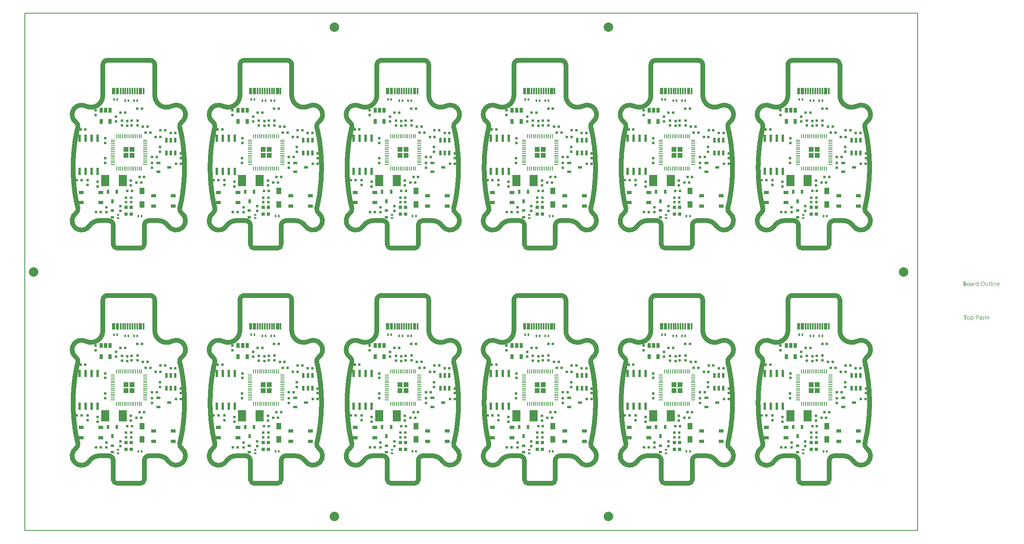
<source format=gtp>
G04*
G04 #@! TF.GenerationSoftware,Altium Limited,Altium Designer,21.9.2 (33)*
G04*
G04 Layer_Color=8421504*
%FSAX25Y25*%
%MOIN*%
G70*
G04*
G04 #@! TF.SameCoordinates,F1FF36CF-567E-4D5E-8A1F-07DE1E34316F*
G04*
G04*
G04 #@! TF.FilePolarity,Positive*
G04*
G01*
G75*
%ADD10C,0.07874*%
%ADD11R,0.03445X0.00787*%
%ADD12R,0.00787X0.03445*%
%ADD14R,0.01968X0.02165*%
%ADD16R,0.01181X0.05709*%
%ADD17R,0.02362X0.03543*%
%ADD18R,0.02362X0.06299*%
%ADD19R,0.02756X0.03937*%
%ADD20R,0.02165X0.01968*%
%ADD21R,0.01968X0.02165*%
%ADD22R,0.02165X0.01968*%
%ADD25R,0.03150X0.02362*%
%ADD26R,0.04134X0.02559*%
%ADD27R,0.04331X0.05315*%
%ADD28R,0.03543X0.02362*%
%ADD29R,0.02559X0.03150*%
%ADD31R,0.02362X0.03937*%
%ADD32R,0.06693X0.09449*%
%ADD37C,0.00787*%
%ADD39C,0.03937*%
%ADD54R,0.01280X0.02461*%
%ADD55R,0.02461X0.01280*%
G36*
X0642527Y0296457D02*
X0638491D01*
Y0300492D01*
X0642527D01*
Y0296457D01*
D02*
G37*
G36*
X0637507D02*
X0633472D01*
Y0300492D01*
X0637507D01*
Y0296457D01*
D02*
G37*
G36*
X0528352D02*
X0524317D01*
Y0300492D01*
X0528352D01*
Y0296457D01*
D02*
G37*
G36*
X0523333D02*
X0519297D01*
Y0300492D01*
X0523333D01*
Y0296457D01*
D02*
G37*
G36*
X0414178D02*
X0410142D01*
Y0300492D01*
X0414178D01*
Y0296457D01*
D02*
G37*
G36*
X0409158D02*
X0405123D01*
Y0300492D01*
X0409158D01*
Y0296457D01*
D02*
G37*
G36*
X0300003D02*
X0295968D01*
Y0300492D01*
X0300003D01*
Y0296457D01*
D02*
G37*
G36*
X0294984D02*
X0290948D01*
Y0300492D01*
X0294984D01*
Y0296457D01*
D02*
G37*
G36*
X0185829D02*
X0181793D01*
Y0300492D01*
X0185829D01*
Y0296457D01*
D02*
G37*
G36*
X0180809D02*
X0176774D01*
Y0300492D01*
X0180809D01*
Y0296457D01*
D02*
G37*
G36*
X0071654D02*
X0067619D01*
Y0300492D01*
X0071654D01*
Y0296457D01*
D02*
G37*
G36*
X0066635D02*
X0062599D01*
Y0300492D01*
X0066635D01*
Y0296457D01*
D02*
G37*
G36*
X0642527Y0291437D02*
X0638491D01*
Y0295472D01*
X0642527D01*
Y0291437D01*
D02*
G37*
G36*
X0637507D02*
X0633472D01*
Y0295472D01*
X0637507D01*
Y0291437D01*
D02*
G37*
G36*
X0528352D02*
X0524317D01*
Y0295472D01*
X0528352D01*
Y0291437D01*
D02*
G37*
G36*
X0523333D02*
X0519297D01*
Y0295472D01*
X0523333D01*
Y0291437D01*
D02*
G37*
G36*
X0414178D02*
X0410142D01*
Y0295472D01*
X0414178D01*
Y0291437D01*
D02*
G37*
G36*
X0409158D02*
X0405123D01*
Y0295472D01*
X0409158D01*
Y0291437D01*
D02*
G37*
G36*
X0300003D02*
X0295968D01*
Y0295472D01*
X0300003D01*
Y0291437D01*
D02*
G37*
G36*
X0294984D02*
X0290948D01*
Y0295472D01*
X0294984D01*
Y0291437D01*
D02*
G37*
G36*
X0185829D02*
X0181793D01*
Y0295472D01*
X0185829D01*
Y0291437D01*
D02*
G37*
G36*
X0180809D02*
X0176774D01*
Y0295472D01*
X0180809D01*
Y0291437D01*
D02*
G37*
G36*
X0071654D02*
X0067619D01*
Y0295472D01*
X0071654D01*
Y0291437D01*
D02*
G37*
G36*
X0066635D02*
X0062599D01*
Y0295472D01*
X0066635D01*
Y0291437D01*
D02*
G37*
G36*
X0786906Y0188267D02*
X0786931D01*
X0786986Y0188243D01*
X0787017Y0188224D01*
X0787048Y0188199D01*
X0787054Y0188193D01*
X0787061Y0188187D01*
X0787092Y0188150D01*
X0787116Y0188088D01*
X0787123Y0188051D01*
X0787129Y0188014D01*
Y0188007D01*
Y0187995D01*
X0787123Y0187977D01*
X0787116Y0187952D01*
X0787098Y0187890D01*
X0787073Y0187859D01*
X0787048Y0187828D01*
X0787042D01*
X0787036Y0187816D01*
X0786999Y0187791D01*
X0786943Y0187766D01*
X0786906Y0187760D01*
X0786869Y0187754D01*
X0786850D01*
X0786832Y0187760D01*
X0786807D01*
X0786745Y0187785D01*
X0786714Y0187797D01*
X0786683Y0187822D01*
Y0187828D01*
X0786671Y0187834D01*
X0786658Y0187853D01*
X0786646Y0187871D01*
X0786621Y0187933D01*
X0786615Y0187970D01*
X0786609Y0188014D01*
Y0188020D01*
Y0188032D01*
X0786615Y0188051D01*
X0786621Y0188082D01*
X0786640Y0188137D01*
X0786658Y0188168D01*
X0786683Y0188199D01*
X0786689Y0188206D01*
X0786695Y0188212D01*
X0786733Y0188236D01*
X0786795Y0188261D01*
X0786832Y0188274D01*
X0786887D01*
X0786906Y0188267D01*
D02*
G37*
G36*
X0774916Y0184603D02*
X0774513D01*
Y0185024D01*
X0774501D01*
Y0185018D01*
X0774489Y0185005D01*
X0774470Y0184980D01*
X0774452Y0184950D01*
X0774421Y0184912D01*
X0774384Y0184875D01*
X0774340Y0184832D01*
X0774291Y0184789D01*
X0774235Y0184739D01*
X0774167Y0184696D01*
X0774099Y0184659D01*
X0774018Y0184622D01*
X0773938Y0184591D01*
X0773845Y0184566D01*
X0773746Y0184553D01*
X0773641Y0184547D01*
X0773597D01*
X0773560Y0184553D01*
X0773523Y0184560D01*
X0773474Y0184566D01*
X0773368Y0184591D01*
X0773245Y0184628D01*
X0773121Y0184690D01*
X0773053Y0184727D01*
X0772997Y0184770D01*
X0772935Y0184826D01*
X0772879Y0184881D01*
Y0184888D01*
X0772867Y0184900D01*
X0772855Y0184919D01*
X0772836Y0184943D01*
X0772818Y0184974D01*
X0772793Y0185018D01*
X0772768Y0185067D01*
X0772743Y0185123D01*
X0772712Y0185185D01*
X0772687Y0185253D01*
X0772663Y0185327D01*
X0772644Y0185408D01*
X0772626Y0185494D01*
X0772613Y0185593D01*
X0772607Y0185692D01*
X0772601Y0185798D01*
Y0185804D01*
Y0185822D01*
Y0185860D01*
X0772607Y0185903D01*
X0772613Y0185952D01*
X0772619Y0186014D01*
X0772626Y0186082D01*
X0772638Y0186157D01*
X0772675Y0186318D01*
X0772731Y0186485D01*
X0772768Y0186565D01*
X0772811Y0186646D01*
X0772855Y0186720D01*
X0772910Y0186794D01*
X0772917Y0186800D01*
X0772923Y0186813D01*
X0772941Y0186831D01*
X0772966Y0186856D01*
X0772997Y0186881D01*
X0773040Y0186912D01*
X0773084Y0186949D01*
X0773133Y0186986D01*
X0773257Y0187054D01*
X0773399Y0187116D01*
X0773480Y0187135D01*
X0773566Y0187153D01*
X0773653Y0187166D01*
X0773752Y0187172D01*
X0773802D01*
X0773839Y0187166D01*
X0773876Y0187159D01*
X0773925Y0187153D01*
X0774037Y0187122D01*
X0774161Y0187073D01*
X0774223Y0187042D01*
X0774285Y0186998D01*
X0774346Y0186955D01*
X0774402Y0186899D01*
X0774452Y0186837D01*
X0774501Y0186763D01*
X0774513D01*
Y0188323D01*
X0774916D01*
Y0184603D01*
D02*
G37*
G36*
X0789184Y0187166D02*
X0789258Y0187159D01*
X0789351Y0187141D01*
X0789450Y0187110D01*
X0789555Y0187060D01*
X0789661Y0186992D01*
X0789704Y0186955D01*
X0789747Y0186906D01*
X0789759Y0186893D01*
X0789784Y0186856D01*
X0789815Y0186794D01*
X0789859Y0186707D01*
X0789896Y0186602D01*
X0789933Y0186472D01*
X0789958Y0186318D01*
X0789964Y0186138D01*
Y0184603D01*
X0789561D01*
Y0186033D01*
Y0186039D01*
Y0186070D01*
X0789555Y0186107D01*
Y0186157D01*
X0789543Y0186219D01*
X0789531Y0186287D01*
X0789512Y0186361D01*
X0789487Y0186435D01*
X0789456Y0186510D01*
X0789419Y0186577D01*
X0789369Y0186646D01*
X0789314Y0186707D01*
X0789252Y0186757D01*
X0789172Y0186794D01*
X0789085Y0186825D01*
X0788980Y0186831D01*
X0788967D01*
X0788930Y0186825D01*
X0788874Y0186819D01*
X0788806Y0186800D01*
X0788726Y0186776D01*
X0788639Y0186732D01*
X0788559Y0186677D01*
X0788478Y0186602D01*
X0788472Y0186590D01*
X0788447Y0186565D01*
X0788416Y0186516D01*
X0788379Y0186448D01*
X0788342Y0186367D01*
X0788311Y0186268D01*
X0788286Y0186157D01*
X0788280Y0186033D01*
Y0184603D01*
X0787878D01*
Y0187116D01*
X0788280D01*
Y0186695D01*
X0788293D01*
X0788299Y0186701D01*
X0788305Y0186714D01*
X0788323Y0186739D01*
X0788348Y0186769D01*
X0788373Y0186807D01*
X0788410Y0186844D01*
X0788453Y0186887D01*
X0788503Y0186937D01*
X0788559Y0186980D01*
X0788621Y0187023D01*
X0788689Y0187060D01*
X0788763Y0187098D01*
X0788837Y0187128D01*
X0788924Y0187153D01*
X0789017Y0187166D01*
X0789116Y0187172D01*
X0789153D01*
X0789184Y0187166D01*
D02*
G37*
G36*
X0772186Y0187153D02*
X0772260Y0187147D01*
X0772304Y0187135D01*
X0772335Y0187122D01*
Y0186707D01*
X0772329Y0186714D01*
X0772316Y0186720D01*
X0772291Y0186732D01*
X0772260Y0186751D01*
X0772217Y0186763D01*
X0772161Y0186776D01*
X0772099Y0186782D01*
X0772031Y0186788D01*
X0772019D01*
X0771988Y0186782D01*
X0771939Y0186776D01*
X0771883Y0186757D01*
X0771808Y0186726D01*
X0771740Y0186683D01*
X0771666Y0186621D01*
X0771598Y0186540D01*
X0771592Y0186528D01*
X0771573Y0186497D01*
X0771542Y0186441D01*
X0771511Y0186367D01*
X0771480Y0186274D01*
X0771450Y0186157D01*
X0771431Y0186027D01*
X0771425Y0185878D01*
Y0184603D01*
X0771022D01*
Y0187116D01*
X0771425D01*
Y0186596D01*
X0771437D01*
Y0186602D01*
X0771443Y0186609D01*
X0771456Y0186639D01*
X0771474Y0186689D01*
X0771505Y0186751D01*
X0771536Y0186813D01*
X0771586Y0186881D01*
X0771635Y0186949D01*
X0771697Y0187011D01*
X0771703Y0187017D01*
X0771728Y0187036D01*
X0771765Y0187060D01*
X0771815Y0187085D01*
X0771870Y0187110D01*
X0771939Y0187135D01*
X0772013Y0187153D01*
X0772093Y0187159D01*
X0772149D01*
X0772186Y0187153D01*
D02*
G37*
G36*
X0782926Y0184603D02*
X0782523D01*
Y0184999D01*
X0782511D01*
Y0184993D01*
X0782499Y0184980D01*
X0782486Y0184956D01*
X0782462Y0184931D01*
X0782406Y0184857D01*
X0782319Y0184776D01*
X0782270Y0184733D01*
X0782214Y0184690D01*
X0782152Y0184652D01*
X0782078Y0184615D01*
X0782003Y0184591D01*
X0781923Y0184566D01*
X0781830Y0184553D01*
X0781737Y0184547D01*
X0781700D01*
X0781657Y0184553D01*
X0781595Y0184566D01*
X0781527Y0184578D01*
X0781453Y0184603D01*
X0781372Y0184634D01*
X0781292Y0184683D01*
X0781205Y0184739D01*
X0781124Y0184807D01*
X0781050Y0184894D01*
X0780982Y0184999D01*
X0780920Y0185117D01*
X0780877Y0185259D01*
X0780852Y0185426D01*
X0780840Y0185513D01*
Y0185612D01*
Y0187116D01*
X0781236D01*
Y0185674D01*
Y0185668D01*
Y0185643D01*
X0781242Y0185600D01*
X0781248Y0185550D01*
X0781254Y0185488D01*
X0781267Y0185426D01*
X0781285Y0185352D01*
X0781310Y0185278D01*
X0781347Y0185203D01*
X0781384Y0185135D01*
X0781434Y0185067D01*
X0781496Y0185005D01*
X0781564Y0184956D01*
X0781644Y0184919D01*
X0781743Y0184888D01*
X0781849Y0184881D01*
X0781861D01*
X0781898Y0184888D01*
X0781954Y0184894D01*
X0782016Y0184906D01*
X0782096Y0184937D01*
X0782177Y0184974D01*
X0782257Y0185024D01*
X0782332Y0185098D01*
X0782338Y0185110D01*
X0782363Y0185135D01*
X0782393Y0185185D01*
X0782431Y0185253D01*
X0782462Y0185333D01*
X0782492Y0185432D01*
X0782517Y0185544D01*
X0782523Y0185668D01*
Y0187116D01*
X0782926D01*
Y0184603D01*
D02*
G37*
G36*
X0787061D02*
X0786658D01*
Y0187116D01*
X0787061D01*
Y0184603D01*
D02*
G37*
G36*
X0785841D02*
X0785439D01*
Y0188323D01*
X0785841D01*
Y0184603D01*
D02*
G37*
G36*
X0769462Y0187166D02*
X0769518Y0187159D01*
X0769586Y0187141D01*
X0769661Y0187122D01*
X0769741Y0187091D01*
X0769828Y0187054D01*
X0769908Y0187005D01*
X0769989Y0186943D01*
X0770063Y0186869D01*
X0770131Y0186776D01*
X0770187Y0186670D01*
X0770230Y0186547D01*
X0770255Y0186404D01*
X0770267Y0186237D01*
Y0184603D01*
X0769865D01*
Y0184993D01*
X0769852D01*
Y0184987D01*
X0769840Y0184974D01*
X0769828Y0184950D01*
X0769803Y0184925D01*
X0769741Y0184851D01*
X0769661Y0184770D01*
X0769549Y0184690D01*
X0769419Y0184615D01*
X0769339Y0184591D01*
X0769258Y0184566D01*
X0769172Y0184553D01*
X0769079Y0184547D01*
X0769042D01*
X0769017Y0184553D01*
X0768949Y0184560D01*
X0768868Y0184572D01*
X0768769Y0184597D01*
X0768676Y0184628D01*
X0768577Y0184677D01*
X0768491Y0184739D01*
X0768484Y0184751D01*
X0768460Y0184776D01*
X0768423Y0184820D01*
X0768385Y0184881D01*
X0768348Y0184956D01*
X0768311Y0185042D01*
X0768286Y0185148D01*
X0768280Y0185265D01*
Y0185272D01*
Y0185296D01*
X0768286Y0185333D01*
X0768293Y0185377D01*
X0768305Y0185432D01*
X0768324Y0185494D01*
X0768348Y0185562D01*
X0768385Y0185631D01*
X0768429Y0185705D01*
X0768484Y0185779D01*
X0768553Y0185847D01*
X0768633Y0185909D01*
X0768726Y0185971D01*
X0768837Y0186021D01*
X0768961Y0186058D01*
X0769110Y0186089D01*
X0769865Y0186194D01*
Y0186200D01*
Y0186219D01*
X0769859Y0186256D01*
Y0186293D01*
X0769846Y0186342D01*
X0769840Y0186398D01*
X0769803Y0186516D01*
X0769772Y0186571D01*
X0769741Y0186627D01*
X0769698Y0186683D01*
X0769648Y0186732D01*
X0769586Y0186776D01*
X0769518Y0186807D01*
X0769438Y0186825D01*
X0769345Y0186831D01*
X0769302D01*
X0769271Y0186825D01*
X0769227D01*
X0769184Y0186813D01*
X0769072Y0186794D01*
X0768949Y0186757D01*
X0768813Y0186701D01*
X0768738Y0186664D01*
X0768670Y0186627D01*
X0768596Y0186577D01*
X0768528Y0186522D01*
Y0186937D01*
X0768534D01*
X0768546Y0186949D01*
X0768565Y0186961D01*
X0768596Y0186974D01*
X0768627Y0186992D01*
X0768670Y0187011D01*
X0768720Y0187029D01*
X0768775Y0187054D01*
X0768899Y0187098D01*
X0769048Y0187135D01*
X0769209Y0187159D01*
X0769382Y0187172D01*
X0769419D01*
X0769462Y0187166D01*
D02*
G37*
G36*
X0763774Y0188113D02*
X0763817D01*
X0763861Y0188107D01*
X0763960Y0188094D01*
X0764077Y0188063D01*
X0764201Y0188026D01*
X0764319Y0187970D01*
X0764424Y0187896D01*
X0764430D01*
X0764436Y0187884D01*
X0764467Y0187859D01*
X0764510Y0187809D01*
X0764560Y0187741D01*
X0764603Y0187655D01*
X0764647Y0187556D01*
X0764678Y0187444D01*
X0764690Y0187382D01*
Y0187314D01*
Y0187308D01*
Y0187302D01*
Y0187265D01*
X0764684Y0187209D01*
X0764671Y0187141D01*
X0764653Y0187054D01*
X0764622Y0186968D01*
X0764585Y0186881D01*
X0764529Y0186794D01*
X0764523Y0186782D01*
X0764498Y0186757D01*
X0764461Y0186720D01*
X0764411Y0186670D01*
X0764350Y0186621D01*
X0764275Y0186565D01*
X0764182Y0186522D01*
X0764083Y0186478D01*
Y0186472D01*
X0764102D01*
X0764120Y0186466D01*
X0764139Y0186460D01*
X0764207Y0186448D01*
X0764288Y0186423D01*
X0764374Y0186386D01*
X0764467Y0186342D01*
X0764560Y0186280D01*
X0764647Y0186200D01*
X0764659Y0186188D01*
X0764684Y0186157D01*
X0764715Y0186113D01*
X0764758Y0186045D01*
X0764795Y0185959D01*
X0764832Y0185860D01*
X0764857Y0185742D01*
X0764863Y0185612D01*
Y0185606D01*
Y0185593D01*
Y0185569D01*
X0764857Y0185538D01*
X0764851Y0185501D01*
X0764845Y0185457D01*
X0764820Y0185352D01*
X0764783Y0185234D01*
X0764727Y0185110D01*
X0764690Y0185055D01*
X0764647Y0184993D01*
X0764591Y0184937D01*
X0764535Y0184881D01*
X0764529D01*
X0764523Y0184869D01*
X0764504Y0184857D01*
X0764480Y0184838D01*
X0764449Y0184820D01*
X0764405Y0184795D01*
X0764312Y0184745D01*
X0764195Y0184690D01*
X0764059Y0184646D01*
X0763898Y0184615D01*
X0763817Y0184609D01*
X0763724Y0184603D01*
X0762697D01*
Y0188119D01*
X0763743D01*
X0763774Y0188113D01*
D02*
G37*
G36*
X0784269Y0187116D02*
X0784906D01*
Y0186769D01*
X0784269D01*
Y0185352D01*
Y0185340D01*
Y0185309D01*
X0784275Y0185265D01*
X0784281Y0185210D01*
X0784306Y0185092D01*
X0784325Y0185036D01*
X0784356Y0184993D01*
X0784362Y0184987D01*
X0784374Y0184974D01*
X0784393Y0184962D01*
X0784424Y0184943D01*
X0784461Y0184919D01*
X0784510Y0184906D01*
X0784572Y0184894D01*
X0784640Y0184888D01*
X0784665D01*
X0784696Y0184894D01*
X0784733Y0184900D01*
X0784820Y0184925D01*
X0784863Y0184943D01*
X0784906Y0184968D01*
Y0184622D01*
X0784900D01*
X0784882Y0184609D01*
X0784851Y0184603D01*
X0784807Y0184591D01*
X0784752Y0184578D01*
X0784690Y0184566D01*
X0784616Y0184560D01*
X0784529Y0184553D01*
X0784498D01*
X0784467Y0184560D01*
X0784424Y0184566D01*
X0784374Y0184578D01*
X0784318Y0184591D01*
X0784263Y0184615D01*
X0784201Y0184646D01*
X0784139Y0184683D01*
X0784077Y0184733D01*
X0784021Y0184789D01*
X0783972Y0184863D01*
X0783928Y0184943D01*
X0783898Y0185042D01*
X0783873Y0185154D01*
X0783867Y0185284D01*
Y0186769D01*
X0783439D01*
Y0187116D01*
X0783867D01*
Y0187729D01*
X0784269Y0187859D01*
Y0187116D01*
D02*
G37*
G36*
X0791796Y0187166D02*
X0791839Y0187159D01*
X0791883Y0187153D01*
X0791994Y0187135D01*
X0792118Y0187091D01*
X0792242Y0187036D01*
X0792304Y0186998D01*
X0792366Y0186955D01*
X0792421Y0186906D01*
X0792477Y0186850D01*
X0792483Y0186844D01*
X0792489Y0186837D01*
X0792502Y0186819D01*
X0792520Y0186794D01*
X0792539Y0186757D01*
X0792564Y0186720D01*
X0792588Y0186677D01*
X0792613Y0186621D01*
X0792638Y0186559D01*
X0792663Y0186497D01*
X0792687Y0186423D01*
X0792706Y0186342D01*
X0792725Y0186256D01*
X0792737Y0186169D01*
X0792749Y0186070D01*
Y0185965D01*
Y0185754D01*
X0790973D01*
Y0185748D01*
Y0185736D01*
Y0185717D01*
X0790979Y0185686D01*
X0790985Y0185649D01*
Y0185612D01*
X0791004Y0185513D01*
X0791035Y0185414D01*
X0791072Y0185302D01*
X0791127Y0185197D01*
X0791196Y0185104D01*
X0791208Y0185092D01*
X0791233Y0185067D01*
X0791282Y0185036D01*
X0791350Y0184993D01*
X0791437Y0184950D01*
X0791536Y0184919D01*
X0791654Y0184894D01*
X0791790Y0184881D01*
X0791833D01*
X0791864Y0184888D01*
X0791901D01*
X0791945Y0184894D01*
X0792050Y0184919D01*
X0792167Y0184950D01*
X0792297Y0184999D01*
X0792434Y0185067D01*
X0792502Y0185110D01*
X0792570Y0185160D01*
Y0184782D01*
X0792564D01*
X0792557Y0184770D01*
X0792539Y0184764D01*
X0792508Y0184745D01*
X0792477Y0184727D01*
X0792440Y0184708D01*
X0792390Y0184690D01*
X0792341Y0184665D01*
X0792279Y0184640D01*
X0792211Y0184622D01*
X0792062Y0184584D01*
X0791889Y0184560D01*
X0791697Y0184547D01*
X0791647D01*
X0791610Y0184553D01*
X0791567Y0184560D01*
X0791511Y0184566D01*
X0791394Y0184591D01*
X0791257Y0184628D01*
X0791121Y0184690D01*
X0791053Y0184733D01*
X0790985Y0184776D01*
X0790923Y0184826D01*
X0790861Y0184888D01*
X0790855Y0184894D01*
X0790849Y0184906D01*
X0790837Y0184925D01*
X0790812Y0184950D01*
X0790793Y0184987D01*
X0790768Y0185030D01*
X0790737Y0185080D01*
X0790713Y0185135D01*
X0790682Y0185197D01*
X0790657Y0185272D01*
X0790626Y0185352D01*
X0790608Y0185439D01*
X0790589Y0185531D01*
X0790570Y0185631D01*
X0790564Y0185736D01*
X0790558Y0185847D01*
Y0185853D01*
Y0185872D01*
Y0185903D01*
X0790564Y0185946D01*
X0790570Y0185996D01*
X0790577Y0186051D01*
X0790583Y0186119D01*
X0790601Y0186188D01*
X0790638Y0186336D01*
X0790694Y0186497D01*
X0790731Y0186577D01*
X0790781Y0186652D01*
X0790830Y0186732D01*
X0790886Y0186800D01*
X0790892Y0186807D01*
X0790905Y0186819D01*
X0790923Y0186837D01*
X0790948Y0186856D01*
X0790979Y0186887D01*
X0791016Y0186918D01*
X0791066Y0186949D01*
X0791115Y0186986D01*
X0791233Y0187054D01*
X0791375Y0187116D01*
X0791456Y0187135D01*
X0791536Y0187153D01*
X0791623Y0187166D01*
X0791715Y0187172D01*
X0791765D01*
X0791796Y0187166D01*
D02*
G37*
G36*
X0778754Y0188175D02*
X0778816Y0188168D01*
X0778890Y0188156D01*
X0778970Y0188137D01*
X0779057Y0188119D01*
X0779144Y0188094D01*
X0779243Y0188063D01*
X0779335Y0188020D01*
X0779435Y0187970D01*
X0779534Y0187915D01*
X0779627Y0187847D01*
X0779719Y0187772D01*
X0779806Y0187686D01*
X0779812Y0187679D01*
X0779825Y0187661D01*
X0779849Y0187636D01*
X0779874Y0187599D01*
X0779911Y0187549D01*
X0779948Y0187487D01*
X0779986Y0187419D01*
X0780029Y0187345D01*
X0780072Y0187252D01*
X0780109Y0187159D01*
X0780146Y0187054D01*
X0780184Y0186937D01*
X0780208Y0186819D01*
X0780233Y0186689D01*
X0780245Y0186547D01*
X0780252Y0186404D01*
Y0186392D01*
Y0186367D01*
Y0186324D01*
X0780245Y0186262D01*
X0780239Y0186188D01*
X0780227Y0186107D01*
X0780215Y0186014D01*
X0780196Y0185909D01*
X0780171Y0185804D01*
X0780140Y0185692D01*
X0780103Y0185581D01*
X0780060Y0185469D01*
X0780004Y0185352D01*
X0779942Y0185247D01*
X0779874Y0185142D01*
X0779794Y0185042D01*
X0779787Y0185036D01*
X0779775Y0185024D01*
X0779744Y0184999D01*
X0779713Y0184968D01*
X0779664Y0184925D01*
X0779608Y0184888D01*
X0779546Y0184838D01*
X0779472Y0184795D01*
X0779391Y0184751D01*
X0779298Y0184702D01*
X0779199Y0184665D01*
X0779088Y0184628D01*
X0778970Y0184591D01*
X0778847Y0184566D01*
X0778717Y0184553D01*
X0778574Y0184547D01*
X0778543D01*
X0778500Y0184553D01*
X0778450D01*
X0778389Y0184560D01*
X0778314Y0184572D01*
X0778234Y0184591D01*
X0778141Y0184609D01*
X0778048Y0184634D01*
X0777949Y0184665D01*
X0777850Y0184708D01*
X0777751Y0184751D01*
X0777652Y0184807D01*
X0777553Y0184875D01*
X0777460Y0184950D01*
X0777373Y0185036D01*
X0777367Y0185042D01*
X0777355Y0185061D01*
X0777330Y0185086D01*
X0777305Y0185123D01*
X0777268Y0185172D01*
X0777231Y0185234D01*
X0777194Y0185302D01*
X0777150Y0185383D01*
X0777107Y0185469D01*
X0777070Y0185562D01*
X0777033Y0185668D01*
X0776996Y0185785D01*
X0776971Y0185903D01*
X0776946Y0186033D01*
X0776934Y0186175D01*
X0776928Y0186318D01*
Y0186330D01*
Y0186355D01*
X0776934Y0186398D01*
Y0186460D01*
X0776940Y0186528D01*
X0776952Y0186615D01*
X0776965Y0186707D01*
X0776983Y0186807D01*
X0777008Y0186912D01*
X0777039Y0187023D01*
X0777076Y0187135D01*
X0777119Y0187246D01*
X0777175Y0187357D01*
X0777237Y0187469D01*
X0777305Y0187574D01*
X0777386Y0187673D01*
X0777392Y0187679D01*
X0777404Y0187698D01*
X0777435Y0187723D01*
X0777472Y0187754D01*
X0777516Y0187791D01*
X0777571Y0187834D01*
X0777639Y0187877D01*
X0777714Y0187927D01*
X0777800Y0187977D01*
X0777893Y0188020D01*
X0777992Y0188063D01*
X0778104Y0188100D01*
X0778228Y0188131D01*
X0778358Y0188162D01*
X0778494Y0188175D01*
X0778636Y0188181D01*
X0778704D01*
X0778754Y0188175D01*
D02*
G37*
G36*
X0766726Y0187166D02*
X0766770Y0187159D01*
X0766826Y0187153D01*
X0766949Y0187128D01*
X0767092Y0187085D01*
X0767234Y0187023D01*
X0767308Y0186986D01*
X0767377Y0186943D01*
X0767445Y0186887D01*
X0767507Y0186825D01*
X0767513Y0186819D01*
X0767519Y0186807D01*
X0767537Y0186788D01*
X0767556Y0186763D01*
X0767581Y0186726D01*
X0767605Y0186683D01*
X0767636Y0186633D01*
X0767667Y0186577D01*
X0767692Y0186510D01*
X0767723Y0186441D01*
X0767748Y0186361D01*
X0767773Y0186274D01*
X0767791Y0186181D01*
X0767810Y0186082D01*
X0767816Y0185977D01*
X0767822Y0185866D01*
Y0185860D01*
Y0185841D01*
Y0185810D01*
X0767816Y0185767D01*
X0767810Y0185717D01*
X0767804Y0185655D01*
X0767791Y0185593D01*
X0767779Y0185519D01*
X0767742Y0185371D01*
X0767680Y0185210D01*
X0767643Y0185129D01*
X0767593Y0185049D01*
X0767544Y0184974D01*
X0767482Y0184906D01*
X0767476Y0184900D01*
X0767463Y0184894D01*
X0767445Y0184875D01*
X0767420Y0184851D01*
X0767383Y0184826D01*
X0767346Y0184795D01*
X0767296Y0184758D01*
X0767240Y0184727D01*
X0767178Y0184696D01*
X0767110Y0184659D01*
X0767036Y0184628D01*
X0766956Y0184603D01*
X0766869Y0184578D01*
X0766776Y0184566D01*
X0766677Y0184553D01*
X0766572Y0184547D01*
X0766516D01*
X0766479Y0184553D01*
X0766436Y0184560D01*
X0766380Y0184566D01*
X0766318Y0184578D01*
X0766250Y0184591D01*
X0766108Y0184634D01*
X0765959Y0184696D01*
X0765885Y0184733D01*
X0765817Y0184782D01*
X0765749Y0184832D01*
X0765680Y0184894D01*
X0765674Y0184900D01*
X0765668Y0184912D01*
X0765650Y0184931D01*
X0765631Y0184956D01*
X0765606Y0184993D01*
X0765575Y0185036D01*
X0765544Y0185086D01*
X0765520Y0185142D01*
X0765488Y0185210D01*
X0765458Y0185278D01*
X0765427Y0185352D01*
X0765402Y0185439D01*
X0765365Y0185624D01*
X0765358Y0185723D01*
X0765352Y0185829D01*
Y0185835D01*
Y0185860D01*
Y0185890D01*
X0765358Y0185934D01*
X0765365Y0185983D01*
X0765371Y0186045D01*
X0765383Y0186113D01*
X0765396Y0186188D01*
X0765433Y0186348D01*
X0765495Y0186510D01*
X0765538Y0186590D01*
X0765581Y0186670D01*
X0765631Y0186745D01*
X0765693Y0186813D01*
X0765699Y0186819D01*
X0765711Y0186831D01*
X0765730Y0186844D01*
X0765755Y0186869D01*
X0765792Y0186893D01*
X0765835Y0186924D01*
X0765885Y0186961D01*
X0765940Y0186992D01*
X0766002Y0187023D01*
X0766077Y0187060D01*
X0766151Y0187091D01*
X0766237Y0187116D01*
X0766324Y0187141D01*
X0766423Y0187159D01*
X0766528Y0187166D01*
X0766634Y0187172D01*
X0766689D01*
X0766726Y0187166D01*
D02*
G37*
G36*
X0769939Y0159127D02*
X0769982Y0159121D01*
X0770026Y0159115D01*
X0770137Y0159090D01*
X0770261Y0159053D01*
X0770385Y0158991D01*
X0770447Y0158954D01*
X0770509Y0158905D01*
X0770564Y0158855D01*
X0770620Y0158793D01*
X0770626Y0158787D01*
X0770632Y0158781D01*
X0770645Y0158756D01*
X0770663Y0158731D01*
X0770682Y0158700D01*
X0770707Y0158657D01*
X0770731Y0158607D01*
X0770756Y0158558D01*
X0770781Y0158496D01*
X0770806Y0158428D01*
X0770830Y0158354D01*
X0770849Y0158273D01*
X0770880Y0158094D01*
X0770892Y0157995D01*
Y0157889D01*
Y0157883D01*
Y0157865D01*
Y0157827D01*
X0770886Y0157784D01*
Y0157735D01*
X0770874Y0157673D01*
X0770868Y0157605D01*
X0770855Y0157530D01*
X0770818Y0157369D01*
X0770762Y0157202D01*
X0770725Y0157122D01*
X0770688Y0157041D01*
X0770639Y0156961D01*
X0770583Y0156887D01*
X0770577Y0156880D01*
X0770571Y0156868D01*
X0770552Y0156850D01*
X0770527Y0156831D01*
X0770496Y0156800D01*
X0770459Y0156769D01*
X0770416Y0156732D01*
X0770366Y0156701D01*
X0770310Y0156664D01*
X0770249Y0156627D01*
X0770100Y0156571D01*
X0770020Y0156546D01*
X0769939Y0156528D01*
X0769846Y0156515D01*
X0769747Y0156509D01*
X0769698D01*
X0769667Y0156515D01*
X0769623Y0156521D01*
X0769580Y0156534D01*
X0769469Y0156559D01*
X0769351Y0156608D01*
X0769283Y0156645D01*
X0769221Y0156682D01*
X0769159Y0156732D01*
X0769103Y0156788D01*
X0769042Y0156850D01*
X0768992Y0156924D01*
X0768980D01*
Y0155413D01*
X0768577D01*
Y0159078D01*
X0768980D01*
Y0158632D01*
X0768992D01*
X0768998Y0158638D01*
X0769004Y0158657D01*
X0769023Y0158682D01*
X0769048Y0158713D01*
X0769079Y0158750D01*
X0769116Y0158793D01*
X0769159Y0158836D01*
X0769215Y0158886D01*
X0769271Y0158929D01*
X0769333Y0158973D01*
X0769407Y0159016D01*
X0769481Y0159053D01*
X0769568Y0159090D01*
X0769661Y0159115D01*
X0769753Y0159127D01*
X0769859Y0159134D01*
X0769908D01*
X0769939Y0159127D01*
D02*
G37*
G36*
X0779212D02*
X0779292Y0159121D01*
X0779379Y0159109D01*
X0779478Y0159084D01*
X0779577Y0159059D01*
X0779676Y0159022D01*
Y0158614D01*
X0779664Y0158620D01*
X0779627Y0158645D01*
X0779571Y0158669D01*
X0779496Y0158706D01*
X0779404Y0158737D01*
X0779292Y0158768D01*
X0779168Y0158787D01*
X0779038Y0158793D01*
X0778970D01*
X0778908Y0158781D01*
X0778834Y0158768D01*
X0778828D01*
X0778822Y0158762D01*
X0778785Y0158750D01*
X0778735Y0158725D01*
X0778679Y0158694D01*
X0778667Y0158688D01*
X0778642Y0158663D01*
X0778611Y0158626D01*
X0778580Y0158583D01*
X0778574Y0158570D01*
X0778562Y0158539D01*
X0778549Y0158496D01*
X0778543Y0158440D01*
Y0158434D01*
Y0158422D01*
Y0158403D01*
X0778549Y0158385D01*
X0778562Y0158329D01*
X0778580Y0158273D01*
X0778587Y0158261D01*
X0778605Y0158236D01*
X0778642Y0158199D01*
X0778686Y0158156D01*
X0778692D01*
X0778698Y0158149D01*
X0778735Y0158125D01*
X0778785Y0158094D01*
X0778853Y0158063D01*
X0778859D01*
X0778871Y0158056D01*
X0778890Y0158050D01*
X0778921Y0158038D01*
X0778989Y0158013D01*
X0779076Y0157976D01*
X0779082D01*
X0779107Y0157964D01*
X0779138Y0157951D01*
X0779175Y0157939D01*
X0779274Y0157896D01*
X0779373Y0157846D01*
X0779379D01*
X0779397Y0157834D01*
X0779422Y0157821D01*
X0779453Y0157803D01*
X0779527Y0157753D01*
X0779602Y0157691D01*
X0779608Y0157685D01*
X0779620Y0157679D01*
X0779633Y0157660D01*
X0779657Y0157636D01*
X0779701Y0157574D01*
X0779744Y0157493D01*
Y0157487D01*
X0779750Y0157475D01*
X0779763Y0157450D01*
X0779769Y0157419D01*
X0779781Y0157382D01*
X0779787Y0157339D01*
X0779794Y0157233D01*
Y0157227D01*
Y0157202D01*
X0779787Y0157165D01*
X0779781Y0157122D01*
X0779775Y0157072D01*
X0779756Y0157017D01*
X0779738Y0156967D01*
X0779707Y0156911D01*
X0779701Y0156905D01*
X0779695Y0156887D01*
X0779676Y0156862D01*
X0779651Y0156831D01*
X0779620Y0156794D01*
X0779583Y0156757D01*
X0779490Y0156682D01*
X0779484Y0156676D01*
X0779465Y0156670D01*
X0779441Y0156651D01*
X0779397Y0156633D01*
X0779354Y0156608D01*
X0779298Y0156589D01*
X0779243Y0156571D01*
X0779175Y0156552D01*
X0779168D01*
X0779144Y0156546D01*
X0779107Y0156540D01*
X0779063Y0156534D01*
X0779001Y0156521D01*
X0778939Y0156515D01*
X0778797Y0156509D01*
X0778735D01*
X0778661Y0156515D01*
X0778568Y0156528D01*
X0778463Y0156546D01*
X0778351Y0156571D01*
X0778240Y0156602D01*
X0778128Y0156651D01*
Y0157085D01*
X0778135D01*
X0778141Y0157072D01*
X0778160Y0157060D01*
X0778184Y0157047D01*
X0778252Y0157010D01*
X0778345Y0156967D01*
X0778450Y0156918D01*
X0778574Y0156880D01*
X0778710Y0156856D01*
X0778853Y0156843D01*
X0778902D01*
X0778933Y0156850D01*
X0779020Y0156862D01*
X0779119Y0156887D01*
X0779212Y0156930D01*
X0779255Y0156961D01*
X0779298Y0156992D01*
X0779329Y0157035D01*
X0779354Y0157079D01*
X0779373Y0157134D01*
X0779379Y0157196D01*
Y0157202D01*
Y0157215D01*
Y0157233D01*
X0779373Y0157252D01*
X0779360Y0157308D01*
X0779335Y0157363D01*
Y0157369D01*
X0779329Y0157376D01*
X0779305Y0157406D01*
X0779268Y0157450D01*
X0779212Y0157487D01*
X0779206D01*
X0779199Y0157499D01*
X0779162Y0157518D01*
X0779107Y0157555D01*
X0779032Y0157586D01*
X0779026D01*
X0779014Y0157592D01*
X0778995Y0157605D01*
X0778964Y0157617D01*
X0778896Y0157642D01*
X0778809Y0157679D01*
X0778803D01*
X0778778Y0157691D01*
X0778748Y0157704D01*
X0778710Y0157716D01*
X0778611Y0157759D01*
X0778512Y0157809D01*
X0778506Y0157815D01*
X0778494Y0157821D01*
X0778469Y0157834D01*
X0778438Y0157852D01*
X0778370Y0157902D01*
X0778302Y0157957D01*
X0778296Y0157964D01*
X0778289Y0157970D01*
X0778271Y0157988D01*
X0778252Y0158013D01*
X0778209Y0158075D01*
X0778172Y0158149D01*
Y0158156D01*
X0778166Y0158168D01*
X0778160Y0158193D01*
X0778153Y0158224D01*
X0778147Y0158261D01*
X0778141Y0158304D01*
X0778135Y0158409D01*
Y0158415D01*
Y0158440D01*
X0778141Y0158471D01*
X0778147Y0158515D01*
X0778153Y0158564D01*
X0778172Y0158614D01*
X0778190Y0158669D01*
X0778215Y0158719D01*
X0778221Y0158725D01*
X0778228Y0158744D01*
X0778246Y0158768D01*
X0778271Y0158799D01*
X0778339Y0158874D01*
X0778426Y0158948D01*
X0778432Y0158954D01*
X0778450Y0158960D01*
X0778475Y0158979D01*
X0778518Y0158997D01*
X0778562Y0159022D01*
X0778611Y0159047D01*
X0778735Y0159084D01*
X0778741D01*
X0778766Y0159090D01*
X0778797Y0159103D01*
X0778847Y0159109D01*
X0778896Y0159121D01*
X0778958Y0159127D01*
X0779094Y0159134D01*
X0779150D01*
X0779212Y0159127D01*
D02*
G37*
G36*
X0776717D02*
X0776773Y0159121D01*
X0776841Y0159103D01*
X0776915Y0159084D01*
X0776996Y0159053D01*
X0777082Y0159016D01*
X0777163Y0158966D01*
X0777243Y0158905D01*
X0777318Y0158830D01*
X0777386Y0158737D01*
X0777441Y0158632D01*
X0777485Y0158508D01*
X0777509Y0158366D01*
X0777522Y0158199D01*
Y0156565D01*
X0777119D01*
Y0156955D01*
X0777107D01*
Y0156948D01*
X0777095Y0156936D01*
X0777082Y0156911D01*
X0777058Y0156887D01*
X0776996Y0156812D01*
X0776915Y0156732D01*
X0776804Y0156651D01*
X0776674Y0156577D01*
X0776593Y0156552D01*
X0776513Y0156528D01*
X0776426Y0156515D01*
X0776333Y0156509D01*
X0776296D01*
X0776271Y0156515D01*
X0776203Y0156521D01*
X0776123Y0156534D01*
X0776024Y0156559D01*
X0775931Y0156589D01*
X0775832Y0156639D01*
X0775745Y0156701D01*
X0775739Y0156713D01*
X0775714Y0156738D01*
X0775677Y0156781D01*
X0775640Y0156843D01*
X0775603Y0156918D01*
X0775566Y0157004D01*
X0775541Y0157109D01*
X0775535Y0157227D01*
Y0157233D01*
Y0157258D01*
X0775541Y0157295D01*
X0775547Y0157339D01*
X0775560Y0157394D01*
X0775578Y0157456D01*
X0775603Y0157524D01*
X0775640Y0157592D01*
X0775683Y0157667D01*
X0775739Y0157741D01*
X0775807Y0157809D01*
X0775888Y0157871D01*
X0775981Y0157933D01*
X0776092Y0157982D01*
X0776216Y0158019D01*
X0776364Y0158050D01*
X0777119Y0158156D01*
Y0158162D01*
Y0158180D01*
X0777113Y0158217D01*
Y0158255D01*
X0777101Y0158304D01*
X0777095Y0158360D01*
X0777058Y0158477D01*
X0777027Y0158533D01*
X0776996Y0158589D01*
X0776952Y0158645D01*
X0776903Y0158694D01*
X0776841Y0158737D01*
X0776773Y0158768D01*
X0776692Y0158787D01*
X0776600Y0158793D01*
X0776556D01*
X0776525Y0158787D01*
X0776482D01*
X0776439Y0158774D01*
X0776327Y0158756D01*
X0776203Y0158719D01*
X0776067Y0158663D01*
X0775993Y0158626D01*
X0775925Y0158589D01*
X0775851Y0158539D01*
X0775782Y0158484D01*
Y0158898D01*
X0775789D01*
X0775801Y0158911D01*
X0775820Y0158923D01*
X0775851Y0158935D01*
X0775881Y0158954D01*
X0775925Y0158973D01*
X0775974Y0158991D01*
X0776030Y0159016D01*
X0776154Y0159059D01*
X0776302Y0159096D01*
X0776463Y0159121D01*
X0776637Y0159134D01*
X0776674D01*
X0776717Y0159127D01*
D02*
G37*
G36*
X0774018Y0160074D02*
X0774068D01*
X0774117Y0160068D01*
X0774247Y0160044D01*
X0774384Y0160012D01*
X0774532Y0159963D01*
X0774675Y0159895D01*
X0774736Y0159852D01*
X0774798Y0159802D01*
X0774804D01*
X0774811Y0159790D01*
X0774829Y0159771D01*
X0774848Y0159753D01*
X0774897Y0159691D01*
X0774959Y0159604D01*
X0775015Y0159493D01*
X0775065Y0159363D01*
X0775102Y0159208D01*
X0775108Y0159121D01*
X0775114Y0159028D01*
Y0159022D01*
Y0159004D01*
Y0158979D01*
X0775108Y0158948D01*
X0775102Y0158905D01*
X0775095Y0158855D01*
X0775071Y0158737D01*
X0775027Y0158607D01*
X0774965Y0158471D01*
X0774928Y0158403D01*
X0774885Y0158335D01*
X0774829Y0158267D01*
X0774767Y0158205D01*
X0774761Y0158199D01*
X0774749Y0158193D01*
X0774730Y0158174D01*
X0774705Y0158156D01*
X0774668Y0158131D01*
X0774625Y0158106D01*
X0774575Y0158075D01*
X0774520Y0158050D01*
X0774458Y0158019D01*
X0774390Y0157988D01*
X0774309Y0157964D01*
X0774229Y0157939D01*
X0774043Y0157902D01*
X0773944Y0157896D01*
X0773839Y0157889D01*
X0773375D01*
Y0156565D01*
X0772960D01*
Y0160081D01*
X0773981D01*
X0774018Y0160074D01*
D02*
G37*
G36*
X0765136Y0159709D02*
X0764120D01*
Y0156565D01*
X0763712D01*
Y0159709D01*
X0762697D01*
Y0160081D01*
X0765136D01*
Y0159709D01*
D02*
G37*
G36*
X0780945Y0159078D02*
X0781582D01*
Y0158731D01*
X0780945D01*
Y0157314D01*
Y0157301D01*
Y0157270D01*
X0780951Y0157227D01*
X0780957Y0157171D01*
X0780982Y0157054D01*
X0781001Y0156998D01*
X0781032Y0156955D01*
X0781038Y0156948D01*
X0781050Y0156936D01*
X0781069Y0156924D01*
X0781100Y0156905D01*
X0781137Y0156880D01*
X0781186Y0156868D01*
X0781248Y0156856D01*
X0781316Y0156850D01*
X0781341D01*
X0781372Y0156856D01*
X0781409Y0156862D01*
X0781496Y0156887D01*
X0781539Y0156905D01*
X0781582Y0156930D01*
Y0156583D01*
X0781576D01*
X0781558Y0156571D01*
X0781527Y0156565D01*
X0781484Y0156552D01*
X0781428Y0156540D01*
X0781366Y0156528D01*
X0781292Y0156521D01*
X0781205Y0156515D01*
X0781174D01*
X0781143Y0156521D01*
X0781100Y0156528D01*
X0781050Y0156540D01*
X0780995Y0156552D01*
X0780939Y0156577D01*
X0780877Y0156608D01*
X0780815Y0156645D01*
X0780753Y0156695D01*
X0780697Y0156750D01*
X0780648Y0156825D01*
X0780605Y0156905D01*
X0780574Y0157004D01*
X0780549Y0157116D01*
X0780543Y0157246D01*
Y0158731D01*
X0780116D01*
Y0159078D01*
X0780543D01*
Y0159691D01*
X0780945Y0159821D01*
Y0159078D01*
D02*
G37*
G36*
X0783186Y0159127D02*
X0783229Y0159121D01*
X0783272Y0159115D01*
X0783384Y0159096D01*
X0783508Y0159053D01*
X0783631Y0158997D01*
X0783693Y0158960D01*
X0783755Y0158917D01*
X0783811Y0158867D01*
X0783867Y0158812D01*
X0783873Y0158806D01*
X0783879Y0158799D01*
X0783891Y0158781D01*
X0783910Y0158756D01*
X0783928Y0158719D01*
X0783953Y0158682D01*
X0783978Y0158638D01*
X0784003Y0158583D01*
X0784028Y0158521D01*
X0784052Y0158459D01*
X0784077Y0158385D01*
X0784096Y0158304D01*
X0784114Y0158217D01*
X0784127Y0158131D01*
X0784139Y0158032D01*
Y0157926D01*
Y0157716D01*
X0782363D01*
Y0157710D01*
Y0157697D01*
Y0157679D01*
X0782369Y0157648D01*
X0782375Y0157611D01*
Y0157574D01*
X0782393Y0157475D01*
X0782424Y0157376D01*
X0782462Y0157264D01*
X0782517Y0157159D01*
X0782585Y0157066D01*
X0782598Y0157054D01*
X0782622Y0157029D01*
X0782672Y0156998D01*
X0782740Y0156955D01*
X0782827Y0156911D01*
X0782926Y0156880D01*
X0783043Y0156856D01*
X0783180Y0156843D01*
X0783223D01*
X0783254Y0156850D01*
X0783291D01*
X0783334Y0156856D01*
X0783439Y0156880D01*
X0783557Y0156911D01*
X0783687Y0156961D01*
X0783823Y0157029D01*
X0783891Y0157072D01*
X0783959Y0157122D01*
Y0156744D01*
X0783953D01*
X0783947Y0156732D01*
X0783928Y0156726D01*
X0783898Y0156707D01*
X0783867Y0156688D01*
X0783829Y0156670D01*
X0783780Y0156651D01*
X0783731Y0156627D01*
X0783669Y0156602D01*
X0783601Y0156583D01*
X0783452Y0156546D01*
X0783279Y0156521D01*
X0783087Y0156509D01*
X0783037D01*
X0783000Y0156515D01*
X0782957Y0156521D01*
X0782901Y0156528D01*
X0782783Y0156552D01*
X0782647Y0156589D01*
X0782511Y0156651D01*
X0782443Y0156695D01*
X0782375Y0156738D01*
X0782313Y0156788D01*
X0782251Y0156850D01*
X0782245Y0156856D01*
X0782239Y0156868D01*
X0782226Y0156887D01*
X0782201Y0156911D01*
X0782183Y0156948D01*
X0782158Y0156992D01*
X0782127Y0157041D01*
X0782102Y0157097D01*
X0782071Y0157159D01*
X0782047Y0157233D01*
X0782016Y0157314D01*
X0781997Y0157400D01*
X0781979Y0157493D01*
X0781960Y0157592D01*
X0781954Y0157697D01*
X0781948Y0157809D01*
Y0157815D01*
Y0157834D01*
Y0157865D01*
X0781954Y0157908D01*
X0781960Y0157957D01*
X0781966Y0158013D01*
X0781973Y0158081D01*
X0781991Y0158149D01*
X0782028Y0158298D01*
X0782084Y0158459D01*
X0782121Y0158539D01*
X0782171Y0158614D01*
X0782220Y0158694D01*
X0782276Y0158762D01*
X0782282Y0158768D01*
X0782294Y0158781D01*
X0782313Y0158799D01*
X0782338Y0158818D01*
X0782369Y0158849D01*
X0782406Y0158880D01*
X0782455Y0158911D01*
X0782505Y0158948D01*
X0782622Y0159016D01*
X0782765Y0159078D01*
X0782845Y0159096D01*
X0782926Y0159115D01*
X0783012Y0159127D01*
X0783105Y0159134D01*
X0783155D01*
X0783186Y0159127D01*
D02*
G37*
G36*
X0766838D02*
X0766881Y0159121D01*
X0766937Y0159115D01*
X0767061Y0159090D01*
X0767203Y0159047D01*
X0767346Y0158985D01*
X0767420Y0158948D01*
X0767488Y0158905D01*
X0767556Y0158849D01*
X0767618Y0158787D01*
X0767624Y0158781D01*
X0767630Y0158768D01*
X0767649Y0158750D01*
X0767667Y0158725D01*
X0767692Y0158688D01*
X0767717Y0158645D01*
X0767748Y0158595D01*
X0767779Y0158539D01*
X0767804Y0158471D01*
X0767835Y0158403D01*
X0767859Y0158323D01*
X0767884Y0158236D01*
X0767903Y0158143D01*
X0767921Y0158044D01*
X0767927Y0157939D01*
X0767934Y0157827D01*
Y0157821D01*
Y0157803D01*
Y0157772D01*
X0767927Y0157728D01*
X0767921Y0157679D01*
X0767915Y0157617D01*
X0767903Y0157555D01*
X0767890Y0157481D01*
X0767853Y0157332D01*
X0767791Y0157171D01*
X0767754Y0157091D01*
X0767704Y0157010D01*
X0767655Y0156936D01*
X0767593Y0156868D01*
X0767587Y0156862D01*
X0767575Y0156856D01*
X0767556Y0156837D01*
X0767531Y0156812D01*
X0767494Y0156788D01*
X0767457Y0156757D01*
X0767407Y0156720D01*
X0767352Y0156688D01*
X0767290Y0156658D01*
X0767222Y0156620D01*
X0767147Y0156589D01*
X0767067Y0156565D01*
X0766980Y0156540D01*
X0766888Y0156528D01*
X0766788Y0156515D01*
X0766683Y0156509D01*
X0766628D01*
X0766590Y0156515D01*
X0766547Y0156521D01*
X0766491Y0156528D01*
X0766429Y0156540D01*
X0766361Y0156552D01*
X0766219Y0156596D01*
X0766070Y0156658D01*
X0765996Y0156695D01*
X0765928Y0156744D01*
X0765860Y0156794D01*
X0765792Y0156856D01*
X0765786Y0156862D01*
X0765779Y0156874D01*
X0765761Y0156893D01*
X0765742Y0156918D01*
X0765718Y0156955D01*
X0765687Y0156998D01*
X0765656Y0157047D01*
X0765631Y0157103D01*
X0765600Y0157171D01*
X0765569Y0157239D01*
X0765538Y0157314D01*
X0765513Y0157400D01*
X0765476Y0157586D01*
X0765470Y0157685D01*
X0765464Y0157790D01*
Y0157797D01*
Y0157821D01*
Y0157852D01*
X0765470Y0157896D01*
X0765476Y0157945D01*
X0765482Y0158007D01*
X0765495Y0158075D01*
X0765507Y0158149D01*
X0765544Y0158310D01*
X0765606Y0158471D01*
X0765650Y0158552D01*
X0765693Y0158632D01*
X0765742Y0158706D01*
X0765804Y0158774D01*
X0765810Y0158781D01*
X0765823Y0158793D01*
X0765841Y0158806D01*
X0765866Y0158830D01*
X0765903Y0158855D01*
X0765947Y0158886D01*
X0765996Y0158923D01*
X0766052Y0158954D01*
X0766114Y0158985D01*
X0766188Y0159022D01*
X0766262Y0159053D01*
X0766349Y0159078D01*
X0766436Y0159103D01*
X0766535Y0159121D01*
X0766640Y0159127D01*
X0766745Y0159134D01*
X0766801D01*
X0766838Y0159127D01*
D02*
G37*
G36*
X0642527Y0100197D02*
X0638491D01*
Y0104232D01*
X0642527D01*
Y0100197D01*
D02*
G37*
G36*
X0637507D02*
X0633472D01*
Y0104232D01*
X0637507D01*
Y0100197D01*
D02*
G37*
G36*
X0528352D02*
X0524317D01*
Y0104232D01*
X0528352D01*
Y0100197D01*
D02*
G37*
G36*
X0523333D02*
X0519297D01*
Y0104232D01*
X0523333D01*
Y0100197D01*
D02*
G37*
G36*
X0414178D02*
X0410142D01*
Y0104232D01*
X0414178D01*
Y0100197D01*
D02*
G37*
G36*
X0409158D02*
X0405123D01*
Y0104232D01*
X0409158D01*
Y0100197D01*
D02*
G37*
G36*
X0300003D02*
X0295968D01*
Y0104232D01*
X0300003D01*
Y0100197D01*
D02*
G37*
G36*
X0294984D02*
X0290948D01*
Y0104232D01*
X0294984D01*
Y0100197D01*
D02*
G37*
G36*
X0185829D02*
X0181793D01*
Y0104232D01*
X0185829D01*
Y0100197D01*
D02*
G37*
G36*
X0180809D02*
X0176774D01*
Y0104232D01*
X0180809D01*
Y0100197D01*
D02*
G37*
G36*
X0071654D02*
X0067619D01*
Y0104232D01*
X0071654D01*
Y0100197D01*
D02*
G37*
G36*
X0066635D02*
X0062599D01*
Y0104232D01*
X0066635D01*
Y0100197D01*
D02*
G37*
G36*
X0642527Y0095177D02*
X0638491D01*
Y0099213D01*
X0642527D01*
Y0095177D01*
D02*
G37*
G36*
X0637507D02*
X0633472D01*
Y0099213D01*
X0637507D01*
Y0095177D01*
D02*
G37*
G36*
X0528352D02*
X0524317D01*
Y0099213D01*
X0528352D01*
Y0095177D01*
D02*
G37*
G36*
X0523333D02*
X0519297D01*
Y0099213D01*
X0523333D01*
Y0095177D01*
D02*
G37*
G36*
X0414178D02*
X0410142D01*
Y0099213D01*
X0414178D01*
Y0095177D01*
D02*
G37*
G36*
X0409158D02*
X0405123D01*
Y0099213D01*
X0409158D01*
Y0095177D01*
D02*
G37*
G36*
X0300003D02*
X0295968D01*
Y0099213D01*
X0300003D01*
Y0095177D01*
D02*
G37*
G36*
X0294984D02*
X0290948D01*
Y0099213D01*
X0294984D01*
Y0095177D01*
D02*
G37*
G36*
X0185829D02*
X0181793D01*
Y0099213D01*
X0185829D01*
Y0095177D01*
D02*
G37*
G36*
X0180809D02*
X0176774D01*
Y0099213D01*
X0180809D01*
Y0095177D01*
D02*
G37*
G36*
X0071654D02*
X0067619D01*
Y0099213D01*
X0071654D01*
Y0095177D01*
D02*
G37*
G36*
X0066635D02*
X0062599D01*
Y0099213D01*
X0066635D01*
Y0095177D01*
D02*
G37*
%LPC*%
G36*
X0773802Y0186831D02*
X0773765D01*
X0773740Y0186825D01*
X0773672Y0186819D01*
X0773591Y0186800D01*
X0773498Y0186763D01*
X0773399Y0186714D01*
X0773307Y0186652D01*
X0773263Y0186609D01*
X0773220Y0186559D01*
X0773214Y0186547D01*
X0773189Y0186510D01*
X0773152Y0186448D01*
X0773115Y0186367D01*
X0773077Y0186262D01*
X0773040Y0186132D01*
X0773016Y0185983D01*
X0773009Y0185816D01*
Y0185810D01*
Y0185798D01*
Y0185773D01*
X0773016Y0185742D01*
Y0185711D01*
X0773022Y0185668D01*
X0773034Y0185569D01*
X0773059Y0185457D01*
X0773096Y0185346D01*
X0773146Y0185234D01*
X0773214Y0185129D01*
X0773226Y0185117D01*
X0773251Y0185092D01*
X0773294Y0185049D01*
X0773356Y0185005D01*
X0773436Y0184962D01*
X0773529Y0184919D01*
X0773635Y0184894D01*
X0773758Y0184881D01*
X0773789D01*
X0773814Y0184888D01*
X0773876Y0184894D01*
X0773950Y0184912D01*
X0774037Y0184943D01*
X0774130Y0184980D01*
X0774216Y0185042D01*
X0774303Y0185123D01*
X0774309Y0185135D01*
X0774334Y0185166D01*
X0774371Y0185222D01*
X0774408Y0185290D01*
X0774445Y0185377D01*
X0774483Y0185482D01*
X0774507Y0185606D01*
X0774513Y0185736D01*
Y0186107D01*
Y0186113D01*
Y0186119D01*
Y0186157D01*
X0774501Y0186212D01*
X0774489Y0186287D01*
X0774464Y0186367D01*
X0774427Y0186454D01*
X0774377Y0186540D01*
X0774309Y0186621D01*
X0774303Y0186627D01*
X0774272Y0186652D01*
X0774229Y0186689D01*
X0774173Y0186726D01*
X0774099Y0186763D01*
X0774012Y0186800D01*
X0773913Y0186825D01*
X0773802Y0186831D01*
D02*
G37*
G36*
X0769865Y0185872D02*
X0769258Y0185785D01*
X0769246D01*
X0769215Y0185779D01*
X0769165Y0185767D01*
X0769103Y0185754D01*
X0769035Y0185736D01*
X0768961Y0185711D01*
X0768899Y0185686D01*
X0768837Y0185649D01*
X0768831Y0185643D01*
X0768813Y0185631D01*
X0768794Y0185606D01*
X0768769Y0185569D01*
X0768738Y0185519D01*
X0768720Y0185457D01*
X0768701Y0185383D01*
X0768695Y0185296D01*
Y0185290D01*
Y0185265D01*
X0768701Y0185234D01*
X0768714Y0185191D01*
X0768726Y0185142D01*
X0768751Y0185092D01*
X0768782Y0185042D01*
X0768825Y0184993D01*
X0768831Y0184987D01*
X0768850Y0184974D01*
X0768881Y0184956D01*
X0768918Y0184937D01*
X0768967Y0184919D01*
X0769029Y0184900D01*
X0769097Y0184888D01*
X0769178Y0184881D01*
X0769190D01*
X0769227Y0184888D01*
X0769283Y0184894D01*
X0769351Y0184906D01*
X0769425Y0184931D01*
X0769512Y0184968D01*
X0769593Y0185024D01*
X0769667Y0185092D01*
X0769673Y0185104D01*
X0769698Y0185129D01*
X0769729Y0185172D01*
X0769766Y0185234D01*
X0769803Y0185315D01*
X0769834Y0185401D01*
X0769859Y0185507D01*
X0769865Y0185618D01*
Y0185872D01*
D02*
G37*
G36*
X0763582Y0187748D02*
X0763112D01*
Y0186609D01*
X0763588D01*
X0763650Y0186615D01*
X0763724Y0186627D01*
X0763811Y0186646D01*
X0763904Y0186677D01*
X0763984Y0186714D01*
X0764065Y0186769D01*
X0764071Y0186776D01*
X0764096Y0186800D01*
X0764127Y0186837D01*
X0764164Y0186893D01*
X0764195Y0186955D01*
X0764226Y0187036D01*
X0764251Y0187128D01*
X0764257Y0187234D01*
Y0187240D01*
Y0187258D01*
X0764251Y0187283D01*
X0764244Y0187314D01*
X0764220Y0187395D01*
X0764201Y0187444D01*
X0764170Y0187494D01*
X0764139Y0187537D01*
X0764090Y0187586D01*
X0764040Y0187630D01*
X0763972Y0187667D01*
X0763898Y0187698D01*
X0763805Y0187723D01*
X0763700Y0187741D01*
X0763582Y0187748D01*
D02*
G37*
G36*
Y0186237D02*
X0763112D01*
Y0184974D01*
X0763731D01*
X0763793Y0184980D01*
X0763879Y0184993D01*
X0763966Y0185018D01*
X0764059Y0185042D01*
X0764151Y0185086D01*
X0764232Y0185142D01*
X0764238Y0185148D01*
X0764263Y0185172D01*
X0764294Y0185210D01*
X0764331Y0185265D01*
X0764368Y0185333D01*
X0764399Y0185414D01*
X0764424Y0185513D01*
X0764430Y0185618D01*
Y0185624D01*
Y0185643D01*
X0764424Y0185674D01*
X0764418Y0185717D01*
X0764405Y0185760D01*
X0764387Y0185816D01*
X0764362Y0185872D01*
X0764325Y0185928D01*
X0764282Y0185983D01*
X0764226Y0186039D01*
X0764158Y0186095D01*
X0764071Y0186138D01*
X0763978Y0186181D01*
X0763861Y0186212D01*
X0763731Y0186231D01*
X0763582Y0186237D01*
D02*
G37*
G36*
X0791709Y0186831D02*
X0791660D01*
X0791610Y0186819D01*
X0791542Y0186807D01*
X0791468Y0186782D01*
X0791381Y0186745D01*
X0791301Y0186695D01*
X0791220Y0186627D01*
X0791214Y0186621D01*
X0791189Y0186590D01*
X0791158Y0186547D01*
X0791115Y0186485D01*
X0791072Y0186410D01*
X0791035Y0186318D01*
X0791004Y0186212D01*
X0790979Y0186095D01*
X0792335D01*
Y0186101D01*
Y0186113D01*
Y0186126D01*
Y0186150D01*
X0792328Y0186219D01*
X0792316Y0186293D01*
X0792291Y0186386D01*
X0792267Y0186472D01*
X0792223Y0186559D01*
X0792167Y0186639D01*
X0792161Y0186646D01*
X0792136Y0186670D01*
X0792099Y0186701D01*
X0792050Y0186739D01*
X0791982Y0186769D01*
X0791901Y0186800D01*
X0791815Y0186825D01*
X0791709Y0186831D01*
D02*
G37*
G36*
X0778605Y0187803D02*
X0778549D01*
X0778512Y0187797D01*
X0778463Y0187791D01*
X0778413Y0187785D01*
X0778351Y0187772D01*
X0778283Y0187754D01*
X0778141Y0187704D01*
X0778067Y0187673D01*
X0777986Y0187636D01*
X0777912Y0187586D01*
X0777838Y0187531D01*
X0777770Y0187469D01*
X0777701Y0187401D01*
X0777695Y0187395D01*
X0777689Y0187382D01*
X0777670Y0187357D01*
X0777646Y0187327D01*
X0777621Y0187289D01*
X0777596Y0187240D01*
X0777565Y0187184D01*
X0777534Y0187122D01*
X0777497Y0187048D01*
X0777466Y0186974D01*
X0777441Y0186887D01*
X0777417Y0186794D01*
X0777392Y0186695D01*
X0777373Y0186584D01*
X0777367Y0186472D01*
X0777361Y0186355D01*
Y0186348D01*
Y0186324D01*
Y0186293D01*
X0777367Y0186249D01*
X0777373Y0186194D01*
X0777380Y0186126D01*
X0777392Y0186058D01*
X0777404Y0185983D01*
X0777441Y0185816D01*
X0777503Y0185637D01*
X0777540Y0185550D01*
X0777584Y0185469D01*
X0777639Y0185383D01*
X0777695Y0185309D01*
X0777701Y0185302D01*
X0777714Y0185290D01*
X0777732Y0185272D01*
X0777757Y0185247D01*
X0777788Y0185216D01*
X0777831Y0185185D01*
X0777881Y0185148D01*
X0777930Y0185110D01*
X0777992Y0185073D01*
X0778060Y0185036D01*
X0778209Y0184974D01*
X0778296Y0184950D01*
X0778382Y0184931D01*
X0778475Y0184919D01*
X0778574Y0184912D01*
X0778630D01*
X0778673Y0184919D01*
X0778717Y0184925D01*
X0778778Y0184931D01*
X0778840Y0184943D01*
X0778908Y0184962D01*
X0779051Y0185005D01*
X0779131Y0185036D01*
X0779206Y0185073D01*
X0779280Y0185117D01*
X0779354Y0185166D01*
X0779422Y0185222D01*
X0779490Y0185290D01*
X0779496Y0185296D01*
X0779503Y0185309D01*
X0779521Y0185327D01*
X0779540Y0185358D01*
X0779571Y0185401D01*
X0779596Y0185445D01*
X0779627Y0185501D01*
X0779657Y0185562D01*
X0779688Y0185637D01*
X0779719Y0185717D01*
X0779750Y0185804D01*
X0779775Y0185897D01*
X0779794Y0185996D01*
X0779812Y0186107D01*
X0779818Y0186225D01*
X0779825Y0186348D01*
Y0186355D01*
Y0186380D01*
Y0186417D01*
X0779818Y0186460D01*
X0779812Y0186522D01*
X0779806Y0186590D01*
X0779800Y0186664D01*
X0779781Y0186745D01*
X0779744Y0186912D01*
X0779688Y0187091D01*
X0779651Y0187178D01*
X0779608Y0187265D01*
X0779552Y0187345D01*
X0779496Y0187419D01*
X0779490Y0187426D01*
X0779484Y0187438D01*
X0779465Y0187457D01*
X0779435Y0187481D01*
X0779404Y0187506D01*
X0779366Y0187543D01*
X0779317Y0187574D01*
X0779268Y0187611D01*
X0779206Y0187648D01*
X0779138Y0187679D01*
X0779063Y0187716D01*
X0778983Y0187741D01*
X0778896Y0187766D01*
X0778809Y0187785D01*
X0778710Y0187797D01*
X0778605Y0187803D01*
D02*
G37*
G36*
X0766603Y0186831D02*
X0766566D01*
X0766541Y0186825D01*
X0766467Y0186819D01*
X0766380Y0186800D01*
X0766281Y0186769D01*
X0766176Y0186720D01*
X0766077Y0186652D01*
X0766027Y0186615D01*
X0765984Y0186565D01*
X0765971Y0186553D01*
X0765947Y0186516D01*
X0765916Y0186460D01*
X0765872Y0186380D01*
X0765829Y0186274D01*
X0765798Y0186150D01*
X0765773Y0186008D01*
X0765761Y0185841D01*
Y0185835D01*
Y0185822D01*
Y0185798D01*
X0765767Y0185767D01*
Y0185730D01*
X0765773Y0185686D01*
X0765792Y0185587D01*
X0765817Y0185476D01*
X0765860Y0185358D01*
X0765916Y0185240D01*
X0765990Y0185135D01*
X0766002Y0185123D01*
X0766033Y0185098D01*
X0766083Y0185055D01*
X0766151Y0185011D01*
X0766237Y0184962D01*
X0766343Y0184919D01*
X0766467Y0184894D01*
X0766603Y0184881D01*
X0766640D01*
X0766665Y0184888D01*
X0766739Y0184894D01*
X0766826Y0184912D01*
X0766918Y0184943D01*
X0767024Y0184987D01*
X0767116Y0185049D01*
X0767203Y0185129D01*
X0767209Y0185142D01*
X0767234Y0185179D01*
X0767271Y0185234D01*
X0767308Y0185315D01*
X0767346Y0185420D01*
X0767383Y0185544D01*
X0767407Y0185686D01*
X0767414Y0185853D01*
Y0185860D01*
Y0185872D01*
Y0185897D01*
Y0185934D01*
X0767407Y0185971D01*
X0767401Y0186014D01*
X0767389Y0186119D01*
X0767364Y0186237D01*
X0767327Y0186355D01*
X0767271Y0186472D01*
X0767203Y0186577D01*
X0767191Y0186590D01*
X0767166Y0186615D01*
X0767116Y0186658D01*
X0767048Y0186707D01*
X0766962Y0186751D01*
X0766863Y0186794D01*
X0766739Y0186819D01*
X0766603Y0186831D01*
D02*
G37*
G36*
X0769760Y0158793D02*
X0769729D01*
X0769704Y0158787D01*
X0769636Y0158781D01*
X0769555Y0158762D01*
X0769469Y0158731D01*
X0769370Y0158688D01*
X0769277Y0158626D01*
X0769190Y0158545D01*
X0769184Y0158533D01*
X0769159Y0158502D01*
X0769122Y0158453D01*
X0769085Y0158378D01*
X0769048Y0158292D01*
X0769011Y0158186D01*
X0768986Y0158069D01*
X0768980Y0157939D01*
Y0157586D01*
Y0157580D01*
Y0157574D01*
X0768986Y0157536D01*
X0768992Y0157475D01*
X0769004Y0157406D01*
X0769029Y0157320D01*
X0769066Y0157233D01*
X0769116Y0157147D01*
X0769184Y0157060D01*
X0769196Y0157054D01*
X0769221Y0157029D01*
X0769264Y0156992D01*
X0769326Y0156955D01*
X0769401Y0156911D01*
X0769487Y0156880D01*
X0769586Y0156856D01*
X0769698Y0156843D01*
X0769735D01*
X0769760Y0156850D01*
X0769822Y0156856D01*
X0769908Y0156880D01*
X0769995Y0156911D01*
X0770094Y0156961D01*
X0770187Y0157029D01*
X0770230Y0157072D01*
X0770267Y0157122D01*
Y0157128D01*
X0770273Y0157134D01*
X0770286Y0157153D01*
X0770298Y0157171D01*
X0770317Y0157202D01*
X0770335Y0157239D01*
X0770372Y0157326D01*
X0770410Y0157438D01*
X0770447Y0157568D01*
X0770471Y0157722D01*
X0770478Y0157902D01*
Y0157908D01*
Y0157920D01*
Y0157939D01*
Y0157970D01*
X0770471Y0158007D01*
X0770465Y0158044D01*
X0770453Y0158137D01*
X0770428Y0158242D01*
X0770397Y0158354D01*
X0770348Y0158459D01*
X0770286Y0158552D01*
X0770280Y0158564D01*
X0770249Y0158589D01*
X0770205Y0158626D01*
X0770150Y0158676D01*
X0770075Y0158719D01*
X0769982Y0158756D01*
X0769877Y0158781D01*
X0769760Y0158793D01*
D02*
G37*
G36*
X0777119Y0157834D02*
X0776513Y0157747D01*
X0776501D01*
X0776470Y0157741D01*
X0776420Y0157728D01*
X0776358Y0157716D01*
X0776290Y0157697D01*
X0776216Y0157673D01*
X0776154Y0157648D01*
X0776092Y0157611D01*
X0776086Y0157605D01*
X0776067Y0157592D01*
X0776049Y0157568D01*
X0776024Y0157530D01*
X0775993Y0157481D01*
X0775974Y0157419D01*
X0775956Y0157345D01*
X0775950Y0157258D01*
Y0157252D01*
Y0157227D01*
X0775956Y0157196D01*
X0775968Y0157153D01*
X0775981Y0157103D01*
X0776005Y0157054D01*
X0776036Y0157004D01*
X0776080Y0156955D01*
X0776086Y0156948D01*
X0776104Y0156936D01*
X0776135Y0156918D01*
X0776172Y0156899D01*
X0776222Y0156880D01*
X0776284Y0156862D01*
X0776352Y0156850D01*
X0776432Y0156843D01*
X0776445D01*
X0776482Y0156850D01*
X0776538Y0156856D01*
X0776606Y0156868D01*
X0776680Y0156893D01*
X0776767Y0156930D01*
X0776847Y0156986D01*
X0776922Y0157054D01*
X0776928Y0157066D01*
X0776952Y0157091D01*
X0776983Y0157134D01*
X0777021Y0157196D01*
X0777058Y0157277D01*
X0777089Y0157363D01*
X0777113Y0157468D01*
X0777119Y0157580D01*
Y0157834D01*
D02*
G37*
G36*
X0773857Y0159709D02*
X0773375D01*
Y0158267D01*
X0773845D01*
X0773870Y0158273D01*
X0773907D01*
X0773950Y0158279D01*
X0774043Y0158292D01*
X0774148Y0158317D01*
X0774254Y0158347D01*
X0774359Y0158397D01*
X0774452Y0158459D01*
X0774464Y0158471D01*
X0774489Y0158496D01*
X0774526Y0158539D01*
X0774569Y0158601D01*
X0774606Y0158682D01*
X0774644Y0158774D01*
X0774668Y0158886D01*
X0774681Y0159010D01*
Y0159016D01*
Y0159041D01*
X0774675Y0159072D01*
X0774668Y0159121D01*
X0774656Y0159171D01*
X0774637Y0159233D01*
X0774613Y0159294D01*
X0774575Y0159363D01*
X0774532Y0159424D01*
X0774483Y0159486D01*
X0774414Y0159548D01*
X0774334Y0159598D01*
X0774241Y0159647D01*
X0774130Y0159678D01*
X0774000Y0159703D01*
X0773857Y0159709D01*
D02*
G37*
G36*
X0783099Y0158793D02*
X0783049D01*
X0783000Y0158781D01*
X0782932Y0158768D01*
X0782858Y0158744D01*
X0782771Y0158706D01*
X0782690Y0158657D01*
X0782610Y0158589D01*
X0782604Y0158583D01*
X0782579Y0158552D01*
X0782548Y0158508D01*
X0782505Y0158447D01*
X0782462Y0158372D01*
X0782424Y0158279D01*
X0782393Y0158174D01*
X0782369Y0158056D01*
X0783724D01*
Y0158063D01*
Y0158075D01*
Y0158087D01*
Y0158112D01*
X0783718Y0158180D01*
X0783706Y0158255D01*
X0783681Y0158347D01*
X0783656Y0158434D01*
X0783613Y0158521D01*
X0783557Y0158601D01*
X0783551Y0158607D01*
X0783526Y0158632D01*
X0783489Y0158663D01*
X0783439Y0158700D01*
X0783371Y0158731D01*
X0783291Y0158762D01*
X0783204Y0158787D01*
X0783099Y0158793D01*
D02*
G37*
G36*
X0766714D02*
X0766677D01*
X0766652Y0158787D01*
X0766578Y0158781D01*
X0766491Y0158762D01*
X0766392Y0158731D01*
X0766287Y0158682D01*
X0766188Y0158614D01*
X0766139Y0158577D01*
X0766095Y0158527D01*
X0766083Y0158515D01*
X0766058Y0158477D01*
X0766027Y0158422D01*
X0765984Y0158341D01*
X0765940Y0158236D01*
X0765909Y0158112D01*
X0765885Y0157970D01*
X0765872Y0157803D01*
Y0157797D01*
Y0157784D01*
Y0157759D01*
X0765878Y0157728D01*
Y0157691D01*
X0765885Y0157648D01*
X0765903Y0157549D01*
X0765928Y0157438D01*
X0765971Y0157320D01*
X0766027Y0157202D01*
X0766101Y0157097D01*
X0766114Y0157085D01*
X0766145Y0157060D01*
X0766194Y0157017D01*
X0766262Y0156973D01*
X0766349Y0156924D01*
X0766454Y0156880D01*
X0766578Y0156856D01*
X0766714Y0156843D01*
X0766751D01*
X0766776Y0156850D01*
X0766850Y0156856D01*
X0766937Y0156874D01*
X0767030Y0156905D01*
X0767135Y0156948D01*
X0767228Y0157010D01*
X0767315Y0157091D01*
X0767321Y0157103D01*
X0767346Y0157140D01*
X0767383Y0157196D01*
X0767420Y0157277D01*
X0767457Y0157382D01*
X0767494Y0157506D01*
X0767519Y0157648D01*
X0767525Y0157815D01*
Y0157821D01*
Y0157834D01*
Y0157858D01*
Y0157896D01*
X0767519Y0157933D01*
X0767513Y0157976D01*
X0767500Y0158081D01*
X0767476Y0158199D01*
X0767438Y0158317D01*
X0767383Y0158434D01*
X0767315Y0158539D01*
X0767302Y0158552D01*
X0767277Y0158577D01*
X0767228Y0158620D01*
X0767160Y0158669D01*
X0767073Y0158713D01*
X0766974Y0158756D01*
X0766850Y0158781D01*
X0766714Y0158793D01*
D02*
G37*
%LPD*%
D10*
X-0012303Y0196260D02*
D03*
X0712500D02*
D03*
X0238189Y-0007874D02*
D03*
X0466535D02*
D03*
Y0400295D02*
D03*
X0238189D02*
D03*
D11*
X0080660Y0109941D02*
D03*
Y0108366D02*
D03*
Y0106791D02*
D03*
Y0105217D02*
D03*
Y0103642D02*
D03*
Y0102067D02*
D03*
Y0100492D02*
D03*
Y0098917D02*
D03*
Y0097342D02*
D03*
Y0095768D02*
D03*
Y0094193D02*
D03*
Y0092618D02*
D03*
Y0091043D02*
D03*
Y0089468D02*
D03*
X0053593Y0109941D02*
D03*
Y0108366D02*
D03*
Y0106791D02*
D03*
Y0105217D02*
D03*
Y0103642D02*
D03*
Y0102067D02*
D03*
Y0100492D02*
D03*
Y0098917D02*
D03*
Y0097342D02*
D03*
Y0095768D02*
D03*
Y0094193D02*
D03*
Y0092618D02*
D03*
Y0091043D02*
D03*
Y0089468D02*
D03*
X0194835Y0109941D02*
D03*
Y0108366D02*
D03*
Y0106791D02*
D03*
Y0105217D02*
D03*
Y0103642D02*
D03*
Y0102067D02*
D03*
Y0100492D02*
D03*
Y0098917D02*
D03*
Y0097342D02*
D03*
Y0095768D02*
D03*
Y0094193D02*
D03*
Y0092618D02*
D03*
Y0091043D02*
D03*
Y0089468D02*
D03*
X0167768Y0109941D02*
D03*
Y0108366D02*
D03*
Y0106791D02*
D03*
Y0105217D02*
D03*
Y0103642D02*
D03*
Y0102067D02*
D03*
Y0100492D02*
D03*
Y0098917D02*
D03*
Y0097342D02*
D03*
Y0095768D02*
D03*
Y0094193D02*
D03*
Y0092618D02*
D03*
Y0091043D02*
D03*
Y0089468D02*
D03*
X0309009Y0109941D02*
D03*
Y0108366D02*
D03*
Y0106791D02*
D03*
Y0105217D02*
D03*
Y0103642D02*
D03*
Y0102067D02*
D03*
Y0100492D02*
D03*
Y0098917D02*
D03*
Y0097342D02*
D03*
Y0095768D02*
D03*
Y0094193D02*
D03*
Y0092618D02*
D03*
Y0091043D02*
D03*
Y0089468D02*
D03*
X0281942Y0109941D02*
D03*
Y0108366D02*
D03*
Y0106791D02*
D03*
Y0105217D02*
D03*
Y0103642D02*
D03*
Y0102067D02*
D03*
Y0100492D02*
D03*
Y0098917D02*
D03*
Y0097342D02*
D03*
Y0095768D02*
D03*
Y0094193D02*
D03*
Y0092618D02*
D03*
Y0091043D02*
D03*
Y0089468D02*
D03*
X0423184Y0109941D02*
D03*
Y0108366D02*
D03*
Y0106791D02*
D03*
Y0105217D02*
D03*
Y0103642D02*
D03*
Y0102067D02*
D03*
Y0100492D02*
D03*
Y0098917D02*
D03*
Y0097342D02*
D03*
Y0095768D02*
D03*
Y0094193D02*
D03*
Y0092618D02*
D03*
Y0091043D02*
D03*
Y0089468D02*
D03*
X0396117Y0109941D02*
D03*
Y0108366D02*
D03*
Y0106791D02*
D03*
Y0105217D02*
D03*
Y0103642D02*
D03*
Y0102067D02*
D03*
Y0100492D02*
D03*
Y0098917D02*
D03*
Y0097342D02*
D03*
Y0095768D02*
D03*
Y0094193D02*
D03*
Y0092618D02*
D03*
Y0091043D02*
D03*
Y0089468D02*
D03*
X0537358Y0109941D02*
D03*
Y0108366D02*
D03*
Y0106791D02*
D03*
Y0105217D02*
D03*
Y0103642D02*
D03*
Y0102067D02*
D03*
Y0100492D02*
D03*
Y0098917D02*
D03*
Y0097342D02*
D03*
Y0095768D02*
D03*
Y0094193D02*
D03*
Y0092618D02*
D03*
Y0091043D02*
D03*
Y0089468D02*
D03*
X0510291Y0109941D02*
D03*
Y0108366D02*
D03*
Y0106791D02*
D03*
Y0105217D02*
D03*
Y0103642D02*
D03*
Y0102067D02*
D03*
Y0100492D02*
D03*
Y0098917D02*
D03*
Y0097342D02*
D03*
Y0095768D02*
D03*
Y0094193D02*
D03*
Y0092618D02*
D03*
Y0091043D02*
D03*
Y0089468D02*
D03*
X0651533Y0109941D02*
D03*
Y0108366D02*
D03*
Y0106791D02*
D03*
Y0105217D02*
D03*
Y0103642D02*
D03*
Y0102067D02*
D03*
Y0100492D02*
D03*
Y0098917D02*
D03*
Y0097342D02*
D03*
Y0095768D02*
D03*
Y0094193D02*
D03*
Y0092618D02*
D03*
Y0091043D02*
D03*
Y0089468D02*
D03*
X0624466Y0109941D02*
D03*
Y0108366D02*
D03*
Y0106791D02*
D03*
Y0105217D02*
D03*
Y0103642D02*
D03*
Y0102067D02*
D03*
Y0100492D02*
D03*
Y0098917D02*
D03*
Y0097342D02*
D03*
Y0095768D02*
D03*
Y0094193D02*
D03*
Y0092618D02*
D03*
Y0091043D02*
D03*
Y0089468D02*
D03*
X0080660Y0306201D02*
D03*
Y0304626D02*
D03*
Y0303051D02*
D03*
Y0301476D02*
D03*
Y0299902D02*
D03*
Y0298327D02*
D03*
Y0296752D02*
D03*
Y0295177D02*
D03*
Y0293602D02*
D03*
Y0292028D02*
D03*
Y0290453D02*
D03*
Y0288878D02*
D03*
Y0287303D02*
D03*
Y0285728D02*
D03*
X0053593Y0306201D02*
D03*
Y0304626D02*
D03*
Y0303051D02*
D03*
Y0301476D02*
D03*
Y0299902D02*
D03*
Y0298327D02*
D03*
Y0296752D02*
D03*
Y0295177D02*
D03*
Y0293602D02*
D03*
Y0292028D02*
D03*
Y0290453D02*
D03*
Y0288878D02*
D03*
Y0287303D02*
D03*
Y0285728D02*
D03*
X0194835Y0306201D02*
D03*
Y0304626D02*
D03*
Y0303051D02*
D03*
Y0301476D02*
D03*
Y0299902D02*
D03*
Y0298327D02*
D03*
Y0296752D02*
D03*
Y0295177D02*
D03*
Y0293602D02*
D03*
Y0292028D02*
D03*
Y0290453D02*
D03*
Y0288878D02*
D03*
Y0287303D02*
D03*
Y0285728D02*
D03*
X0167768Y0306201D02*
D03*
Y0304626D02*
D03*
Y0303051D02*
D03*
Y0301476D02*
D03*
Y0299902D02*
D03*
Y0298327D02*
D03*
Y0296752D02*
D03*
Y0295177D02*
D03*
Y0293602D02*
D03*
Y0292028D02*
D03*
Y0290453D02*
D03*
Y0288878D02*
D03*
Y0287303D02*
D03*
Y0285728D02*
D03*
X0309009Y0306201D02*
D03*
Y0304626D02*
D03*
Y0303051D02*
D03*
Y0301476D02*
D03*
Y0299902D02*
D03*
Y0298327D02*
D03*
Y0296752D02*
D03*
Y0295177D02*
D03*
Y0293602D02*
D03*
Y0292028D02*
D03*
Y0290453D02*
D03*
Y0288878D02*
D03*
Y0287303D02*
D03*
Y0285728D02*
D03*
X0281942Y0306201D02*
D03*
Y0304626D02*
D03*
Y0303051D02*
D03*
Y0301476D02*
D03*
Y0299902D02*
D03*
Y0298327D02*
D03*
Y0296752D02*
D03*
Y0295177D02*
D03*
Y0293602D02*
D03*
Y0292028D02*
D03*
Y0290453D02*
D03*
Y0288878D02*
D03*
Y0287303D02*
D03*
Y0285728D02*
D03*
X0423184Y0306201D02*
D03*
Y0304626D02*
D03*
Y0303051D02*
D03*
Y0301476D02*
D03*
Y0299902D02*
D03*
Y0298327D02*
D03*
Y0296752D02*
D03*
Y0295177D02*
D03*
Y0293602D02*
D03*
Y0292028D02*
D03*
Y0290453D02*
D03*
Y0288878D02*
D03*
Y0287303D02*
D03*
Y0285728D02*
D03*
X0396117Y0306201D02*
D03*
Y0304626D02*
D03*
Y0303051D02*
D03*
Y0301476D02*
D03*
Y0299902D02*
D03*
Y0298327D02*
D03*
Y0296752D02*
D03*
Y0295177D02*
D03*
Y0293602D02*
D03*
Y0292028D02*
D03*
Y0290453D02*
D03*
Y0288878D02*
D03*
Y0287303D02*
D03*
Y0285728D02*
D03*
X0537358Y0306201D02*
D03*
Y0304626D02*
D03*
Y0303051D02*
D03*
Y0301476D02*
D03*
Y0299902D02*
D03*
Y0298327D02*
D03*
Y0296752D02*
D03*
Y0295177D02*
D03*
Y0293602D02*
D03*
Y0292028D02*
D03*
Y0290453D02*
D03*
Y0288878D02*
D03*
Y0287303D02*
D03*
Y0285728D02*
D03*
X0510291Y0306201D02*
D03*
Y0304626D02*
D03*
Y0303051D02*
D03*
Y0301476D02*
D03*
Y0299902D02*
D03*
Y0298327D02*
D03*
Y0296752D02*
D03*
Y0295177D02*
D03*
Y0293602D02*
D03*
Y0292028D02*
D03*
Y0290453D02*
D03*
Y0288878D02*
D03*
Y0287303D02*
D03*
Y0285728D02*
D03*
X0651533Y0306201D02*
D03*
Y0304626D02*
D03*
Y0303051D02*
D03*
Y0301476D02*
D03*
Y0299902D02*
D03*
Y0298327D02*
D03*
Y0296752D02*
D03*
Y0295177D02*
D03*
Y0293602D02*
D03*
Y0292028D02*
D03*
Y0290453D02*
D03*
Y0288878D02*
D03*
Y0287303D02*
D03*
Y0285728D02*
D03*
X0624466Y0306201D02*
D03*
Y0304626D02*
D03*
Y0303051D02*
D03*
Y0301476D02*
D03*
Y0299902D02*
D03*
Y0298327D02*
D03*
Y0296752D02*
D03*
Y0295177D02*
D03*
Y0293602D02*
D03*
Y0292028D02*
D03*
Y0290453D02*
D03*
Y0288878D02*
D03*
Y0287303D02*
D03*
Y0285728D02*
D03*
D12*
X0077363Y0113238D02*
D03*
X0075788D02*
D03*
X0074213D02*
D03*
X0072638D02*
D03*
X0071064D02*
D03*
X0069489D02*
D03*
X0067914D02*
D03*
X0066339D02*
D03*
X0069489Y0086171D02*
D03*
X0071064D02*
D03*
X0067914D02*
D03*
X0072638D02*
D03*
X0075788D02*
D03*
X0074213D02*
D03*
X0077363D02*
D03*
X0064764Y0113238D02*
D03*
X0063190D02*
D03*
X0060040D02*
D03*
X0058465D02*
D03*
X0056890D02*
D03*
X0061615D02*
D03*
X0066339Y0086171D02*
D03*
X0064764D02*
D03*
X0063190D02*
D03*
X0060040D02*
D03*
X0061615D02*
D03*
X0058465D02*
D03*
X0056890D02*
D03*
X0191537Y0113238D02*
D03*
X0189963D02*
D03*
X0188388D02*
D03*
X0186813D02*
D03*
X0185238D02*
D03*
X0183663D02*
D03*
X0182089D02*
D03*
X0180514D02*
D03*
X0183663Y0086171D02*
D03*
X0185238D02*
D03*
X0182089D02*
D03*
X0186813D02*
D03*
X0189963D02*
D03*
X0188388D02*
D03*
X0191537D02*
D03*
X0178939Y0113238D02*
D03*
X0177364D02*
D03*
X0174215D02*
D03*
X0172640D02*
D03*
X0171065D02*
D03*
X0175789D02*
D03*
X0180514Y0086171D02*
D03*
X0178939D02*
D03*
X0177364D02*
D03*
X0174215D02*
D03*
X0175789D02*
D03*
X0172640D02*
D03*
X0171065D02*
D03*
X0305712Y0113238D02*
D03*
X0304137D02*
D03*
X0302562D02*
D03*
X0300988D02*
D03*
X0299413D02*
D03*
X0297838D02*
D03*
X0296263D02*
D03*
X0294688D02*
D03*
X0297838Y0086171D02*
D03*
X0299413D02*
D03*
X0296263D02*
D03*
X0300988D02*
D03*
X0304137D02*
D03*
X0302562D02*
D03*
X0305712D02*
D03*
X0293113Y0113238D02*
D03*
X0291539D02*
D03*
X0288389D02*
D03*
X0286814D02*
D03*
X0285240D02*
D03*
X0289964D02*
D03*
X0294688Y0086171D02*
D03*
X0293113D02*
D03*
X0291539D02*
D03*
X0288389D02*
D03*
X0289964D02*
D03*
X0286814D02*
D03*
X0285240D02*
D03*
X0419886Y0113238D02*
D03*
X0418312D02*
D03*
X0416737D02*
D03*
X0415162D02*
D03*
X0413587D02*
D03*
X0412012D02*
D03*
X0410438D02*
D03*
X0408863D02*
D03*
X0412012Y0086171D02*
D03*
X0413587D02*
D03*
X0410438D02*
D03*
X0415162D02*
D03*
X0418312D02*
D03*
X0416737D02*
D03*
X0419886D02*
D03*
X0407288Y0113238D02*
D03*
X0405713D02*
D03*
X0402564D02*
D03*
X0400989D02*
D03*
X0399414D02*
D03*
X0404139D02*
D03*
X0408863Y0086171D02*
D03*
X0407288D02*
D03*
X0405713D02*
D03*
X0402564D02*
D03*
X0404139D02*
D03*
X0400989D02*
D03*
X0399414D02*
D03*
X0534061Y0113238D02*
D03*
X0532486D02*
D03*
X0530911D02*
D03*
X0529337D02*
D03*
X0527762D02*
D03*
X0526187D02*
D03*
X0524612D02*
D03*
X0523037D02*
D03*
X0526187Y0086171D02*
D03*
X0527762D02*
D03*
X0524612D02*
D03*
X0529337D02*
D03*
X0532486D02*
D03*
X0530911D02*
D03*
X0534061D02*
D03*
X0521463Y0113238D02*
D03*
X0519888D02*
D03*
X0516738D02*
D03*
X0515163D02*
D03*
X0513589D02*
D03*
X0518313D02*
D03*
X0523037Y0086171D02*
D03*
X0521463D02*
D03*
X0519888D02*
D03*
X0516738D02*
D03*
X0518313D02*
D03*
X0515163D02*
D03*
X0513589D02*
D03*
X0648236Y0113238D02*
D03*
X0646661D02*
D03*
X0645086D02*
D03*
X0643511D02*
D03*
X0641936D02*
D03*
X0640362D02*
D03*
X0638787D02*
D03*
X0637212D02*
D03*
X0640362Y0086171D02*
D03*
X0641936D02*
D03*
X0638787D02*
D03*
X0643511D02*
D03*
X0646661D02*
D03*
X0645086D02*
D03*
X0648236D02*
D03*
X0635637Y0113238D02*
D03*
X0634062D02*
D03*
X0630913D02*
D03*
X0629338D02*
D03*
X0627763D02*
D03*
X0632488D02*
D03*
X0637212Y0086171D02*
D03*
X0635637D02*
D03*
X0634062D02*
D03*
X0630913D02*
D03*
X0632488D02*
D03*
X0629338D02*
D03*
X0627763D02*
D03*
X0077363Y0309498D02*
D03*
X0075788D02*
D03*
X0074213D02*
D03*
X0072638D02*
D03*
X0071064D02*
D03*
X0069489D02*
D03*
X0067914D02*
D03*
X0066339D02*
D03*
X0069489Y0282431D02*
D03*
X0071064D02*
D03*
X0067914D02*
D03*
X0072638D02*
D03*
X0075788D02*
D03*
X0074213D02*
D03*
X0077363D02*
D03*
X0064764Y0309498D02*
D03*
X0063190D02*
D03*
X0060040D02*
D03*
X0058465D02*
D03*
X0056890D02*
D03*
X0061615D02*
D03*
X0066339Y0282431D02*
D03*
X0064764D02*
D03*
X0063190D02*
D03*
X0060040D02*
D03*
X0061615D02*
D03*
X0058465D02*
D03*
X0056890D02*
D03*
X0191537Y0309498D02*
D03*
X0189963D02*
D03*
X0188388D02*
D03*
X0186813D02*
D03*
X0185238D02*
D03*
X0183663D02*
D03*
X0182089D02*
D03*
X0180514D02*
D03*
X0183663Y0282431D02*
D03*
X0185238D02*
D03*
X0182089D02*
D03*
X0186813D02*
D03*
X0189963D02*
D03*
X0188388D02*
D03*
X0191537D02*
D03*
X0178939Y0309498D02*
D03*
X0177364D02*
D03*
X0174215D02*
D03*
X0172640D02*
D03*
X0171065D02*
D03*
X0175789D02*
D03*
X0180514Y0282431D02*
D03*
X0178939D02*
D03*
X0177364D02*
D03*
X0174215D02*
D03*
X0175789D02*
D03*
X0172640D02*
D03*
X0171065D02*
D03*
X0305712Y0309498D02*
D03*
X0304137D02*
D03*
X0302562D02*
D03*
X0300988D02*
D03*
X0299413D02*
D03*
X0297838D02*
D03*
X0296263D02*
D03*
X0294688D02*
D03*
X0297838Y0282431D02*
D03*
X0299413D02*
D03*
X0296263D02*
D03*
X0300988D02*
D03*
X0304137D02*
D03*
X0302562D02*
D03*
X0305712D02*
D03*
X0293113Y0309498D02*
D03*
X0291539D02*
D03*
X0288389D02*
D03*
X0286814D02*
D03*
X0285240D02*
D03*
X0289964D02*
D03*
X0294688Y0282431D02*
D03*
X0293113D02*
D03*
X0291539D02*
D03*
X0288389D02*
D03*
X0289964D02*
D03*
X0286814D02*
D03*
X0285240D02*
D03*
X0419886Y0309498D02*
D03*
X0418312D02*
D03*
X0416737D02*
D03*
X0415162D02*
D03*
X0413587D02*
D03*
X0412012D02*
D03*
X0410438D02*
D03*
X0408863D02*
D03*
X0412012Y0282431D02*
D03*
X0413587D02*
D03*
X0410438D02*
D03*
X0415162D02*
D03*
X0418312D02*
D03*
X0416737D02*
D03*
X0419886D02*
D03*
X0407288Y0309498D02*
D03*
X0405713D02*
D03*
X0402564D02*
D03*
X0400989D02*
D03*
X0399414D02*
D03*
X0404139D02*
D03*
X0408863Y0282431D02*
D03*
X0407288D02*
D03*
X0405713D02*
D03*
X0402564D02*
D03*
X0404139D02*
D03*
X0400989D02*
D03*
X0399414D02*
D03*
X0534061Y0309498D02*
D03*
X0532486D02*
D03*
X0530911D02*
D03*
X0529337D02*
D03*
X0527762D02*
D03*
X0526187D02*
D03*
X0524612D02*
D03*
X0523037D02*
D03*
X0526187Y0282431D02*
D03*
X0527762D02*
D03*
X0524612D02*
D03*
X0529337D02*
D03*
X0532486D02*
D03*
X0530911D02*
D03*
X0534061D02*
D03*
X0521463Y0309498D02*
D03*
X0519888D02*
D03*
X0516738D02*
D03*
X0515163D02*
D03*
X0513589D02*
D03*
X0518313D02*
D03*
X0523037Y0282431D02*
D03*
X0521463D02*
D03*
X0519888D02*
D03*
X0516738D02*
D03*
X0518313D02*
D03*
X0515163D02*
D03*
X0513589D02*
D03*
X0648236Y0309498D02*
D03*
X0646661D02*
D03*
X0645086D02*
D03*
X0643511D02*
D03*
X0641936D02*
D03*
X0640362D02*
D03*
X0638787D02*
D03*
X0637212D02*
D03*
X0640362Y0282431D02*
D03*
X0641936D02*
D03*
X0638787D02*
D03*
X0643511D02*
D03*
X0646661D02*
D03*
X0645086D02*
D03*
X0648236D02*
D03*
X0635637Y0309498D02*
D03*
X0634062D02*
D03*
X0630913D02*
D03*
X0629338D02*
D03*
X0627763D02*
D03*
X0632488D02*
D03*
X0637212Y0282431D02*
D03*
X0635637D02*
D03*
X0634062D02*
D03*
X0630913D02*
D03*
X0632488D02*
D03*
X0629338D02*
D03*
X0627763D02*
D03*
D14*
X0073918Y0136122D02*
D03*
X0077855D02*
D03*
X0063942Y0132936D02*
D03*
X0060005D02*
D03*
X0027461Y0076378D02*
D03*
X0023524D02*
D03*
X0093357Y0112677D02*
D03*
X0089420D02*
D03*
X0106201Y0090059D02*
D03*
X0110138D02*
D03*
X0105747Y0115898D02*
D03*
X0101810D02*
D03*
X0093406Y0118110D02*
D03*
X0097343D02*
D03*
X0188093Y0136122D02*
D03*
X0192030D02*
D03*
X0178116Y0132936D02*
D03*
X0174179D02*
D03*
X0141636Y0076378D02*
D03*
X0137699D02*
D03*
X0207531Y0112677D02*
D03*
X0203594D02*
D03*
X0220376Y0090059D02*
D03*
X0224313D02*
D03*
X0219921Y0115898D02*
D03*
X0215985D02*
D03*
X0207581Y0118110D02*
D03*
X0211518D02*
D03*
X0302267Y0136122D02*
D03*
X0306204D02*
D03*
X0292291Y0132936D02*
D03*
X0288354D02*
D03*
X0255810Y0076378D02*
D03*
X0251873D02*
D03*
X0321706Y0112677D02*
D03*
X0317769D02*
D03*
X0334551Y0090059D02*
D03*
X0338488D02*
D03*
X0334096Y0115898D02*
D03*
X0330159D02*
D03*
X0321755Y0118110D02*
D03*
X0325692D02*
D03*
X0416442Y0136122D02*
D03*
X0420379D02*
D03*
X0406465Y0132936D02*
D03*
X0402528D02*
D03*
X0369985Y0076378D02*
D03*
X0366048D02*
D03*
X0435881Y0112677D02*
D03*
X0431944D02*
D03*
X0448725Y0090059D02*
D03*
X0452662D02*
D03*
X0448271Y0115898D02*
D03*
X0444334D02*
D03*
X0435930Y0118110D02*
D03*
X0439867D02*
D03*
X0530616Y0136122D02*
D03*
X0534553D02*
D03*
X0520640Y0132936D02*
D03*
X0516703D02*
D03*
X0484160Y0076378D02*
D03*
X0480223D02*
D03*
X0550055Y0112677D02*
D03*
X0546118D02*
D03*
X0562900Y0090059D02*
D03*
X0566837D02*
D03*
X0562445Y0115898D02*
D03*
X0558508D02*
D03*
X0550104Y0118110D02*
D03*
X0554041D02*
D03*
X0644791Y0136122D02*
D03*
X0648728D02*
D03*
X0634814Y0132936D02*
D03*
X0630877D02*
D03*
X0598334Y0076378D02*
D03*
X0594397D02*
D03*
X0664230Y0112677D02*
D03*
X0660293D02*
D03*
X0677074Y0090059D02*
D03*
X0681011D02*
D03*
X0676620Y0115898D02*
D03*
X0672683D02*
D03*
X0664279Y0118110D02*
D03*
X0668216D02*
D03*
X0073918Y0332382D02*
D03*
X0077855D02*
D03*
X0063942Y0329196D02*
D03*
X0060005D02*
D03*
X0027461Y0272638D02*
D03*
X0023524D02*
D03*
X0093357Y0308937D02*
D03*
X0089420D02*
D03*
X0106201Y0286319D02*
D03*
X0110138D02*
D03*
X0105747Y0312158D02*
D03*
X0101810D02*
D03*
X0093406Y0314370D02*
D03*
X0097343D02*
D03*
X0188093Y0332382D02*
D03*
X0192030D02*
D03*
X0178116Y0329196D02*
D03*
X0174179D02*
D03*
X0141636Y0272638D02*
D03*
X0137699D02*
D03*
X0207531Y0308937D02*
D03*
X0203594D02*
D03*
X0220376Y0286319D02*
D03*
X0224313D02*
D03*
X0219921Y0312158D02*
D03*
X0215985D02*
D03*
X0207581Y0314370D02*
D03*
X0211518D02*
D03*
X0302267Y0332382D02*
D03*
X0306204D02*
D03*
X0292291Y0329196D02*
D03*
X0288354D02*
D03*
X0255810Y0272638D02*
D03*
X0251873D02*
D03*
X0321706Y0308937D02*
D03*
X0317769D02*
D03*
X0334551Y0286319D02*
D03*
X0338488D02*
D03*
X0334096Y0312158D02*
D03*
X0330159D02*
D03*
X0321755Y0314370D02*
D03*
X0325692D02*
D03*
X0416442Y0332382D02*
D03*
X0420379D02*
D03*
X0406465Y0329196D02*
D03*
X0402528D02*
D03*
X0369985Y0272638D02*
D03*
X0366048D02*
D03*
X0435881Y0308937D02*
D03*
X0431944D02*
D03*
X0448725Y0286319D02*
D03*
X0452662D02*
D03*
X0448271Y0312158D02*
D03*
X0444334D02*
D03*
X0435930Y0314370D02*
D03*
X0439867D02*
D03*
X0530616Y0332382D02*
D03*
X0534553D02*
D03*
X0520640Y0329196D02*
D03*
X0516703D02*
D03*
X0484160Y0272638D02*
D03*
X0480223D02*
D03*
X0550055Y0308937D02*
D03*
X0546118D02*
D03*
X0562900Y0286319D02*
D03*
X0566837D02*
D03*
X0562445Y0312158D02*
D03*
X0558508D02*
D03*
X0550104Y0314370D02*
D03*
X0554041D02*
D03*
X0644791Y0332382D02*
D03*
X0648728D02*
D03*
X0634814Y0329196D02*
D03*
X0630877D02*
D03*
X0598334Y0272638D02*
D03*
X0594397D02*
D03*
X0664230Y0308937D02*
D03*
X0660293D02*
D03*
X0677074Y0286319D02*
D03*
X0681011D02*
D03*
X0676620Y0312158D02*
D03*
X0672683D02*
D03*
X0664279Y0314370D02*
D03*
X0668216D02*
D03*
D16*
X0077264Y0150886D02*
D03*
X0071949D02*
D03*
X0060138D02*
D03*
X0056792D02*
D03*
X0062107D02*
D03*
X0068012D02*
D03*
X0073918D02*
D03*
X0069981Y0150863D02*
D03*
X0066044Y0150886D02*
D03*
X0064075D02*
D03*
X0057973D02*
D03*
X0079233D02*
D03*
X0076083D02*
D03*
X0054823D02*
D03*
X0053642D02*
D03*
X0191439D02*
D03*
X0186124D02*
D03*
X0174313D02*
D03*
X0170966D02*
D03*
X0176281D02*
D03*
X0182187D02*
D03*
X0188093D02*
D03*
X0184155Y0150863D02*
D03*
X0180219Y0150886D02*
D03*
X0178250D02*
D03*
X0172148D02*
D03*
X0193407D02*
D03*
X0190258D02*
D03*
X0168998D02*
D03*
X0167817D02*
D03*
X0305613D02*
D03*
X0300299D02*
D03*
X0288488D02*
D03*
X0285141D02*
D03*
X0290456D02*
D03*
X0296362D02*
D03*
X0302267D02*
D03*
X0298330Y0150863D02*
D03*
X0294393Y0150886D02*
D03*
X0292425D02*
D03*
X0286322D02*
D03*
X0307582D02*
D03*
X0304432D02*
D03*
X0283173D02*
D03*
X0281992D02*
D03*
X0419788D02*
D03*
X0414473D02*
D03*
X0402662D02*
D03*
X0399316D02*
D03*
X0404631D02*
D03*
X0410536D02*
D03*
X0416442D02*
D03*
X0412505Y0150863D02*
D03*
X0408568Y0150886D02*
D03*
X0406599D02*
D03*
X0400497D02*
D03*
X0421757D02*
D03*
X0418607D02*
D03*
X0397347D02*
D03*
X0396166D02*
D03*
X0533963D02*
D03*
X0528648D02*
D03*
X0516837D02*
D03*
X0513490D02*
D03*
X0518805D02*
D03*
X0524711D02*
D03*
X0530616D02*
D03*
X0526679Y0150863D02*
D03*
X0522742Y0150886D02*
D03*
X0520774D02*
D03*
X0514671D02*
D03*
X0535931D02*
D03*
X0532782D02*
D03*
X0511522D02*
D03*
X0510341D02*
D03*
X0648137D02*
D03*
X0642822D02*
D03*
X0631011D02*
D03*
X0627665D02*
D03*
X0632980D02*
D03*
X0638885D02*
D03*
X0644791D02*
D03*
X0640854Y0150863D02*
D03*
X0636917Y0150886D02*
D03*
X0634948D02*
D03*
X0628846D02*
D03*
X0650106D02*
D03*
X0646956D02*
D03*
X0625696D02*
D03*
X0624515D02*
D03*
X0077264Y0347146D02*
D03*
X0071949D02*
D03*
X0060138D02*
D03*
X0056792D02*
D03*
X0062107D02*
D03*
X0068012D02*
D03*
X0073918D02*
D03*
X0069981Y0347123D02*
D03*
X0066044Y0347146D02*
D03*
X0064075D02*
D03*
X0057973D02*
D03*
X0079233D02*
D03*
X0076083D02*
D03*
X0054823D02*
D03*
X0053642D02*
D03*
X0191439D02*
D03*
X0186124D02*
D03*
X0174313D02*
D03*
X0170966D02*
D03*
X0176281D02*
D03*
X0182187D02*
D03*
X0188093D02*
D03*
X0184155Y0347123D02*
D03*
X0180219Y0347146D02*
D03*
X0178250D02*
D03*
X0172148D02*
D03*
X0193407D02*
D03*
X0190258D02*
D03*
X0168998D02*
D03*
X0167817D02*
D03*
X0305613D02*
D03*
X0300299D02*
D03*
X0288488D02*
D03*
X0285141D02*
D03*
X0290456D02*
D03*
X0296362D02*
D03*
X0302267D02*
D03*
X0298330Y0347123D02*
D03*
X0294393Y0347146D02*
D03*
X0292425D02*
D03*
X0286322D02*
D03*
X0307582D02*
D03*
X0304432D02*
D03*
X0283173D02*
D03*
X0281992D02*
D03*
X0419788D02*
D03*
X0414473D02*
D03*
X0402662D02*
D03*
X0399316D02*
D03*
X0404631D02*
D03*
X0410536D02*
D03*
X0416442D02*
D03*
X0412505Y0347123D02*
D03*
X0408568Y0347146D02*
D03*
X0406599D02*
D03*
X0400497D02*
D03*
X0421757D02*
D03*
X0418607D02*
D03*
X0397347D02*
D03*
X0396166D02*
D03*
X0533963D02*
D03*
X0528648D02*
D03*
X0516837D02*
D03*
X0513490D02*
D03*
X0518805D02*
D03*
X0524711D02*
D03*
X0530616D02*
D03*
X0526679Y0347123D02*
D03*
X0522742Y0347146D02*
D03*
X0520774D02*
D03*
X0514671D02*
D03*
X0535931D02*
D03*
X0532782D02*
D03*
X0511522D02*
D03*
X0510341D02*
D03*
X0648137D02*
D03*
X0642822D02*
D03*
X0631011D02*
D03*
X0627665D02*
D03*
X0632980D02*
D03*
X0638885D02*
D03*
X0644791D02*
D03*
X0640854Y0347123D02*
D03*
X0636917Y0347146D02*
D03*
X0634948D02*
D03*
X0628846D02*
D03*
X0650106D02*
D03*
X0646956D02*
D03*
X0625696D02*
D03*
X0624515D02*
D03*
D17*
X0057087Y0066831D02*
D03*
X0049607D02*
D03*
X0053347Y0058957D02*
D03*
X0171262Y0066831D02*
D03*
X0163781D02*
D03*
X0167522Y0058957D02*
D03*
X0285436Y0066831D02*
D03*
X0277956D02*
D03*
X0281696Y0058957D02*
D03*
X0399611Y0066831D02*
D03*
X0392131D02*
D03*
X0395871Y0058957D02*
D03*
X0513786Y0066831D02*
D03*
X0506305D02*
D03*
X0510045Y0058957D02*
D03*
X0627960Y0066831D02*
D03*
X0620480D02*
D03*
X0624220Y0058957D02*
D03*
X0057087Y0263091D02*
D03*
X0049607D02*
D03*
X0053347Y0255217D02*
D03*
X0171262Y0263091D02*
D03*
X0163781D02*
D03*
X0167522Y0255217D02*
D03*
X0285436Y0263091D02*
D03*
X0277956D02*
D03*
X0281696Y0255217D02*
D03*
X0399611Y0263091D02*
D03*
X0392131D02*
D03*
X0395871Y0255217D02*
D03*
X0513786Y0263091D02*
D03*
X0506305D02*
D03*
X0510045Y0255217D02*
D03*
X0627960Y0263091D02*
D03*
X0620480D02*
D03*
X0624220Y0255217D02*
D03*
D18*
X0040965Y0083957D02*
D03*
X0035965D02*
D03*
X0030965D02*
D03*
X0025965D02*
D03*
Y0111516D02*
D03*
X0030965D02*
D03*
X0035965D02*
D03*
X0040965D02*
D03*
X0155140Y0083957D02*
D03*
X0150140D02*
D03*
X0145140D02*
D03*
X0140140D02*
D03*
Y0111516D02*
D03*
X0145140D02*
D03*
X0150140D02*
D03*
X0155140D02*
D03*
X0269314Y0083957D02*
D03*
X0264314D02*
D03*
X0259314D02*
D03*
X0254314D02*
D03*
Y0111516D02*
D03*
X0259314D02*
D03*
X0264314D02*
D03*
X0269314D02*
D03*
X0383489Y0083957D02*
D03*
X0378489D02*
D03*
X0373489D02*
D03*
X0368489D02*
D03*
Y0111516D02*
D03*
X0373489D02*
D03*
X0378489D02*
D03*
X0383489D02*
D03*
X0497663Y0083957D02*
D03*
X0492663D02*
D03*
X0487663D02*
D03*
X0482663D02*
D03*
Y0111516D02*
D03*
X0487663D02*
D03*
X0492663D02*
D03*
X0497663D02*
D03*
X0611838Y0083957D02*
D03*
X0606838D02*
D03*
X0601838D02*
D03*
X0596838D02*
D03*
Y0111516D02*
D03*
X0601838D02*
D03*
X0606838D02*
D03*
X0611838D02*
D03*
X0040965Y0280217D02*
D03*
X0035965D02*
D03*
X0030965D02*
D03*
X0025965D02*
D03*
Y0307776D02*
D03*
X0030965D02*
D03*
X0035965D02*
D03*
X0040965D02*
D03*
X0155140Y0280217D02*
D03*
X0150140D02*
D03*
X0145140D02*
D03*
X0140140D02*
D03*
Y0307776D02*
D03*
X0145140D02*
D03*
X0150140D02*
D03*
X0155140D02*
D03*
X0269314Y0280217D02*
D03*
X0264314D02*
D03*
X0259314D02*
D03*
X0254314D02*
D03*
Y0307776D02*
D03*
X0259314D02*
D03*
X0264314D02*
D03*
X0269314D02*
D03*
X0383489Y0280217D02*
D03*
X0378489D02*
D03*
X0373489D02*
D03*
X0368489D02*
D03*
Y0307776D02*
D03*
X0373489D02*
D03*
X0378489D02*
D03*
X0383489D02*
D03*
X0497663Y0280217D02*
D03*
X0492663D02*
D03*
X0487663D02*
D03*
X0482663D02*
D03*
Y0307776D02*
D03*
X0487663D02*
D03*
X0492663D02*
D03*
X0497663D02*
D03*
X0611838Y0280217D02*
D03*
X0606838D02*
D03*
X0601838D02*
D03*
X0596838D02*
D03*
Y0307776D02*
D03*
X0601838D02*
D03*
X0606838D02*
D03*
X0611838D02*
D03*
D19*
X0051379Y0125394D02*
D03*
X0043898D02*
D03*
Y0134843D02*
D03*
X0047638D02*
D03*
X0051379D02*
D03*
X0165553Y0125394D02*
D03*
X0158073D02*
D03*
Y0134843D02*
D03*
X0161813D02*
D03*
X0165553D02*
D03*
X0279728Y0125394D02*
D03*
X0272247D02*
D03*
Y0134843D02*
D03*
X0275988D02*
D03*
X0279728D02*
D03*
X0393902Y0125394D02*
D03*
X0386422D02*
D03*
Y0134843D02*
D03*
X0390162D02*
D03*
X0393902D02*
D03*
X0508077Y0125394D02*
D03*
X0500597D02*
D03*
Y0134843D02*
D03*
X0504337D02*
D03*
X0508077D02*
D03*
X0622251Y0125394D02*
D03*
X0614771D02*
D03*
Y0134843D02*
D03*
X0618511D02*
D03*
X0622251D02*
D03*
X0051379Y0321654D02*
D03*
X0043898D02*
D03*
Y0331102D02*
D03*
X0047638D02*
D03*
X0051379D02*
D03*
X0165553Y0321654D02*
D03*
X0158073D02*
D03*
Y0331102D02*
D03*
X0161813D02*
D03*
X0165553D02*
D03*
X0279728Y0321654D02*
D03*
X0272247D02*
D03*
Y0331102D02*
D03*
X0275988D02*
D03*
X0279728D02*
D03*
X0393902Y0321654D02*
D03*
X0386422D02*
D03*
Y0331102D02*
D03*
X0390162D02*
D03*
X0393902D02*
D03*
X0508077Y0321654D02*
D03*
X0500597D02*
D03*
Y0331102D02*
D03*
X0504337D02*
D03*
X0508077D02*
D03*
X0622251Y0321654D02*
D03*
X0614771D02*
D03*
Y0331102D02*
D03*
X0618511D02*
D03*
X0622251D02*
D03*
D20*
X0068603Y0076083D02*
D03*
Y0072146D02*
D03*
X0032493Y0072433D02*
D03*
Y0076370D02*
D03*
X0086221Y0086811D02*
D03*
Y0090748D02*
D03*
X0092914Y0100098D02*
D03*
Y0104035D02*
D03*
X0110237Y0098917D02*
D03*
Y0094980D02*
D03*
X0069363Y0126252D02*
D03*
Y0122315D02*
D03*
X0074213Y0126279D02*
D03*
Y0122343D02*
D03*
X0048367Y0049803D02*
D03*
Y0053740D02*
D03*
X0068997Y0062008D02*
D03*
Y0058071D02*
D03*
X0064764Y0062008D02*
D03*
Y0058071D02*
D03*
X0059843Y0054724D02*
D03*
Y0050787D02*
D03*
X0182778Y0076083D02*
D03*
Y0072146D02*
D03*
X0146668Y0072433D02*
D03*
Y0076370D02*
D03*
X0200396Y0086811D02*
D03*
Y0090748D02*
D03*
X0207089Y0100098D02*
D03*
Y0104035D02*
D03*
X0224411Y0098917D02*
D03*
Y0094980D02*
D03*
X0183538Y0126252D02*
D03*
Y0122315D02*
D03*
X0188388Y0126279D02*
D03*
Y0122343D02*
D03*
X0162541Y0049803D02*
D03*
Y0053740D02*
D03*
X0183171Y0062008D02*
D03*
Y0058071D02*
D03*
X0178939Y0062008D02*
D03*
Y0058071D02*
D03*
X0174018Y0054724D02*
D03*
Y0050787D02*
D03*
X0296952Y0076083D02*
D03*
Y0072146D02*
D03*
X0260842Y0072433D02*
D03*
Y0076370D02*
D03*
X0314570Y0086811D02*
D03*
Y0090748D02*
D03*
X0321263Y0100098D02*
D03*
Y0104035D02*
D03*
X0338586Y0098917D02*
D03*
Y0094980D02*
D03*
X0297713Y0126252D02*
D03*
Y0122315D02*
D03*
X0302562Y0126279D02*
D03*
Y0122343D02*
D03*
X0276716Y0049803D02*
D03*
Y0053740D02*
D03*
X0297346Y0062008D02*
D03*
Y0058071D02*
D03*
X0293113Y0062008D02*
D03*
Y0058071D02*
D03*
X0288192Y0054724D02*
D03*
Y0050787D02*
D03*
X0411127Y0076083D02*
D03*
Y0072146D02*
D03*
X0375017Y0072433D02*
D03*
Y0076370D02*
D03*
X0428745Y0086811D02*
D03*
Y0090748D02*
D03*
X0435438Y0100098D02*
D03*
Y0104035D02*
D03*
X0452761Y0098917D02*
D03*
Y0094980D02*
D03*
X0411887Y0126252D02*
D03*
Y0122315D02*
D03*
X0416737Y0126279D02*
D03*
Y0122343D02*
D03*
X0390891Y0049803D02*
D03*
Y0053740D02*
D03*
X0411520Y0062008D02*
D03*
Y0058071D02*
D03*
X0407288Y0062008D02*
D03*
Y0058071D02*
D03*
X0402367Y0054724D02*
D03*
Y0050787D02*
D03*
X0525301Y0076083D02*
D03*
Y0072146D02*
D03*
X0489191Y0072433D02*
D03*
Y0076370D02*
D03*
X0542919Y0086811D02*
D03*
Y0090748D02*
D03*
X0549612Y0100098D02*
D03*
Y0104035D02*
D03*
X0566935Y0098917D02*
D03*
Y0094980D02*
D03*
X0526062Y0126252D02*
D03*
Y0122315D02*
D03*
X0530911Y0126279D02*
D03*
Y0122343D02*
D03*
X0505065Y0049803D02*
D03*
Y0053740D02*
D03*
X0525695Y0062008D02*
D03*
Y0058071D02*
D03*
X0521463Y0062008D02*
D03*
Y0058071D02*
D03*
X0516541Y0054724D02*
D03*
Y0050787D02*
D03*
X0639476Y0076083D02*
D03*
Y0072146D02*
D03*
X0603366Y0072433D02*
D03*
Y0076370D02*
D03*
X0657094Y0086811D02*
D03*
Y0090748D02*
D03*
X0663787Y0100098D02*
D03*
Y0104035D02*
D03*
X0681110Y0098917D02*
D03*
Y0094980D02*
D03*
X0640236Y0126252D02*
D03*
Y0122315D02*
D03*
X0645086Y0126279D02*
D03*
Y0122343D02*
D03*
X0619240Y0049803D02*
D03*
Y0053740D02*
D03*
X0639869Y0062008D02*
D03*
Y0058071D02*
D03*
X0635637Y0062008D02*
D03*
Y0058071D02*
D03*
X0630716Y0054724D02*
D03*
Y0050787D02*
D03*
X0068603Y0272342D02*
D03*
Y0268406D02*
D03*
X0032493Y0268692D02*
D03*
Y0272629D02*
D03*
X0086221Y0283071D02*
D03*
Y0287008D02*
D03*
X0092914Y0296358D02*
D03*
Y0300295D02*
D03*
X0110237Y0295177D02*
D03*
Y0291240D02*
D03*
X0069363Y0322512D02*
D03*
Y0318575D02*
D03*
X0074213Y0322539D02*
D03*
Y0318602D02*
D03*
X0048367Y0246063D02*
D03*
Y0250000D02*
D03*
X0068997Y0258268D02*
D03*
Y0254331D02*
D03*
X0064764Y0258268D02*
D03*
Y0254331D02*
D03*
X0059843Y0250984D02*
D03*
Y0247047D02*
D03*
X0182778Y0272342D02*
D03*
Y0268406D02*
D03*
X0146668Y0268692D02*
D03*
Y0272629D02*
D03*
X0200396Y0283071D02*
D03*
Y0287008D02*
D03*
X0207089Y0296358D02*
D03*
Y0300295D02*
D03*
X0224411Y0295177D02*
D03*
Y0291240D02*
D03*
X0183538Y0322512D02*
D03*
Y0318575D02*
D03*
X0188388Y0322539D02*
D03*
Y0318602D02*
D03*
X0162541Y0246063D02*
D03*
Y0250000D02*
D03*
X0183171Y0258268D02*
D03*
Y0254331D02*
D03*
X0178939Y0258268D02*
D03*
Y0254331D02*
D03*
X0174018Y0250984D02*
D03*
Y0247047D02*
D03*
X0296952Y0272342D02*
D03*
Y0268406D02*
D03*
X0260842Y0268692D02*
D03*
Y0272629D02*
D03*
X0314570Y0283071D02*
D03*
Y0287008D02*
D03*
X0321263Y0296358D02*
D03*
Y0300295D02*
D03*
X0338586Y0295177D02*
D03*
Y0291240D02*
D03*
X0297713Y0322512D02*
D03*
Y0318575D02*
D03*
X0302562Y0322539D02*
D03*
Y0318602D02*
D03*
X0276716Y0246063D02*
D03*
Y0250000D02*
D03*
X0297346Y0258268D02*
D03*
Y0254331D02*
D03*
X0293113Y0258268D02*
D03*
Y0254331D02*
D03*
X0288192Y0250984D02*
D03*
Y0247047D02*
D03*
X0411127Y0272342D02*
D03*
Y0268406D02*
D03*
X0375017Y0268692D02*
D03*
Y0272629D02*
D03*
X0428745Y0283071D02*
D03*
Y0287008D02*
D03*
X0435438Y0296358D02*
D03*
Y0300295D02*
D03*
X0452761Y0295177D02*
D03*
Y0291240D02*
D03*
X0411887Y0322512D02*
D03*
Y0318575D02*
D03*
X0416737Y0322539D02*
D03*
Y0318602D02*
D03*
X0390891Y0246063D02*
D03*
Y0250000D02*
D03*
X0411520Y0258268D02*
D03*
Y0254331D02*
D03*
X0407288Y0258268D02*
D03*
Y0254331D02*
D03*
X0402367Y0250984D02*
D03*
Y0247047D02*
D03*
X0525301Y0272342D02*
D03*
Y0268406D02*
D03*
X0489191Y0268692D02*
D03*
Y0272629D02*
D03*
X0542919Y0283071D02*
D03*
Y0287008D02*
D03*
X0549612Y0296358D02*
D03*
Y0300295D02*
D03*
X0566935Y0295177D02*
D03*
Y0291240D02*
D03*
X0526062Y0322512D02*
D03*
Y0318575D02*
D03*
X0530911Y0322539D02*
D03*
Y0318602D02*
D03*
X0505065Y0246063D02*
D03*
Y0250000D02*
D03*
X0525695Y0258268D02*
D03*
Y0254331D02*
D03*
X0521463Y0258268D02*
D03*
Y0254331D02*
D03*
X0516541Y0250984D02*
D03*
Y0247047D02*
D03*
X0639476Y0272342D02*
D03*
Y0268406D02*
D03*
X0603366Y0268692D02*
D03*
Y0272629D02*
D03*
X0657094Y0283071D02*
D03*
Y0287008D02*
D03*
X0663787Y0296358D02*
D03*
Y0300295D02*
D03*
X0681110Y0295177D02*
D03*
Y0291240D02*
D03*
X0640236Y0322512D02*
D03*
Y0318575D02*
D03*
X0645086Y0322539D02*
D03*
Y0318602D02*
D03*
X0619240Y0246063D02*
D03*
Y0250000D02*
D03*
X0639869Y0258268D02*
D03*
Y0254331D02*
D03*
X0635637Y0258268D02*
D03*
Y0254331D02*
D03*
X0630716Y0250984D02*
D03*
Y0247047D02*
D03*
D21*
X0069513Y0067567D02*
D03*
X0065576D02*
D03*
X0026772Y0118701D02*
D03*
X0030709D02*
D03*
X0039568Y0049803D02*
D03*
X0043505D02*
D03*
X0090143Y0095760D02*
D03*
X0086206D02*
D03*
X0077166Y0074508D02*
D03*
X0073229D02*
D03*
X0084941Y0116190D02*
D03*
X0081004D02*
D03*
X0079725Y0079232D02*
D03*
X0075788D02*
D03*
X0082579Y0121260D02*
D03*
X0078642D02*
D03*
X0183688Y0067567D02*
D03*
X0179751D02*
D03*
X0140947Y0118701D02*
D03*
X0144884D02*
D03*
X0153742Y0049803D02*
D03*
X0157679D02*
D03*
X0204317Y0095760D02*
D03*
X0200380D02*
D03*
X0191341Y0074508D02*
D03*
X0187404D02*
D03*
X0199116Y0116190D02*
D03*
X0195179D02*
D03*
X0193900Y0079232D02*
D03*
X0189963D02*
D03*
X0196754Y0121260D02*
D03*
X0192817D02*
D03*
X0297862Y0067567D02*
D03*
X0293925D02*
D03*
X0255121Y0118701D02*
D03*
X0259058D02*
D03*
X0267917Y0049803D02*
D03*
X0271854D02*
D03*
X0318492Y0095760D02*
D03*
X0314555D02*
D03*
X0305515Y0074508D02*
D03*
X0301578D02*
D03*
X0313290Y0116190D02*
D03*
X0309353D02*
D03*
X0308074Y0079232D02*
D03*
X0304137D02*
D03*
X0310929Y0121260D02*
D03*
X0306992D02*
D03*
X0412037Y0067567D02*
D03*
X0408100D02*
D03*
X0369296Y0118701D02*
D03*
X0373233D02*
D03*
X0382091Y0049803D02*
D03*
X0386028D02*
D03*
X0432666Y0095760D02*
D03*
X0428729D02*
D03*
X0419690Y0074508D02*
D03*
X0415753D02*
D03*
X0427465Y0116190D02*
D03*
X0423528D02*
D03*
X0422249Y0079232D02*
D03*
X0418312D02*
D03*
X0425103Y0121260D02*
D03*
X0421166D02*
D03*
X0526211Y0067567D02*
D03*
X0522274D02*
D03*
X0483470Y0118701D02*
D03*
X0487407D02*
D03*
X0496266Y0049803D02*
D03*
X0500203D02*
D03*
X0546841Y0095760D02*
D03*
X0542904D02*
D03*
X0533864Y0074508D02*
D03*
X0529927D02*
D03*
X0541639Y0116190D02*
D03*
X0537702D02*
D03*
X0536423Y0079232D02*
D03*
X0532486D02*
D03*
X0539278Y0121260D02*
D03*
X0535341D02*
D03*
X0640386Y0067567D02*
D03*
X0636449D02*
D03*
X0597645Y0118701D02*
D03*
X0601582D02*
D03*
X0610440Y0049803D02*
D03*
X0614377D02*
D03*
X0661015Y0095760D02*
D03*
X0657078D02*
D03*
X0648039Y0074508D02*
D03*
X0644102D02*
D03*
X0655814Y0116190D02*
D03*
X0651877D02*
D03*
X0650598Y0079232D02*
D03*
X0646661D02*
D03*
X0653452Y0121260D02*
D03*
X0649515D02*
D03*
X0069513Y0263827D02*
D03*
X0065576D02*
D03*
X0026772Y0314961D02*
D03*
X0030709D02*
D03*
X0039568Y0246063D02*
D03*
X0043505D02*
D03*
X0090143Y0292020D02*
D03*
X0086206D02*
D03*
X0077166Y0270768D02*
D03*
X0073229D02*
D03*
X0084941Y0312449D02*
D03*
X0081004D02*
D03*
X0079725Y0275492D02*
D03*
X0075788D02*
D03*
X0082579Y0317520D02*
D03*
X0078642D02*
D03*
X0183688Y0263827D02*
D03*
X0179751D02*
D03*
X0140947Y0314961D02*
D03*
X0144884D02*
D03*
X0153742Y0246063D02*
D03*
X0157679D02*
D03*
X0204317Y0292020D02*
D03*
X0200380D02*
D03*
X0191341Y0270768D02*
D03*
X0187404D02*
D03*
X0199116Y0312449D02*
D03*
X0195179D02*
D03*
X0193900Y0275492D02*
D03*
X0189963D02*
D03*
X0196754Y0317520D02*
D03*
X0192817D02*
D03*
X0297862Y0263827D02*
D03*
X0293925D02*
D03*
X0255121Y0314961D02*
D03*
X0259058D02*
D03*
X0267917Y0246063D02*
D03*
X0271854D02*
D03*
X0318492Y0292020D02*
D03*
X0314555D02*
D03*
X0305515Y0270768D02*
D03*
X0301578D02*
D03*
X0313290Y0312449D02*
D03*
X0309353D02*
D03*
X0308074Y0275492D02*
D03*
X0304137D02*
D03*
X0310929Y0317520D02*
D03*
X0306992D02*
D03*
X0412037Y0263827D02*
D03*
X0408100D02*
D03*
X0369296Y0314961D02*
D03*
X0373233D02*
D03*
X0382091Y0246063D02*
D03*
X0386028D02*
D03*
X0432666Y0292020D02*
D03*
X0428729D02*
D03*
X0419690Y0270768D02*
D03*
X0415753D02*
D03*
X0427465Y0312449D02*
D03*
X0423528D02*
D03*
X0422249Y0275492D02*
D03*
X0418312D02*
D03*
X0425103Y0317520D02*
D03*
X0421166D02*
D03*
X0526211Y0263827D02*
D03*
X0522274D02*
D03*
X0483470Y0314961D02*
D03*
X0487407D02*
D03*
X0496266Y0246063D02*
D03*
X0500203D02*
D03*
X0546841Y0292020D02*
D03*
X0542904D02*
D03*
X0533864Y0270768D02*
D03*
X0529927D02*
D03*
X0541639Y0312449D02*
D03*
X0537702D02*
D03*
X0536423Y0275492D02*
D03*
X0532486D02*
D03*
X0539278Y0317520D02*
D03*
X0535341D02*
D03*
X0640386Y0263827D02*
D03*
X0636449D02*
D03*
X0597645Y0314961D02*
D03*
X0601582D02*
D03*
X0610440Y0246063D02*
D03*
X0614377D02*
D03*
X0661015Y0292020D02*
D03*
X0657078D02*
D03*
X0648039Y0270768D02*
D03*
X0644102D02*
D03*
X0655814Y0312449D02*
D03*
X0651877D02*
D03*
X0650598Y0275492D02*
D03*
X0646661D02*
D03*
X0653452Y0317520D02*
D03*
X0649515D02*
D03*
D22*
X0040847Y0071260D02*
D03*
Y0075197D02*
D03*
X0056300Y0129429D02*
D03*
Y0125492D02*
D03*
X0039174Y0130807D02*
D03*
Y0134744D02*
D03*
X0047322Y0107609D02*
D03*
Y0111547D02*
D03*
X0047146Y0090847D02*
D03*
Y0094784D02*
D03*
X0065749Y0125787D02*
D03*
Y0121850D02*
D03*
X0061123Y0126181D02*
D03*
Y0122244D02*
D03*
X0155022Y0071260D02*
D03*
Y0075197D02*
D03*
X0170474Y0129429D02*
D03*
Y0125492D02*
D03*
X0153348Y0130807D02*
D03*
Y0134744D02*
D03*
X0161497Y0107609D02*
D03*
Y0111547D02*
D03*
X0161321Y0090847D02*
D03*
Y0094784D02*
D03*
X0179923Y0125787D02*
D03*
Y0121850D02*
D03*
X0175297Y0126181D02*
D03*
Y0122244D02*
D03*
X0269196Y0071260D02*
D03*
Y0075197D02*
D03*
X0284649Y0129429D02*
D03*
Y0125492D02*
D03*
X0267523Y0130807D02*
D03*
Y0134744D02*
D03*
X0275671Y0107609D02*
D03*
Y0111547D02*
D03*
X0275495Y0090847D02*
D03*
Y0094784D02*
D03*
X0294098Y0125787D02*
D03*
Y0121850D02*
D03*
X0289472Y0126181D02*
D03*
Y0122244D02*
D03*
X0383371Y0071260D02*
D03*
Y0075197D02*
D03*
X0398823Y0129429D02*
D03*
Y0125492D02*
D03*
X0381698Y0130807D02*
D03*
Y0134744D02*
D03*
X0389846Y0107609D02*
D03*
Y0111547D02*
D03*
X0389670Y0090847D02*
D03*
Y0094784D02*
D03*
X0408272Y0125787D02*
D03*
Y0121850D02*
D03*
X0403646Y0126181D02*
D03*
Y0122244D02*
D03*
X0497545Y0071260D02*
D03*
Y0075197D02*
D03*
X0512998Y0129429D02*
D03*
Y0125492D02*
D03*
X0495872Y0130807D02*
D03*
Y0134744D02*
D03*
X0504020Y0107609D02*
D03*
Y0111547D02*
D03*
X0503844Y0090847D02*
D03*
Y0094784D02*
D03*
X0522447Y0125787D02*
D03*
Y0121850D02*
D03*
X0517821Y0126181D02*
D03*
Y0122244D02*
D03*
X0611720Y0071260D02*
D03*
Y0075197D02*
D03*
X0627173Y0129429D02*
D03*
Y0125492D02*
D03*
X0610047Y0130807D02*
D03*
Y0134744D02*
D03*
X0618195Y0107609D02*
D03*
Y0111547D02*
D03*
X0618019Y0090847D02*
D03*
Y0094784D02*
D03*
X0636621Y0125787D02*
D03*
Y0121850D02*
D03*
X0631995Y0126181D02*
D03*
Y0122244D02*
D03*
X0040847Y0267520D02*
D03*
Y0271457D02*
D03*
X0056300Y0325689D02*
D03*
Y0321752D02*
D03*
X0039174Y0327067D02*
D03*
Y0331004D02*
D03*
X0047322Y0303869D02*
D03*
Y0307806D02*
D03*
X0047146Y0287106D02*
D03*
Y0291043D02*
D03*
X0065749Y0322047D02*
D03*
Y0318110D02*
D03*
X0061123Y0322441D02*
D03*
Y0318504D02*
D03*
X0155022Y0267520D02*
D03*
Y0271457D02*
D03*
X0170474Y0325689D02*
D03*
Y0321752D02*
D03*
X0153348Y0327067D02*
D03*
Y0331004D02*
D03*
X0161497Y0303869D02*
D03*
Y0307806D02*
D03*
X0161321Y0287106D02*
D03*
Y0291043D02*
D03*
X0179923Y0322047D02*
D03*
Y0318110D02*
D03*
X0175297Y0322441D02*
D03*
Y0318504D02*
D03*
X0269196Y0267520D02*
D03*
Y0271457D02*
D03*
X0284649Y0325689D02*
D03*
Y0321752D02*
D03*
X0267523Y0327067D02*
D03*
Y0331004D02*
D03*
X0275671Y0303869D02*
D03*
Y0307806D02*
D03*
X0275495Y0287106D02*
D03*
Y0291043D02*
D03*
X0294098Y0322047D02*
D03*
Y0318110D02*
D03*
X0289472Y0322441D02*
D03*
Y0318504D02*
D03*
X0383371Y0267520D02*
D03*
Y0271457D02*
D03*
X0398823Y0325689D02*
D03*
Y0321752D02*
D03*
X0381698Y0327067D02*
D03*
Y0331004D02*
D03*
X0389846Y0303869D02*
D03*
Y0307806D02*
D03*
X0389670Y0287106D02*
D03*
Y0291043D02*
D03*
X0408272Y0322047D02*
D03*
Y0318110D02*
D03*
X0403646Y0322441D02*
D03*
Y0318504D02*
D03*
X0497545Y0267520D02*
D03*
Y0271457D02*
D03*
X0512998Y0325689D02*
D03*
Y0321752D02*
D03*
X0495872Y0327067D02*
D03*
Y0331004D02*
D03*
X0504020Y0303869D02*
D03*
Y0307806D02*
D03*
X0503844Y0287106D02*
D03*
Y0291043D02*
D03*
X0522447Y0322047D02*
D03*
Y0318110D02*
D03*
X0517821Y0322441D02*
D03*
Y0318504D02*
D03*
X0611720Y0267520D02*
D03*
Y0271457D02*
D03*
X0627173Y0325689D02*
D03*
Y0321752D02*
D03*
X0610047Y0327067D02*
D03*
Y0331004D02*
D03*
X0618195Y0303869D02*
D03*
Y0307806D02*
D03*
X0618019Y0287106D02*
D03*
Y0291043D02*
D03*
X0636621Y0322047D02*
D03*
Y0318110D02*
D03*
X0631995Y0322441D02*
D03*
Y0318504D02*
D03*
D25*
X0053249Y0045669D02*
D03*
Y0051181D02*
D03*
X0167423Y0045669D02*
D03*
Y0051181D02*
D03*
X0281598Y0045669D02*
D03*
Y0051181D02*
D03*
X0395772Y0045669D02*
D03*
Y0051181D02*
D03*
X0509947Y0045669D02*
D03*
Y0051181D02*
D03*
X0624121Y0045669D02*
D03*
Y0051181D02*
D03*
X0053249Y0241929D02*
D03*
Y0247441D02*
D03*
X0167423Y0241929D02*
D03*
Y0247441D02*
D03*
X0281598Y0241929D02*
D03*
Y0247441D02*
D03*
X0395772Y0241929D02*
D03*
Y0247441D02*
D03*
X0509947Y0241929D02*
D03*
Y0247441D02*
D03*
X0624121Y0241929D02*
D03*
Y0247441D02*
D03*
D26*
X0027363Y0066339D02*
D03*
X0043701D02*
D03*
X0027363Y0057874D02*
D03*
X0043701D02*
D03*
X0104036Y0054921D02*
D03*
X0087697D02*
D03*
X0104036Y0063386D02*
D03*
X0087697D02*
D03*
X0141537Y0066339D02*
D03*
X0157876D02*
D03*
X0141537Y0057874D02*
D03*
X0157876D02*
D03*
X0218211Y0054921D02*
D03*
X0201872D02*
D03*
X0218211Y0063386D02*
D03*
X0201872D02*
D03*
X0255712Y0066339D02*
D03*
X0272050D02*
D03*
X0255712Y0057874D02*
D03*
X0272050D02*
D03*
X0332385Y0054921D02*
D03*
X0316047D02*
D03*
X0332385Y0063386D02*
D03*
X0316047D02*
D03*
X0369886Y0066339D02*
D03*
X0386225D02*
D03*
X0369886Y0057874D02*
D03*
X0386225D02*
D03*
X0446560Y0054921D02*
D03*
X0430221D02*
D03*
X0446560Y0063386D02*
D03*
X0430221D02*
D03*
X0484061Y0066339D02*
D03*
X0500400D02*
D03*
X0484061Y0057874D02*
D03*
X0500400D02*
D03*
X0560734Y0054921D02*
D03*
X0544396D02*
D03*
X0560734Y0063386D02*
D03*
X0544396D02*
D03*
X0598236Y0066339D02*
D03*
X0614574D02*
D03*
X0598236Y0057874D02*
D03*
X0614574D02*
D03*
X0674909Y0054921D02*
D03*
X0658570D02*
D03*
X0674909Y0063386D02*
D03*
X0658570D02*
D03*
X0027363Y0262598D02*
D03*
X0043701D02*
D03*
X0027363Y0254134D02*
D03*
X0043701D02*
D03*
X0104036Y0251181D02*
D03*
X0087697D02*
D03*
X0104036Y0259646D02*
D03*
X0087697D02*
D03*
X0141537Y0262598D02*
D03*
X0157876D02*
D03*
X0141537Y0254134D02*
D03*
X0157876D02*
D03*
X0218211Y0251181D02*
D03*
X0201872D02*
D03*
X0218211Y0259646D02*
D03*
X0201872D02*
D03*
X0255712Y0262598D02*
D03*
X0272050D02*
D03*
X0255712Y0254134D02*
D03*
X0272050D02*
D03*
X0332385Y0251181D02*
D03*
X0316047D02*
D03*
X0332385Y0259646D02*
D03*
X0316047D02*
D03*
X0369886Y0262598D02*
D03*
X0386225D02*
D03*
X0369886Y0254134D02*
D03*
X0386225D02*
D03*
X0446560Y0251181D02*
D03*
X0430221D02*
D03*
X0446560Y0259646D02*
D03*
X0430221D02*
D03*
X0484061Y0262598D02*
D03*
X0500400D02*
D03*
X0484061Y0254134D02*
D03*
X0500400D02*
D03*
X0560734Y0251181D02*
D03*
X0544396D02*
D03*
X0560734Y0259646D02*
D03*
X0544396D02*
D03*
X0598236Y0262598D02*
D03*
X0614574D02*
D03*
X0598236Y0254134D02*
D03*
X0614574D02*
D03*
X0674909Y0251181D02*
D03*
X0658570D02*
D03*
X0674909Y0259646D02*
D03*
X0658570D02*
D03*
D27*
X0077855Y0056299D02*
D03*
Y0067520D02*
D03*
X0192030Y0056299D02*
D03*
Y0067520D02*
D03*
X0306204Y0056299D02*
D03*
Y0067520D02*
D03*
X0420379Y0056299D02*
D03*
Y0067520D02*
D03*
X0534553Y0056299D02*
D03*
Y0067520D02*
D03*
X0648728Y0056299D02*
D03*
Y0067520D02*
D03*
X0077855Y0252559D02*
D03*
Y0263779D02*
D03*
X0192030Y0252559D02*
D03*
Y0263779D02*
D03*
X0306204Y0252559D02*
D03*
Y0263779D02*
D03*
X0420379Y0252559D02*
D03*
Y0263779D02*
D03*
X0534553Y0252559D02*
D03*
Y0263779D02*
D03*
X0648728Y0252559D02*
D03*
Y0263779D02*
D03*
D28*
X0091438Y0090945D02*
D03*
Y0083465D02*
D03*
X0100493Y0087205D02*
D03*
X0205612Y0090945D02*
D03*
Y0083465D02*
D03*
X0214667Y0087205D02*
D03*
X0319787Y0090945D02*
D03*
Y0083465D02*
D03*
X0328842Y0087205D02*
D03*
X0433961Y0090945D02*
D03*
Y0083465D02*
D03*
X0443016Y0087205D02*
D03*
X0548136Y0090945D02*
D03*
Y0083465D02*
D03*
X0557191Y0087205D02*
D03*
X0662310Y0090945D02*
D03*
Y0083465D02*
D03*
X0671365Y0087205D02*
D03*
X0091438Y0287205D02*
D03*
Y0279724D02*
D03*
X0100493Y0283465D02*
D03*
X0205612Y0287205D02*
D03*
Y0279724D02*
D03*
X0214667Y0283465D02*
D03*
X0319787Y0287205D02*
D03*
Y0279724D02*
D03*
X0328842Y0283465D02*
D03*
X0433961Y0287205D02*
D03*
Y0279724D02*
D03*
X0443016Y0283465D02*
D03*
X0548136Y0287205D02*
D03*
Y0279724D02*
D03*
X0557191Y0283465D02*
D03*
X0662310Y0287205D02*
D03*
Y0279724D02*
D03*
X0671365Y0283465D02*
D03*
D29*
X0069095Y0048031D02*
D03*
Y0053937D02*
D03*
X0064764D02*
D03*
Y0048031D02*
D03*
X0183270D02*
D03*
Y0053937D02*
D03*
X0178939D02*
D03*
Y0048031D02*
D03*
X0297444D02*
D03*
Y0053937D02*
D03*
X0293113D02*
D03*
Y0048031D02*
D03*
X0411619D02*
D03*
Y0053937D02*
D03*
X0407288D02*
D03*
Y0048031D02*
D03*
X0525793D02*
D03*
Y0053937D02*
D03*
X0521463D02*
D03*
Y0048031D02*
D03*
X0639968D02*
D03*
Y0053937D02*
D03*
X0635637D02*
D03*
Y0048031D02*
D03*
X0069095Y0244291D02*
D03*
Y0250197D02*
D03*
X0064764D02*
D03*
Y0244291D02*
D03*
X0183270D02*
D03*
Y0250197D02*
D03*
X0178939D02*
D03*
Y0244291D02*
D03*
X0297444D02*
D03*
Y0250197D02*
D03*
X0293113D02*
D03*
Y0244291D02*
D03*
X0411619D02*
D03*
Y0250197D02*
D03*
X0407288D02*
D03*
Y0244291D02*
D03*
X0525793D02*
D03*
Y0250197D02*
D03*
X0521463D02*
D03*
Y0244291D02*
D03*
X0639968D02*
D03*
Y0250197D02*
D03*
X0635637D02*
D03*
Y0244291D02*
D03*
D31*
X0105709Y0109843D02*
D03*
X0101969D02*
D03*
X0098229D02*
D03*
Y0099016D02*
D03*
X0101969D02*
D03*
X0105709D02*
D03*
X0219884Y0109843D02*
D03*
X0216144D02*
D03*
X0212404D02*
D03*
Y0099016D02*
D03*
X0216144D02*
D03*
X0219884D02*
D03*
X0334058Y0109843D02*
D03*
X0330318D02*
D03*
X0326578D02*
D03*
Y0099016D02*
D03*
X0330318D02*
D03*
X0334058D02*
D03*
X0448233Y0109843D02*
D03*
X0444493D02*
D03*
X0440753D02*
D03*
Y0099016D02*
D03*
X0444493D02*
D03*
X0448233D02*
D03*
X0562407Y0109843D02*
D03*
X0558667D02*
D03*
X0554927D02*
D03*
Y0099016D02*
D03*
X0558667D02*
D03*
X0562407D02*
D03*
X0676582Y0109843D02*
D03*
X0672842D02*
D03*
X0669102D02*
D03*
Y0099016D02*
D03*
X0672842D02*
D03*
X0676582D02*
D03*
X0105709Y0306102D02*
D03*
X0101969D02*
D03*
X0098229D02*
D03*
Y0295276D02*
D03*
X0101969D02*
D03*
X0105709D02*
D03*
X0219884Y0306102D02*
D03*
X0216144D02*
D03*
X0212404D02*
D03*
Y0295276D02*
D03*
X0216144D02*
D03*
X0219884D02*
D03*
X0334058Y0306102D02*
D03*
X0330318D02*
D03*
X0326578D02*
D03*
Y0295276D02*
D03*
X0330318D02*
D03*
X0334058D02*
D03*
X0448233Y0306102D02*
D03*
X0444493D02*
D03*
X0440753D02*
D03*
Y0295276D02*
D03*
X0444493D02*
D03*
X0448233D02*
D03*
X0562407Y0306102D02*
D03*
X0558667D02*
D03*
X0554927D02*
D03*
Y0295276D02*
D03*
X0558667D02*
D03*
X0562407D02*
D03*
X0676582Y0306102D02*
D03*
X0672842D02*
D03*
X0669102D02*
D03*
Y0295276D02*
D03*
X0672842D02*
D03*
X0676582D02*
D03*
D32*
X0061812Y0076181D02*
D03*
X0047245D02*
D03*
X0175986D02*
D03*
X0161419D02*
D03*
X0290161D02*
D03*
X0275594D02*
D03*
X0404335D02*
D03*
X0389768D02*
D03*
X0518510D02*
D03*
X0503943D02*
D03*
X0632684D02*
D03*
X0618118D02*
D03*
X0061812Y0272441D02*
D03*
X0047245D02*
D03*
X0175986D02*
D03*
X0161419D02*
D03*
X0290161D02*
D03*
X0275594D02*
D03*
X0404335D02*
D03*
X0389768D02*
D03*
X0518510D02*
D03*
X0503943D02*
D03*
X0632684D02*
D03*
X0618118D02*
D03*
D37*
X-0019685Y-0019685D02*
X0724311D01*
X0724311Y0412106D02*
X0724311Y-0019685D01*
X-0019685Y0412106D02*
X0724311D01*
X-0019685Y-0019685D02*
Y0412106D01*
D39*
X0099751Y0038343D02*
G03*
X0091567Y0042717I-0008184J-0005469D01*
G01*
X0105769Y0139155D02*
G03*
X0102799Y0138352I0000531J-0007857D01*
G01*
X0042292Y0042717D02*
G03*
X0034109Y0038343I0000000J-0009843D01*
G01*
X0099751Y0038343D02*
G03*
X0110926Y0049091I0006548J0004375D01*
G01*
X0028052Y0139157D02*
G03*
X0028090Y0139155I0000253J0003589D01*
G01*
X0088583Y0146961D02*
G03*
X0102799Y0138352I0009840J0000208D01*
G01*
X0054056Y0038780D02*
G03*
X0050119Y0042717I-0003938J-0000001D01*
G01*
X0109414Y0053213D02*
G03*
X0110926Y0049091I0003814J-0000939D01*
G01*
X0028052Y0139157D02*
G03*
X0022934Y0124925I-0000492J-0007859D01*
G01*
X0088583Y0172636D02*
G03*
X0084645Y0176575I-0003938J0000000D01*
G01*
X0024445Y0120803D02*
G03*
X0022934Y0124925I-0003814J0000939D01*
G01*
X0049215Y0176575D02*
G03*
X0045276Y0172636I0000000J-0003938D01*
G01*
X0054056Y0022831D02*
G03*
X0057201Y0019685I0003145J-0000000D01*
G01*
X0110926Y0124925D02*
G03*
X0109414Y0120803I0002302J-0003183D01*
G01*
X0045275Y0146849D02*
G03*
X0045276Y0146961I-0007879J0000117D01*
G01*
X0076658Y0019685D02*
G03*
X0079804Y0022831I0000000J0003145D01*
G01*
X0022934Y0049091D02*
G03*
X0024445Y0053213I-0002302J0003183D01*
G01*
X0110926Y0124925D02*
G03*
X0105808Y0139157I-0004626J0006373D01*
G01*
X0083741Y0042717D02*
G03*
X0079804Y0038780I0000001J-0003938D01*
G01*
X0022934Y0049091D02*
G03*
X0019713Y0043378I0004647J-0006384D01*
G01*
X0031062Y0138352D02*
G03*
X0045275Y0146849I0004377J0008816D01*
G01*
X0019713Y0043378D02*
G03*
X0034109Y0038343I0007848J-0000659D01*
G01*
X0105769Y0139155D02*
G03*
X0105808Y0139157I-0000214J0003592D01*
G01*
X0031062Y0138352D02*
G03*
X0028090Y0139155I-0003502J-0007054D01*
G01*
X0054056Y0022831D02*
Y0038780D01*
X0109713Y0054469D02*
X0109859Y0055102D01*
X0023717Y0056378D02*
X0023859Y0055740D01*
X0110544Y0058311D02*
X0110674Y0058961D01*
X0022820Y0060921D02*
X0022938Y0060264D01*
X0111796Y0065575D02*
X0111890Y0066248D01*
X0021701Y0068279D02*
X0021788Y0067602D01*
X0112323Y0069642D02*
X0112398Y0070323D01*
X0021249Y0072378D02*
X0021316Y0071693D01*
X0112737Y0073756D02*
X0112796Y0074449D01*
X0020906Y0076528D02*
X0020953Y0075831D01*
X0113044Y0077917D02*
X0113083Y0078614D01*
X0020678Y0080705D02*
X0020709Y0080008D01*
X0113253Y0091213D02*
X0113272Y0090512D01*
X0020627Y0091913D02*
X0020650Y0092610D01*
X0113083Y0095402D02*
X0113119Y0094705D01*
X0020816Y0096098D02*
X0020859Y0096795D01*
X0112796Y0099567D02*
X0112851Y0098874D01*
X0021119Y0100260D02*
X0021182Y0100949D01*
X0111382Y0111110D02*
X0111489Y0110445D01*
X0022701Y0112437D02*
X0022820Y0113094D01*
X0110674Y0115055D02*
X0110800Y0114406D01*
X0023446Y0116350D02*
X0023579Y0116996D01*
X0109859Y0118913D02*
X0110001Y0118276D01*
X0024296Y0120177D02*
X0024445Y0120803D01*
X0057201Y0019685D02*
X0076658D01*
X0023859Y0055740D02*
X0024001Y0055102D01*
X0022938Y0060264D02*
X0023060Y0059610D01*
X0111272Y0062240D02*
X0111382Y0062906D01*
X0022264Y0064236D02*
X0022371Y0063571D01*
X0111890Y0066248D02*
X0111985Y0066925D01*
X0112398Y0070323D02*
X0112473Y0071008D01*
X0112796Y0074449D02*
X0112851Y0075142D01*
X0020953Y0075831D02*
X0021009Y0075142D01*
X0020709Y0080008D02*
X0020741Y0079311D01*
X0113233Y0082102D02*
X0113253Y0082803D01*
X0020575Y0084205D02*
X0020587Y0083504D01*
X0113308Y0086307D02*
X0113312Y0087008D01*
X0020552Y0087709D02*
X0020556Y0088410D01*
X0113233Y0091913D02*
X0113253Y0091213D01*
X0113044Y0096098D02*
X0113083Y0095402D01*
X0020776D02*
X0020816Y0096098D01*
X0021064Y0099567D02*
X0021119Y0100260D01*
X0112398Y0103693D02*
X0112473Y0103008D01*
X0021536Y0104374D02*
X0021619Y0105059D01*
X0111890Y0107768D02*
X0111985Y0107091D01*
X0022064Y0108441D02*
X0022162Y0109110D01*
X0111272Y0111776D02*
X0111382Y0111110D01*
X0110544Y0115705D02*
X0110674Y0115055D01*
X0023316Y0115705D02*
X0023446Y0116350D01*
X0024146Y0119547D02*
X0024296Y0120177D01*
X0109859Y0055102D02*
X0110001Y0055740D01*
X0024001Y0055102D02*
X0024146Y0054469D01*
X0110674Y0058961D02*
X0110800Y0059610D01*
X0023060D02*
X0023186Y0058961D01*
X0111382Y0062906D02*
X0111489Y0063571D01*
X0022371D02*
X0022477Y0062906D01*
X0111985Y0066925D02*
X0112072Y0067602D01*
X0021788D02*
X0021875Y0066925D01*
X0021316Y0071693D02*
X0021386Y0071008D01*
X0113083Y0078614D02*
X0113119Y0079311D01*
X0020741D02*
X0020776Y0078614D01*
X0113253Y0082803D02*
X0113272Y0083504D01*
X0020587D02*
X0020607Y0082803D01*
X0113308Y0087709D02*
X0113312Y0087008D01*
X0113304Y0088410D02*
X0113308Y0087709D01*
X0020548Y0087008D02*
X0020552Y0087709D01*
X0020607Y0091213D02*
X0020627Y0091913D01*
X0112737Y0100260D02*
X0112796Y0099567D01*
X0112323Y0104374D02*
X0112398Y0103693D01*
X0021461D02*
X0021536Y0104374D01*
X0111796Y0108441D02*
X0111890Y0107768D01*
X0021969D02*
X0022064Y0108441D01*
X0111158Y0112437D02*
X0111272Y0111776D01*
X0022587D02*
X0022701Y0112437D01*
X0109713Y0119547D02*
X0109859Y0118913D01*
X0079804Y0022831D02*
Y0038780D01*
X0110001Y0055740D02*
X0110142Y0056378D01*
X0110800Y0059610D02*
X0110922Y0060264D01*
X0022477Y0062906D02*
X0022587Y0062240D01*
X0111489Y0063571D02*
X0111595Y0064236D01*
X0021875Y0066925D02*
X0021969Y0066248D01*
X0112473Y0071008D02*
X0112544Y0071693D01*
X0021386Y0071008D02*
X0021461Y0070323D01*
X0112851Y0075142D02*
X0112906Y0075831D01*
X0021009Y0075142D02*
X0021064Y0074449D01*
X0113119Y0079311D02*
X0113150Y0080008D01*
X0113272Y0083504D02*
X0113284Y0084205D01*
X0020548Y0087008D02*
X0020552Y0086307D01*
X0020587Y0090512D02*
X0020607Y0091213D01*
X0113209Y0092610D02*
X0113233Y0091913D01*
X0020741Y0094705D02*
X0020776Y0095402D01*
X0113001Y0096795D02*
X0113044Y0096098D01*
X0021009Y0098874D02*
X0021064Y0099567D01*
X0112678Y0100949D02*
X0112737Y0100260D01*
X0112241Y0105059D02*
X0112323Y0104374D01*
X0021875Y0107091D02*
X0021969Y0107768D01*
X0022477Y0111110D02*
X0022587Y0111776D01*
X0110414Y0116350D02*
X0110544Y0115705D01*
X0023186Y0115055D02*
X0023316Y0115705D01*
X0109564Y0120177D02*
X0109713Y0119547D01*
X0024001Y0118913D02*
X0024146Y0119547D01*
X0083741Y0042717D02*
X0091567D01*
X0024146Y0054469D02*
X0024296Y0053839D01*
X0110142Y0056378D02*
X0110280Y0057020D01*
X0023316Y0058311D02*
X0023446Y0057665D01*
X0023186Y0058961D02*
X0023316Y0058311D01*
X0112072Y0067602D02*
X0112158Y0068279D01*
X0021461Y0070323D02*
X0021536Y0069642D01*
X0112544Y0071693D02*
X0112611Y0072378D01*
X0021064Y0074449D02*
X0021119Y0073756D01*
X0112906Y0075831D02*
X0112953Y0076528D01*
X0020776Y0078614D02*
X0020816Y0077917D01*
X0113150Y0080008D02*
X0113182Y0080705D01*
X0020607Y0082803D02*
X0020627Y0082102D01*
X0113296Y0089110D02*
X0113304Y0088410D01*
X0020575Y0089811D02*
X0020587Y0090512D01*
X0113182Y0093311D02*
X0113209Y0092610D01*
X0020709Y0094008D02*
X0020741Y0094705D01*
X0112953Y0097488D02*
X0113001Y0096795D01*
X0020953Y0098185D02*
X0021009Y0098874D01*
X0112611Y0101638D02*
X0112678Y0100949D01*
X0021386Y0103008D02*
X0021461Y0103693D01*
X0111697Y0109110D02*
X0111796Y0108441D01*
X0022371Y0110445D02*
X0022477Y0111110D01*
X0111040Y0113094D02*
X0111158Y0112437D01*
X0023060Y0114406D02*
X0023186Y0115055D01*
X0110280Y0116996D02*
X0110414Y0116350D01*
X0023859Y0118276D02*
X0024001Y0118913D01*
X0109414Y0120803D02*
X0109564Y0120177D01*
X0109414Y0053213D02*
X0109564Y0053839D01*
X0024296D02*
X0024445Y0053213D01*
X0023446Y0057665D02*
X0023579Y0057020D01*
X0110922Y0060264D02*
X0111040Y0060921D01*
X0022587Y0062240D02*
X0022701Y0061579D01*
X0111595Y0064236D02*
X0111697Y0064906D01*
X0021969Y0066248D02*
X0022064Y0065575D01*
X0112158Y0068279D02*
X0112241Y0068957D01*
X0112611Y0072378D02*
X0112678Y0073067D01*
X0021119Y0073756D02*
X0021182Y0073067D01*
X0020816Y0077917D02*
X0020859Y0077220D01*
X0020627Y0082102D02*
X0020650Y0081406D01*
X0113284Y0084205D02*
X0113296Y0084905D01*
X0020552Y0086307D02*
X0020556Y0085606D01*
X0113284Y0089811D02*
X0113296Y0089110D01*
X0113150Y0094008D02*
X0113182Y0093311D01*
X0020906Y0097488D02*
X0020953Y0098185D01*
X0021249Y0101638D02*
X0021316Y0102323D01*
X0021386Y0103008D01*
X0112158Y0105736D02*
X0112241Y0105059D01*
X0021788Y0106413D02*
X0021875Y0107091D01*
X0111595Y0109780D02*
X0111697Y0109110D01*
X0110922Y0113752D02*
X0111040Y0113094D01*
X0110142Y0117638D02*
X0110280Y0116996D01*
X0023717Y0117638D02*
X0023859Y0118276D01*
X0049215Y0176575D02*
X0084645D01*
X0110280Y0057020D02*
X0110414Y0057665D01*
X0023579Y0057020D02*
X0023717Y0056378D01*
X0111040Y0060921D02*
X0111158Y0061579D01*
X0022701D02*
X0022820Y0060921D01*
X0111697Y0064906D02*
X0111796Y0065575D01*
X0022064D02*
X0022162Y0064906D01*
X0112241Y0068957D02*
X0112323Y0069642D01*
X0021536D02*
X0021619Y0068957D01*
X0112953Y0076528D02*
X0113001Y0077220D01*
X0113182Y0080705D02*
X0113209Y0081406D01*
X0020650D02*
X0020678Y0080705D01*
X0113296Y0084905D02*
X0113304Y0085606D01*
X0020556D02*
X0020564Y0084905D01*
X0113272Y0090512D02*
X0113284Y0089811D01*
X0020564Y0089110D02*
X0020575Y0089811D01*
X0020678Y0093311D02*
X0020709Y0094008D01*
X0112906Y0098185D02*
X0112953Y0097488D01*
X0112544Y0102323D02*
X0112611Y0101638D01*
X0021182Y0100949D02*
X0021249Y0101638D01*
X0112072Y0106413D02*
X0112158Y0105736D01*
X0021701D02*
X0021788Y0106413D01*
X0111489Y0110445D02*
X0111595Y0109780D01*
X0022264D02*
X0022371Y0110445D01*
X0022938Y0113752D02*
X0023060Y0114406D01*
X0088583Y0146961D02*
Y0172636D01*
X0045276Y0146961D02*
Y0172636D01*
X0042292Y0042717D02*
X0050119D01*
X0109564Y0053839D02*
X0109713Y0054469D01*
X0110414Y0057665D02*
X0110544Y0058311D01*
X0111158Y0061579D02*
X0111272Y0062240D01*
X0022162Y0064906D02*
X0022264Y0064236D01*
X0021619Y0068957D02*
X0021701Y0068279D01*
X0112678Y0073067D02*
X0112737Y0073756D01*
X0021182Y0073067D02*
X0021249Y0072378D01*
X0113001Y0077220D02*
X0113044Y0077917D01*
X0020859Y0077220D02*
X0020906Y0076528D01*
X0113209Y0081406D02*
X0113233Y0082102D01*
X0020564Y0084905D02*
X0020575Y0084205D01*
X0113304Y0085606D02*
X0113308Y0086307D01*
X0020556Y0088410D02*
X0020564Y0089110D01*
X0020650Y0092610D02*
X0020678Y0093311D01*
X0113119Y0094705D02*
X0113150Y0094008D01*
X0020859Y0096795D02*
X0020906Y0097488D01*
X0112851Y0098874D02*
X0112906Y0098185D01*
X0112473Y0103008D02*
X0112544Y0102323D01*
X0021619Y0105059D02*
X0021701Y0105736D01*
X0111985Y0107091D02*
X0112072Y0106413D01*
X0022162Y0109110D02*
X0022264Y0109780D01*
X0110800Y0114406D02*
X0110922Y0113752D01*
X0022820Y0113094D02*
X0022938Y0113752D01*
X0110001Y0118276D02*
X0110142Y0117638D01*
X0023579Y0116996D02*
X0023717Y0117638D01*
X0213925Y0038343D02*
G03*
X0205742Y0042717I-0008184J-0005469D01*
G01*
X0219944Y0139155D02*
G03*
X0216973Y0138352I0000531J-0007857D01*
G01*
X0156466Y0042717D02*
G03*
X0148283Y0038343I0000000J-0009843D01*
G01*
X0213925Y0038343D02*
G03*
X0225100Y0049091I0006548J0004375D01*
G01*
X0142226Y0139157D02*
G03*
X0142265Y0139155I0000253J0003589D01*
G01*
X0202758Y0146961D02*
G03*
X0216973Y0138352I0009840J0000208D01*
G01*
X0168230Y0038780D02*
G03*
X0164293Y0042717I-0003938J-0000001D01*
G01*
X0223589Y0053213D02*
G03*
X0225100Y0049091I0003814J-0000939D01*
G01*
X0142226Y0139157D02*
G03*
X0137108Y0124925I-0000492J-0007859D01*
G01*
X0202758Y0172636D02*
G03*
X0198819Y0176575I-0003938J0000000D01*
G01*
X0138620Y0120803D02*
G03*
X0137108Y0124925I-0003814J0000939D01*
G01*
X0163389Y0176575D02*
G03*
X0159451Y0172636I0000000J-0003938D01*
G01*
X0168230Y0022831D02*
G03*
X0171376Y0019685I0003145J-0000000D01*
G01*
X0225100Y0124925D02*
G03*
X0223589Y0120803I0002302J-0003183D01*
G01*
X0159450Y0146849D02*
G03*
X0159451Y0146961I-0007879J0000117D01*
G01*
X0190833Y0019685D02*
G03*
X0193978Y0022831I0000000J0003145D01*
G01*
X0137108Y0049091D02*
G03*
X0138620Y0053213I-0002302J0003183D01*
G01*
X0225100Y0124925D02*
G03*
X0219982Y0139157I-0004626J0006373D01*
G01*
X0197915Y0042717D02*
G03*
X0193978Y0038780I0000001J-0003938D01*
G01*
X0137108Y0049091D02*
G03*
X0133888Y0043378I0004647J-0006384D01*
G01*
X0145236Y0138352D02*
G03*
X0159450Y0146849I0004377J0008816D01*
G01*
X0133888Y0043378D02*
G03*
X0148283Y0038343I0007848J-0000659D01*
G01*
X0219944Y0139155D02*
G03*
X0219982Y0139157I-0000214J0003592D01*
G01*
X0145236Y0138352D02*
G03*
X0142265Y0139155I-0003502J-0007054D01*
G01*
X0168230Y0022831D02*
Y0038780D01*
X0223888Y0054469D02*
X0224033Y0055102D01*
X0137892Y0056378D02*
X0138033Y0055740D01*
X0224718Y0058311D02*
X0224848Y0058961D01*
X0136994Y0060921D02*
X0137112Y0060264D01*
X0225971Y0065575D02*
X0226065Y0066248D01*
X0135876Y0068279D02*
X0135963Y0067602D01*
X0226498Y0069642D02*
X0226573Y0070323D01*
X0135423Y0072378D02*
X0135490Y0071693D01*
X0226911Y0073756D02*
X0226971Y0074449D01*
X0135081Y0076528D02*
X0135128Y0075831D01*
X0227219Y0077917D02*
X0227258Y0078614D01*
X0134852Y0080705D02*
X0134884Y0080008D01*
X0227427Y0091213D02*
X0227447Y0090512D01*
X0134801Y0091913D02*
X0134825Y0092610D01*
X0227258Y0095402D02*
X0227293Y0094705D01*
X0134990Y0096098D02*
X0135034Y0096795D01*
X0226971Y0099567D02*
X0227026Y0098874D01*
X0135293Y0100260D02*
X0135356Y0100949D01*
X0225557Y0111110D02*
X0225663Y0110445D01*
X0136876Y0112437D02*
X0136994Y0113094D01*
X0224848Y0115055D02*
X0224974Y0114406D01*
X0137620Y0116350D02*
X0137754Y0116996D01*
X0224033Y0118913D02*
X0224175Y0118276D01*
X0138470Y0120177D02*
X0138620Y0120803D01*
X0171376Y0019685D02*
X0190833D01*
X0138033Y0055740D02*
X0138175Y0055102D01*
X0137112Y0060264D02*
X0137234Y0059610D01*
X0225447Y0062240D02*
X0225557Y0062906D01*
X0136439Y0064236D02*
X0136545Y0063571D01*
X0226065Y0066248D02*
X0226160Y0066925D01*
X0226573Y0070323D02*
X0226648Y0071008D01*
X0226971Y0074449D02*
X0227026Y0075142D01*
X0135128Y0075831D02*
X0135183Y0075142D01*
X0134884Y0080008D02*
X0134915Y0079311D01*
X0227408Y0082102D02*
X0227427Y0082803D01*
X0134750Y0084205D02*
X0134762Y0083504D01*
X0227482Y0086307D02*
X0227486Y0087008D01*
X0134726Y0087709D02*
X0134730Y0088410D01*
X0227408Y0091913D02*
X0227427Y0091213D01*
X0227219Y0096098D02*
X0227258Y0095402D01*
X0134951D02*
X0134990Y0096098D01*
X0135238Y0099567D02*
X0135293Y0100260D01*
X0226573Y0103693D02*
X0226648Y0103008D01*
X0135711Y0104374D02*
X0135793Y0105059D01*
X0226065Y0107768D02*
X0226160Y0107091D01*
X0136238Y0108441D02*
X0136337Y0109110D01*
X0225447Y0111776D02*
X0225557Y0111110D01*
X0224718Y0115705D02*
X0224848Y0115055D01*
X0137490Y0115705D02*
X0137620Y0116350D01*
X0138321Y0119547D02*
X0138470Y0120177D01*
X0224033Y0055102D02*
X0224175Y0055740D01*
X0138175Y0055102D02*
X0138321Y0054469D01*
X0224848Y0058961D02*
X0224974Y0059610D01*
X0137234D02*
X0137360Y0058961D01*
X0225557Y0062906D02*
X0225663Y0063571D01*
X0136545D02*
X0136652Y0062906D01*
X0226160Y0066925D02*
X0226246Y0067602D01*
X0135963D02*
X0136049Y0066925D01*
X0135490Y0071693D02*
X0135561Y0071008D01*
X0227258Y0078614D02*
X0227293Y0079311D01*
X0134915D02*
X0134951Y0078614D01*
X0227427Y0082803D02*
X0227447Y0083504D01*
X0134762D02*
X0134782Y0082803D01*
X0227482Y0087709D02*
X0227486Y0087008D01*
X0227478Y0088410D02*
X0227482Y0087709D01*
X0134722Y0087008D02*
X0134726Y0087709D01*
X0134782Y0091213D02*
X0134801Y0091913D01*
X0226911Y0100260D02*
X0226971Y0099567D01*
X0226498Y0104374D02*
X0226573Y0103693D01*
X0135636D02*
X0135711Y0104374D01*
X0225971Y0108441D02*
X0226065Y0107768D01*
X0136144D02*
X0136238Y0108441D01*
X0225333Y0112437D02*
X0225447Y0111776D01*
X0136762D02*
X0136876Y0112437D01*
X0223888Y0119547D02*
X0224033Y0118913D01*
X0193978Y0022831D02*
Y0038780D01*
X0224175Y0055740D02*
X0224317Y0056378D01*
X0224974Y0059610D02*
X0225097Y0060264D01*
X0136652Y0062906D02*
X0136762Y0062240D01*
X0225663Y0063571D02*
X0225770Y0064236D01*
X0136049Y0066925D02*
X0136144Y0066248D01*
X0226648Y0071008D02*
X0226718Y0071693D01*
X0135561Y0071008D02*
X0135636Y0070323D01*
X0227026Y0075142D02*
X0227081Y0075831D01*
X0135183Y0075142D02*
X0135238Y0074449D01*
X0227293Y0079311D02*
X0227325Y0080008D01*
X0227447Y0083504D02*
X0227459Y0084205D01*
X0134722Y0087008D02*
X0134726Y0086307D01*
X0134762Y0090512D02*
X0134782Y0091213D01*
X0227384Y0092610D02*
X0227408Y0091913D01*
X0134915Y0094705D02*
X0134951Y0095402D01*
X0227175Y0096795D02*
X0227219Y0096098D01*
X0135183Y0098874D02*
X0135238Y0099567D01*
X0226852Y0100949D02*
X0226911Y0100260D01*
X0226415Y0105059D02*
X0226498Y0104374D01*
X0136049Y0107091D02*
X0136144Y0107768D01*
X0136652Y0111110D02*
X0136762Y0111776D01*
X0224589Y0116350D02*
X0224718Y0115705D01*
X0137360Y0115055D02*
X0137490Y0115705D01*
X0223738Y0120177D02*
X0223888Y0119547D01*
X0138175Y0118913D02*
X0138321Y0119547D01*
X0197915Y0042717D02*
X0205742D01*
X0138321Y0054469D02*
X0138470Y0053839D01*
X0224317Y0056378D02*
X0224455Y0057020D01*
X0137490Y0058311D02*
X0137620Y0057665D01*
X0137360Y0058961D02*
X0137490Y0058311D01*
X0226246Y0067602D02*
X0226333Y0068279D01*
X0135636Y0070323D02*
X0135711Y0069642D01*
X0226718Y0071693D02*
X0226785Y0072378D01*
X0135238Y0074449D02*
X0135293Y0073756D01*
X0227081Y0075831D02*
X0227128Y0076528D01*
X0134951Y0078614D02*
X0134990Y0077917D01*
X0227325Y0080008D02*
X0227356Y0080705D01*
X0134782Y0082803D02*
X0134801Y0082102D01*
X0227470Y0089110D02*
X0227478Y0088410D01*
X0134750Y0089811D02*
X0134762Y0090512D01*
X0227356Y0093311D02*
X0227384Y0092610D01*
X0134884Y0094008D02*
X0134915Y0094705D01*
X0227128Y0097488D02*
X0227175Y0096795D01*
X0135128Y0098185D02*
X0135183Y0098874D01*
X0226785Y0101638D02*
X0226852Y0100949D01*
X0135561Y0103008D02*
X0135636Y0103693D01*
X0225872Y0109110D02*
X0225971Y0108441D01*
X0136545Y0110445D02*
X0136652Y0111110D01*
X0225215Y0113094D02*
X0225333Y0112437D01*
X0137234Y0114406D02*
X0137360Y0115055D01*
X0224455Y0116996D02*
X0224589Y0116350D01*
X0138033Y0118276D02*
X0138175Y0118913D01*
X0223589Y0120803D02*
X0223738Y0120177D01*
X0223589Y0053213D02*
X0223738Y0053839D01*
X0138470D02*
X0138620Y0053213D01*
X0137620Y0057665D02*
X0137754Y0057020D01*
X0225097Y0060264D02*
X0225215Y0060921D01*
X0136762Y0062240D02*
X0136876Y0061579D01*
X0225770Y0064236D02*
X0225872Y0064906D01*
X0136144Y0066248D02*
X0136238Y0065575D01*
X0226333Y0068279D02*
X0226415Y0068957D01*
X0226785Y0072378D02*
X0226852Y0073067D01*
X0135293Y0073756D02*
X0135356Y0073067D01*
X0134990Y0077917D02*
X0135034Y0077220D01*
X0134801Y0082102D02*
X0134825Y0081406D01*
X0227459Y0084205D02*
X0227470Y0084905D01*
X0134726Y0086307D02*
X0134730Y0085606D01*
X0227459Y0089811D02*
X0227470Y0089110D01*
X0227325Y0094008D02*
X0227356Y0093311D01*
X0135081Y0097488D02*
X0135128Y0098185D01*
X0135423Y0101638D02*
X0135490Y0102323D01*
X0135561Y0103008D01*
X0226333Y0105736D02*
X0226415Y0105059D01*
X0135963Y0106413D02*
X0136049Y0107091D01*
X0225770Y0109780D02*
X0225872Y0109110D01*
X0225097Y0113752D02*
X0225215Y0113094D01*
X0224317Y0117638D02*
X0224455Y0116996D01*
X0137892Y0117638D02*
X0138033Y0118276D01*
X0163389Y0176575D02*
X0198819D01*
X0224455Y0057020D02*
X0224589Y0057665D01*
X0137754Y0057020D02*
X0137892Y0056378D01*
X0225215Y0060921D02*
X0225333Y0061579D01*
X0136876D02*
X0136994Y0060921D01*
X0225872Y0064906D02*
X0225971Y0065575D01*
X0136238D02*
X0136337Y0064906D01*
X0226415Y0068957D02*
X0226498Y0069642D01*
X0135711D02*
X0135793Y0068957D01*
X0227128Y0076528D02*
X0227175Y0077220D01*
X0227356Y0080705D02*
X0227384Y0081406D01*
X0134825D02*
X0134852Y0080705D01*
X0227470Y0084905D02*
X0227478Y0085606D01*
X0134730D02*
X0134738Y0084905D01*
X0227447Y0090512D02*
X0227459Y0089811D01*
X0134738Y0089110D02*
X0134750Y0089811D01*
X0134852Y0093311D02*
X0134884Y0094008D01*
X0227081Y0098185D02*
X0227128Y0097488D01*
X0226718Y0102323D02*
X0226785Y0101638D01*
X0135356Y0100949D02*
X0135423Y0101638D01*
X0226246Y0106413D02*
X0226333Y0105736D01*
X0135876D02*
X0135963Y0106413D01*
X0225663Y0110445D02*
X0225770Y0109780D01*
X0136439D02*
X0136545Y0110445D01*
X0137112Y0113752D02*
X0137234Y0114406D01*
X0202758Y0146961D02*
Y0172636D01*
X0159451Y0146961D02*
Y0172636D01*
X0156466Y0042717D02*
X0164293D01*
X0223738Y0053839D02*
X0223888Y0054469D01*
X0224589Y0057665D02*
X0224718Y0058311D01*
X0225333Y0061579D02*
X0225447Y0062240D01*
X0136337Y0064906D02*
X0136439Y0064236D01*
X0135793Y0068957D02*
X0135876Y0068279D01*
X0226852Y0073067D02*
X0226911Y0073756D01*
X0135356Y0073067D02*
X0135423Y0072378D01*
X0227175Y0077220D02*
X0227219Y0077917D01*
X0135034Y0077220D02*
X0135081Y0076528D01*
X0227384Y0081406D02*
X0227408Y0082102D01*
X0134738Y0084905D02*
X0134750Y0084205D01*
X0227478Y0085606D02*
X0227482Y0086307D01*
X0134730Y0088410D02*
X0134738Y0089110D01*
X0134825Y0092610D02*
X0134852Y0093311D01*
X0227293Y0094705D02*
X0227325Y0094008D01*
X0135034Y0096795D02*
X0135081Y0097488D01*
X0227026Y0098874D02*
X0227081Y0098185D01*
X0226648Y0103008D02*
X0226718Y0102323D01*
X0135793Y0105059D02*
X0135876Y0105736D01*
X0226160Y0107091D02*
X0226246Y0106413D01*
X0136337Y0109110D02*
X0136439Y0109780D01*
X0224974Y0114406D02*
X0225097Y0113752D01*
X0136994Y0113094D02*
X0137112Y0113752D01*
X0224175Y0118276D02*
X0224317Y0117638D01*
X0137754Y0116996D02*
X0137892Y0117638D01*
X0328100Y0038343D02*
G03*
X0319916Y0042717I-0008184J-0005469D01*
G01*
X0334118Y0139155D02*
G03*
X0331148Y0138352I0000531J-0007857D01*
G01*
X0270641Y0042717D02*
G03*
X0262458Y0038343I0000000J-0009843D01*
G01*
X0328100Y0038343D02*
G03*
X0339275Y0049091I0006548J0004375D01*
G01*
X0256401Y0139157D02*
G03*
X0256439Y0139155I0000253J0003589D01*
G01*
X0316932Y0146961D02*
G03*
X0331148Y0138352I0009840J0000208D01*
G01*
X0282405Y0038780D02*
G03*
X0278468Y0042717I-0003938J-0000001D01*
G01*
X0337763Y0053213D02*
G03*
X0339275Y0049091I0003814J-0000939D01*
G01*
X0256401Y0139157D02*
G03*
X0251283Y0124925I-0000492J-0007859D01*
G01*
X0316932Y0172636D02*
G03*
X0312994Y0176575I-0003938J0000000D01*
G01*
X0252795Y0120803D02*
G03*
X0251283Y0124925I-0003814J0000939D01*
G01*
X0277564Y0176575D02*
G03*
X0273625Y0172636I0000000J-0003938D01*
G01*
X0282405Y0022831D02*
G03*
X0285550Y0019685I0003145J-0000000D01*
G01*
X0339275Y0124925D02*
G03*
X0337763Y0120803I0002302J-0003183D01*
G01*
X0273624Y0146849D02*
G03*
X0273625Y0146961I-0007879J0000117D01*
G01*
X0305007Y0019685D02*
G03*
X0308153Y0022831I0000000J0003145D01*
G01*
X0251283Y0049091D02*
G03*
X0252795Y0053213I-0002302J0003183D01*
G01*
X0339275Y0124925D02*
G03*
X0334157Y0139157I-0004626J0006373D01*
G01*
X0312090Y0042717D02*
G03*
X0308153Y0038780I0000001J-0003938D01*
G01*
X0251283Y0049091D02*
G03*
X0248062Y0043378I0004647J-0006384D01*
G01*
X0259411Y0138352D02*
G03*
X0273624Y0146849I0004377J0008816D01*
G01*
X0248062Y0043378D02*
G03*
X0262458Y0038343I0007848J-0000659D01*
G01*
X0334118Y0139155D02*
G03*
X0334157Y0139157I-0000214J0003592D01*
G01*
X0259411Y0138352D02*
G03*
X0256439Y0139155I-0003502J-0007054D01*
G01*
X0282405Y0022831D02*
Y0038780D01*
X0338062Y0054469D02*
X0338208Y0055102D01*
X0252066Y0056378D02*
X0252208Y0055740D01*
X0338893Y0058311D02*
X0339023Y0058961D01*
X0251169Y0060921D02*
X0251287Y0060264D01*
X0340145Y0065575D02*
X0340240Y0066248D01*
X0250050Y0068279D02*
X0250137Y0067602D01*
X0340673Y0069642D02*
X0340747Y0070323D01*
X0249598Y0072378D02*
X0249665Y0071693D01*
X0341086Y0073756D02*
X0341145Y0074449D01*
X0249255Y0076528D02*
X0249303Y0075831D01*
X0341393Y0077917D02*
X0341432Y0078614D01*
X0249027Y0080705D02*
X0249058Y0080008D01*
X0341602Y0091213D02*
X0341621Y0090512D01*
X0248976Y0091913D02*
X0248999Y0092610D01*
X0341432Y0095402D02*
X0341468Y0094705D01*
X0249165Y0096098D02*
X0249208Y0096795D01*
X0341145Y0099567D02*
X0341200Y0098874D01*
X0249468Y0100260D02*
X0249531Y0100949D01*
X0339732Y0111110D02*
X0339838Y0110445D01*
X0251050Y0112437D02*
X0251169Y0113094D01*
X0339023Y0115055D02*
X0339149Y0114406D01*
X0251795Y0116350D02*
X0251928Y0116996D01*
X0338208Y0118913D02*
X0338350Y0118276D01*
X0252645Y0120177D02*
X0252795Y0120803D01*
X0285550Y0019685D02*
X0305007D01*
X0252208Y0055740D02*
X0252350Y0055102D01*
X0251287Y0060264D02*
X0251409Y0059610D01*
X0339621Y0062240D02*
X0339732Y0062906D01*
X0250613Y0064236D02*
X0250720Y0063571D01*
X0340240Y0066248D02*
X0340334Y0066925D01*
X0340747Y0070323D02*
X0340822Y0071008D01*
X0341145Y0074449D02*
X0341200Y0075142D01*
X0249303Y0075831D02*
X0249358Y0075142D01*
X0249058Y0080008D02*
X0249090Y0079311D01*
X0341582Y0082102D02*
X0341602Y0082803D01*
X0248925Y0084205D02*
X0248936Y0083504D01*
X0341657Y0086307D02*
X0341661Y0087008D01*
X0248901Y0087709D02*
X0248905Y0088410D01*
X0341582Y0091913D02*
X0341602Y0091213D01*
X0341393Y0096098D02*
X0341432Y0095402D01*
X0249125D02*
X0249165Y0096098D01*
X0249413Y0099567D02*
X0249468Y0100260D01*
X0340747Y0103693D02*
X0340822Y0103008D01*
X0249885Y0104374D02*
X0249968Y0105059D01*
X0340240Y0107768D02*
X0340334Y0107091D01*
X0250413Y0108441D02*
X0250511Y0109110D01*
X0339621Y0111776D02*
X0339732Y0111110D01*
X0338893Y0115705D02*
X0339023Y0115055D01*
X0251665Y0115705D02*
X0251795Y0116350D01*
X0252495Y0119547D02*
X0252645Y0120177D01*
X0338208Y0055102D02*
X0338350Y0055740D01*
X0252350Y0055102D02*
X0252495Y0054469D01*
X0339023Y0058961D02*
X0339149Y0059610D01*
X0251409D02*
X0251535Y0058961D01*
X0339732Y0062906D02*
X0339838Y0063571D01*
X0250720D02*
X0250826Y0062906D01*
X0340334Y0066925D02*
X0340421Y0067602D01*
X0250137D02*
X0250224Y0066925D01*
X0249665Y0071693D02*
X0249736Y0071008D01*
X0341432Y0078614D02*
X0341468Y0079311D01*
X0249090D02*
X0249125Y0078614D01*
X0341602Y0082803D02*
X0341621Y0083504D01*
X0248936D02*
X0248956Y0082803D01*
X0341657Y0087709D02*
X0341661Y0087008D01*
X0341653Y0088410D02*
X0341657Y0087709D01*
X0248897Y0087008D02*
X0248901Y0087709D01*
X0248956Y0091213D02*
X0248976Y0091913D01*
X0341086Y0100260D02*
X0341145Y0099567D01*
X0340673Y0104374D02*
X0340747Y0103693D01*
X0249810D02*
X0249885Y0104374D01*
X0340145Y0108441D02*
X0340240Y0107768D01*
X0250318D02*
X0250413Y0108441D01*
X0339507Y0112437D02*
X0339621Y0111776D01*
X0250936D02*
X0251050Y0112437D01*
X0338062Y0119547D02*
X0338208Y0118913D01*
X0308153Y0022831D02*
Y0038780D01*
X0338350Y0055740D02*
X0338492Y0056378D01*
X0339149Y0059610D02*
X0339271Y0060264D01*
X0250826Y0062906D02*
X0250936Y0062240D01*
X0339838Y0063571D02*
X0339944Y0064236D01*
X0250224Y0066925D02*
X0250318Y0066248D01*
X0340822Y0071008D02*
X0340893Y0071693D01*
X0249736Y0071008D02*
X0249810Y0070323D01*
X0341200Y0075142D02*
X0341255Y0075831D01*
X0249358Y0075142D02*
X0249413Y0074449D01*
X0341468Y0079311D02*
X0341499Y0080008D01*
X0341621Y0083504D02*
X0341633Y0084205D01*
X0248897Y0087008D02*
X0248901Y0086307D01*
X0248936Y0090512D02*
X0248956Y0091213D01*
X0341558Y0092610D02*
X0341582Y0091913D01*
X0249090Y0094705D02*
X0249125Y0095402D01*
X0341350Y0096795D02*
X0341393Y0096098D01*
X0249358Y0098874D02*
X0249413Y0099567D01*
X0341027Y0100949D02*
X0341086Y0100260D01*
X0340590Y0105059D02*
X0340673Y0104374D01*
X0250224Y0107091D02*
X0250318Y0107768D01*
X0250826Y0111110D02*
X0250936Y0111776D01*
X0338763Y0116350D02*
X0338893Y0115705D01*
X0251535Y0115055D02*
X0251665Y0115705D01*
X0337913Y0120177D02*
X0338062Y0119547D01*
X0252350Y0118913D02*
X0252495Y0119547D01*
X0312090Y0042717D02*
X0319916D01*
X0252495Y0054469D02*
X0252645Y0053839D01*
X0338492Y0056378D02*
X0338629Y0057020D01*
X0251665Y0058311D02*
X0251795Y0057665D01*
X0251535Y0058961D02*
X0251665Y0058311D01*
X0340421Y0067602D02*
X0340507Y0068279D01*
X0249810Y0070323D02*
X0249885Y0069642D01*
X0340893Y0071693D02*
X0340960Y0072378D01*
X0249413Y0074449D02*
X0249468Y0073756D01*
X0341255Y0075831D02*
X0341302Y0076528D01*
X0249125Y0078614D02*
X0249165Y0077917D01*
X0341499Y0080008D02*
X0341531Y0080705D01*
X0248956Y0082803D02*
X0248976Y0082102D01*
X0341645Y0089110D02*
X0341653Y0088410D01*
X0248925Y0089811D02*
X0248936Y0090512D01*
X0341531Y0093311D02*
X0341558Y0092610D01*
X0249058Y0094008D02*
X0249090Y0094705D01*
X0341302Y0097488D02*
X0341350Y0096795D01*
X0249303Y0098185D02*
X0249358Y0098874D01*
X0340960Y0101638D02*
X0341027Y0100949D01*
X0249736Y0103008D02*
X0249810Y0103693D01*
X0340047Y0109110D02*
X0340145Y0108441D01*
X0250720Y0110445D02*
X0250826Y0111110D01*
X0339389Y0113094D02*
X0339507Y0112437D01*
X0251409Y0114406D02*
X0251535Y0115055D01*
X0338629Y0116996D02*
X0338763Y0116350D01*
X0252208Y0118276D02*
X0252350Y0118913D01*
X0337763Y0120803D02*
X0337913Y0120177D01*
X0337763Y0053213D02*
X0337913Y0053839D01*
X0252645D02*
X0252795Y0053213D01*
X0251795Y0057665D02*
X0251928Y0057020D01*
X0339271Y0060264D02*
X0339389Y0060921D01*
X0250936Y0062240D02*
X0251050Y0061579D01*
X0339944Y0064236D02*
X0340047Y0064906D01*
X0250318Y0066248D02*
X0250413Y0065575D01*
X0340507Y0068279D02*
X0340590Y0068957D01*
X0340960Y0072378D02*
X0341027Y0073067D01*
X0249468Y0073756D02*
X0249531Y0073067D01*
X0249165Y0077917D02*
X0249208Y0077220D01*
X0248976Y0082102D02*
X0248999Y0081406D01*
X0341633Y0084205D02*
X0341645Y0084905D01*
X0248901Y0086307D02*
X0248905Y0085606D01*
X0341633Y0089811D02*
X0341645Y0089110D01*
X0341499Y0094008D02*
X0341531Y0093311D01*
X0249255Y0097488D02*
X0249303Y0098185D01*
X0249598Y0101638D02*
X0249665Y0102323D01*
X0249736Y0103008D01*
X0340507Y0105736D02*
X0340590Y0105059D01*
X0250137Y0106413D02*
X0250224Y0107091D01*
X0339944Y0109780D02*
X0340047Y0109110D01*
X0339271Y0113752D02*
X0339389Y0113094D01*
X0338492Y0117638D02*
X0338629Y0116996D01*
X0252066Y0117638D02*
X0252208Y0118276D01*
X0277564Y0176575D02*
X0312994D01*
X0338629Y0057020D02*
X0338763Y0057665D01*
X0251928Y0057020D02*
X0252066Y0056378D01*
X0339389Y0060921D02*
X0339507Y0061579D01*
X0251050D02*
X0251169Y0060921D01*
X0340047Y0064906D02*
X0340145Y0065575D01*
X0250413D02*
X0250511Y0064906D01*
X0340590Y0068957D02*
X0340673Y0069642D01*
X0249885D02*
X0249968Y0068957D01*
X0341302Y0076528D02*
X0341350Y0077220D01*
X0341531Y0080705D02*
X0341558Y0081406D01*
X0248999D02*
X0249027Y0080705D01*
X0341645Y0084905D02*
X0341653Y0085606D01*
X0248905D02*
X0248913Y0084905D01*
X0341621Y0090512D02*
X0341633Y0089811D01*
X0248913Y0089110D02*
X0248925Y0089811D01*
X0249027Y0093311D02*
X0249058Y0094008D01*
X0341255Y0098185D02*
X0341302Y0097488D01*
X0340893Y0102323D02*
X0340960Y0101638D01*
X0249531Y0100949D02*
X0249598Y0101638D01*
X0340421Y0106413D02*
X0340507Y0105736D01*
X0250050D02*
X0250137Y0106413D01*
X0339838Y0110445D02*
X0339944Y0109780D01*
X0250613D02*
X0250720Y0110445D01*
X0251287Y0113752D02*
X0251409Y0114406D01*
X0316932Y0146961D02*
Y0172636D01*
X0273625Y0146961D02*
Y0172636D01*
X0270641Y0042717D02*
X0278468D01*
X0337913Y0053839D02*
X0338062Y0054469D01*
X0338763Y0057665D02*
X0338893Y0058311D01*
X0339507Y0061579D02*
X0339621Y0062240D01*
X0250511Y0064906D02*
X0250613Y0064236D01*
X0249968Y0068957D02*
X0250050Y0068279D01*
X0341027Y0073067D02*
X0341086Y0073756D01*
X0249531Y0073067D02*
X0249598Y0072378D01*
X0341350Y0077220D02*
X0341393Y0077917D01*
X0249208Y0077220D02*
X0249255Y0076528D01*
X0341558Y0081406D02*
X0341582Y0082102D01*
X0248913Y0084905D02*
X0248925Y0084205D01*
X0341653Y0085606D02*
X0341657Y0086307D01*
X0248905Y0088410D02*
X0248913Y0089110D01*
X0248999Y0092610D02*
X0249027Y0093311D01*
X0341468Y0094705D02*
X0341499Y0094008D01*
X0249208Y0096795D02*
X0249255Y0097488D01*
X0341200Y0098874D02*
X0341255Y0098185D01*
X0340822Y0103008D02*
X0340893Y0102323D01*
X0249968Y0105059D02*
X0250050Y0105736D01*
X0340334Y0107091D02*
X0340421Y0106413D01*
X0250511Y0109110D02*
X0250613Y0109780D01*
X0339149Y0114406D02*
X0339271Y0113752D01*
X0251169Y0113094D02*
X0251287Y0113752D01*
X0338350Y0118276D02*
X0338492Y0117638D01*
X0251928Y0116996D02*
X0252066Y0117638D01*
X0442275Y0038343D02*
G03*
X0434091Y0042717I-0008184J-0005469D01*
G01*
X0448293Y0139155D02*
G03*
X0445323Y0138352I0000531J-0007857D01*
G01*
X0384816Y0042717D02*
G03*
X0376632Y0038343I0000000J-0009843D01*
G01*
X0442275Y0038343D02*
G03*
X0453449Y0049091I0006548J0004375D01*
G01*
X0370575Y0139157D02*
G03*
X0370614Y0139155I0000253J0003589D01*
G01*
X0431107Y0146961D02*
G03*
X0445323Y0138352I0009840J0000208D01*
G01*
X0396579Y0038780D02*
G03*
X0392642Y0042717I-0003938J-0000001D01*
G01*
X0451938Y0053213D02*
G03*
X0453449Y0049091I0003814J-0000939D01*
G01*
X0370575Y0139157D02*
G03*
X0365457Y0124925I-0000492J-0007859D01*
G01*
X0431107Y0172636D02*
G03*
X0427169Y0176575I-0003938J0000000D01*
G01*
X0366969Y0120803D02*
G03*
X0365457Y0124925I-0003814J0000939D01*
G01*
X0391738Y0176575D02*
G03*
X0387800Y0172636I0000000J-0003938D01*
G01*
X0396579Y0022831D02*
G03*
X0399725Y0019685I0003145J-0000000D01*
G01*
X0453449Y0124925D02*
G03*
X0451938Y0120803I0002302J-0003183D01*
G01*
X0387799Y0146849D02*
G03*
X0387800Y0146961I-0007879J0000117D01*
G01*
X0419182Y0019685D02*
G03*
X0422328Y0022831I0000000J0003145D01*
G01*
X0365457Y0049091D02*
G03*
X0366969Y0053213I-0002302J0003183D01*
G01*
X0453449Y0124925D02*
G03*
X0448331Y0139157I-0004626J0006373D01*
G01*
X0426264Y0042717D02*
G03*
X0422328Y0038780I0000001J-0003938D01*
G01*
X0365457Y0049091D02*
G03*
X0362237Y0043378I0004647J-0006384D01*
G01*
X0373585Y0138352D02*
G03*
X0387799Y0146849I0004377J0008816D01*
G01*
X0362237Y0043378D02*
G03*
X0376632Y0038343I0007848J-0000659D01*
G01*
X0448293Y0139155D02*
G03*
X0448331Y0139157I-0000214J0003592D01*
G01*
X0373585Y0138352D02*
G03*
X0370614Y0139155I-0003502J-0007054D01*
G01*
X0396579Y0022831D02*
Y0038780D01*
X0452237Y0054469D02*
X0452383Y0055102D01*
X0366241Y0056378D02*
X0366383Y0055740D01*
X0453068Y0058311D02*
X0453197Y0058961D01*
X0365343Y0060921D02*
X0365461Y0060264D01*
X0454320Y0065575D02*
X0454414Y0066248D01*
X0364225Y0068279D02*
X0364312Y0067602D01*
X0454847Y0069642D02*
X0454922Y0070323D01*
X0363772Y0072378D02*
X0363839Y0071693D01*
X0455261Y0073756D02*
X0455320Y0074449D01*
X0363430Y0076528D02*
X0363477Y0075831D01*
X0455568Y0077917D02*
X0455607Y0078614D01*
X0363201Y0080705D02*
X0363233Y0080008D01*
X0455776Y0091213D02*
X0455796Y0090512D01*
X0363150Y0091913D02*
X0363174Y0092610D01*
X0455607Y0095402D02*
X0455642Y0094705D01*
X0363339Y0096098D02*
X0363383Y0096795D01*
X0455320Y0099567D02*
X0455375Y0098874D01*
X0363642Y0100260D02*
X0363705Y0100949D01*
X0453906Y0111110D02*
X0454012Y0110445D01*
X0365225Y0112437D02*
X0365343Y0113094D01*
X0453197Y0115055D02*
X0453324Y0114406D01*
X0365969Y0116350D02*
X0366103Y0116996D01*
X0452383Y0118913D02*
X0452524Y0118276D01*
X0366820Y0120177D02*
X0366969Y0120803D01*
X0399725Y0019685D02*
X0419182D01*
X0366383Y0055740D02*
X0366524Y0055102D01*
X0365461Y0060264D02*
X0365583Y0059610D01*
X0453796Y0062240D02*
X0453906Y0062906D01*
X0364788Y0064236D02*
X0364894Y0063571D01*
X0454414Y0066248D02*
X0454509Y0066925D01*
X0454922Y0070323D02*
X0454997Y0071008D01*
X0455320Y0074449D02*
X0455375Y0075142D01*
X0363477Y0075831D02*
X0363532Y0075142D01*
X0363233Y0080008D02*
X0363264Y0079311D01*
X0455757Y0082102D02*
X0455776Y0082803D01*
X0363099Y0084205D02*
X0363111Y0083504D01*
X0455831Y0086307D02*
X0455835Y0087008D01*
X0363075Y0087709D02*
X0363079Y0088410D01*
X0455757Y0091913D02*
X0455776Y0091213D01*
X0455568Y0096098D02*
X0455607Y0095402D01*
X0363300D02*
X0363339Y0096098D01*
X0363587Y0099567D02*
X0363642Y0100260D01*
X0454922Y0103693D02*
X0454997Y0103008D01*
X0364060Y0104374D02*
X0364142Y0105059D01*
X0454414Y0107768D02*
X0454509Y0107091D01*
X0364587Y0108441D02*
X0364686Y0109110D01*
X0453796Y0111776D02*
X0453906Y0111110D01*
X0453068Y0115705D02*
X0453197Y0115055D01*
X0365839Y0115705D02*
X0365969Y0116350D01*
X0366670Y0119547D02*
X0366820Y0120177D01*
X0452383Y0055102D02*
X0452524Y0055740D01*
X0366524Y0055102D02*
X0366670Y0054469D01*
X0453197Y0058961D02*
X0453324Y0059610D01*
X0365583D02*
X0365709Y0058961D01*
X0453906Y0062906D02*
X0454012Y0063571D01*
X0364894D02*
X0365001Y0062906D01*
X0454509Y0066925D02*
X0454595Y0067602D01*
X0364312D02*
X0364398Y0066925D01*
X0363839Y0071693D02*
X0363910Y0071008D01*
X0455607Y0078614D02*
X0455642Y0079311D01*
X0363264D02*
X0363300Y0078614D01*
X0455776Y0082803D02*
X0455796Y0083504D01*
X0363111D02*
X0363131Y0082803D01*
X0455831Y0087709D02*
X0455835Y0087008D01*
X0455828Y0088410D02*
X0455831Y0087709D01*
X0363071Y0087008D02*
X0363075Y0087709D01*
X0363131Y0091213D02*
X0363150Y0091913D01*
X0455261Y0100260D02*
X0455320Y0099567D01*
X0454847Y0104374D02*
X0454922Y0103693D01*
X0363985D02*
X0364060Y0104374D01*
X0454320Y0108441D02*
X0454414Y0107768D01*
X0364493D02*
X0364587Y0108441D01*
X0453682Y0112437D02*
X0453796Y0111776D01*
X0365111D02*
X0365225Y0112437D01*
X0452237Y0119547D02*
X0452383Y0118913D01*
X0422328Y0022831D02*
Y0038780D01*
X0452524Y0055740D02*
X0452666Y0056378D01*
X0453324Y0059610D02*
X0453446Y0060264D01*
X0365001Y0062906D02*
X0365111Y0062240D01*
X0454012Y0063571D02*
X0454119Y0064236D01*
X0364398Y0066925D02*
X0364493Y0066248D01*
X0454997Y0071008D02*
X0455068Y0071693D01*
X0363910Y0071008D02*
X0363985Y0070323D01*
X0455375Y0075142D02*
X0455430Y0075831D01*
X0363532Y0075142D02*
X0363587Y0074449D01*
X0455642Y0079311D02*
X0455674Y0080008D01*
X0455796Y0083504D02*
X0455808Y0084205D01*
X0363071Y0087008D02*
X0363075Y0086307D01*
X0363111Y0090512D02*
X0363131Y0091213D01*
X0455733Y0092610D02*
X0455757Y0091913D01*
X0363264Y0094705D02*
X0363300Y0095402D01*
X0455524Y0096795D02*
X0455568Y0096098D01*
X0363532Y0098874D02*
X0363587Y0099567D01*
X0455201Y0100949D02*
X0455261Y0100260D01*
X0454765Y0105059D02*
X0454847Y0104374D01*
X0364398Y0107091D02*
X0364493Y0107768D01*
X0365001Y0111110D02*
X0365111Y0111776D01*
X0452938Y0116350D02*
X0453068Y0115705D01*
X0365709Y0115055D02*
X0365839Y0115705D01*
X0452087Y0120177D02*
X0452237Y0119547D01*
X0366524Y0118913D02*
X0366670Y0119547D01*
X0426264Y0042717D02*
X0434091D01*
X0366670Y0054469D02*
X0366820Y0053839D01*
X0452666Y0056378D02*
X0452804Y0057020D01*
X0365839Y0058311D02*
X0365969Y0057665D01*
X0365709Y0058961D02*
X0365839Y0058311D01*
X0454595Y0067602D02*
X0454682Y0068279D01*
X0363985Y0070323D02*
X0364060Y0069642D01*
X0455068Y0071693D02*
X0455134Y0072378D01*
X0363587Y0074449D02*
X0363642Y0073756D01*
X0455430Y0075831D02*
X0455477Y0076528D01*
X0363300Y0078614D02*
X0363339Y0077917D01*
X0455674Y0080008D02*
X0455705Y0080705D01*
X0363131Y0082803D02*
X0363150Y0082102D01*
X0455820Y0089110D02*
X0455828Y0088410D01*
X0363099Y0089811D02*
X0363111Y0090512D01*
X0455705Y0093311D02*
X0455733Y0092610D01*
X0363233Y0094008D02*
X0363264Y0094705D01*
X0455477Y0097488D02*
X0455524Y0096795D01*
X0363477Y0098185D02*
X0363532Y0098874D01*
X0455134Y0101638D02*
X0455201Y0100949D01*
X0363910Y0103008D02*
X0363985Y0103693D01*
X0454221Y0109110D02*
X0454320Y0108441D01*
X0364894Y0110445D02*
X0365001Y0111110D01*
X0453564Y0113094D02*
X0453682Y0112437D01*
X0365583Y0114406D02*
X0365709Y0115055D01*
X0452804Y0116996D02*
X0452938Y0116350D01*
X0366383Y0118276D02*
X0366524Y0118913D01*
X0451938Y0120803D02*
X0452087Y0120177D01*
X0451938Y0053213D02*
X0452087Y0053839D01*
X0366820D02*
X0366969Y0053213D01*
X0365969Y0057665D02*
X0366103Y0057020D01*
X0453446Y0060264D02*
X0453564Y0060921D01*
X0365111Y0062240D02*
X0365225Y0061579D01*
X0454119Y0064236D02*
X0454221Y0064906D01*
X0364493Y0066248D02*
X0364587Y0065575D01*
X0454682Y0068279D02*
X0454765Y0068957D01*
X0455134Y0072378D02*
X0455201Y0073067D01*
X0363642Y0073756D02*
X0363705Y0073067D01*
X0363339Y0077917D02*
X0363383Y0077220D01*
X0363150Y0082102D02*
X0363174Y0081406D01*
X0455808Y0084205D02*
X0455820Y0084905D01*
X0363075Y0086307D02*
X0363079Y0085606D01*
X0455808Y0089811D02*
X0455820Y0089110D01*
X0455674Y0094008D02*
X0455705Y0093311D01*
X0363430Y0097488D02*
X0363477Y0098185D01*
X0363772Y0101638D02*
X0363839Y0102323D01*
X0363910Y0103008D01*
X0454682Y0105736D02*
X0454765Y0105059D01*
X0364312Y0106413D02*
X0364398Y0107091D01*
X0454119Y0109780D02*
X0454221Y0109110D01*
X0453446Y0113752D02*
X0453564Y0113094D01*
X0452666Y0117638D02*
X0452804Y0116996D01*
X0366241Y0117638D02*
X0366383Y0118276D01*
X0391738Y0176575D02*
X0427169D01*
X0452804Y0057020D02*
X0452938Y0057665D01*
X0366103Y0057020D02*
X0366241Y0056378D01*
X0453564Y0060921D02*
X0453682Y0061579D01*
X0365225D02*
X0365343Y0060921D01*
X0454221Y0064906D02*
X0454320Y0065575D01*
X0364587D02*
X0364686Y0064906D01*
X0454765Y0068957D02*
X0454847Y0069642D01*
X0364060D02*
X0364142Y0068957D01*
X0455477Y0076528D02*
X0455524Y0077220D01*
X0455705Y0080705D02*
X0455733Y0081406D01*
X0363174D02*
X0363201Y0080705D01*
X0455820Y0084905D02*
X0455828Y0085606D01*
X0363079D02*
X0363087Y0084905D01*
X0455796Y0090512D02*
X0455808Y0089811D01*
X0363087Y0089110D02*
X0363099Y0089811D01*
X0363201Y0093311D02*
X0363233Y0094008D01*
X0455430Y0098185D02*
X0455477Y0097488D01*
X0455068Y0102323D02*
X0455134Y0101638D01*
X0363705Y0100949D02*
X0363772Y0101638D01*
X0454595Y0106413D02*
X0454682Y0105736D01*
X0364225D02*
X0364312Y0106413D01*
X0454012Y0110445D02*
X0454119Y0109780D01*
X0364788D02*
X0364894Y0110445D01*
X0365461Y0113752D02*
X0365583Y0114406D01*
X0431107Y0146961D02*
Y0172636D01*
X0387800Y0146961D02*
Y0172636D01*
X0384816Y0042717D02*
X0392642D01*
X0452087Y0053839D02*
X0452237Y0054469D01*
X0452938Y0057665D02*
X0453068Y0058311D01*
X0453682Y0061579D02*
X0453796Y0062240D01*
X0364686Y0064906D02*
X0364788Y0064236D01*
X0364142Y0068957D02*
X0364225Y0068279D01*
X0455201Y0073067D02*
X0455261Y0073756D01*
X0363705Y0073067D02*
X0363772Y0072378D01*
X0455524Y0077220D02*
X0455568Y0077917D01*
X0363383Y0077220D02*
X0363430Y0076528D01*
X0455733Y0081406D02*
X0455757Y0082102D01*
X0363087Y0084905D02*
X0363099Y0084205D01*
X0455828Y0085606D02*
X0455831Y0086307D01*
X0363079Y0088410D02*
X0363087Y0089110D01*
X0363174Y0092610D02*
X0363201Y0093311D01*
X0455642Y0094705D02*
X0455674Y0094008D01*
X0363383Y0096795D02*
X0363430Y0097488D01*
X0455375Y0098874D02*
X0455430Y0098185D01*
X0454997Y0103008D02*
X0455068Y0102323D01*
X0364142Y0105059D02*
X0364225Y0105736D01*
X0454509Y0107091D02*
X0454595Y0106413D01*
X0364686Y0109110D02*
X0364788Y0109780D01*
X0453324Y0114406D02*
X0453446Y0113752D01*
X0365343Y0113094D02*
X0365461Y0113752D01*
X0452524Y0118276D02*
X0452666Y0117638D01*
X0366103Y0116996D02*
X0366241Y0117638D01*
X0556449Y0038343D02*
G03*
X0548266Y0042717I-0008184J-0005469D01*
G01*
X0562467Y0139155D02*
G03*
X0559497Y0138352I0000531J-0007857D01*
G01*
X0498990Y0042717D02*
G03*
X0490807Y0038343I0000000J-0009843D01*
G01*
X0556449Y0038343D02*
G03*
X0567624Y0049091I0006548J0004375D01*
G01*
X0484750Y0139157D02*
G03*
X0484789Y0139155I0000253J0003589D01*
G01*
X0545282Y0146961D02*
G03*
X0559497Y0138352I0009840J0000208D01*
G01*
X0510754Y0038780D02*
G03*
X0506817Y0042717I-0003938J-0000001D01*
G01*
X0566112Y0053213D02*
G03*
X0567624Y0049091I0003814J-0000939D01*
G01*
X0484750Y0139157D02*
G03*
X0479632Y0124925I-0000492J-0007859D01*
G01*
X0545282Y0172636D02*
G03*
X0541343Y0176575I-0003938J0000000D01*
G01*
X0481144Y0120803D02*
G03*
X0479632Y0124925I-0003814J0000939D01*
G01*
X0505913Y0176575D02*
G03*
X0501974Y0172636I0000000J-0003938D01*
G01*
X0510754Y0022831D02*
G03*
X0513900Y0019685I0003145J-0000000D01*
G01*
X0567624Y0124925D02*
G03*
X0566112Y0120803I0002302J-0003183D01*
G01*
X0501974Y0146849D02*
G03*
X0501974Y0146961I-0007879J0000117D01*
G01*
X0533356Y0019685D02*
G03*
X0536502Y0022831I0000000J0003145D01*
G01*
X0479632Y0049091D02*
G03*
X0481144Y0053213I-0002302J0003183D01*
G01*
X0567624Y0124925D02*
G03*
X0562506Y0139157I-0004626J0006373D01*
G01*
X0540439Y0042717D02*
G03*
X0536502Y0038780I0000001J-0003938D01*
G01*
X0479632Y0049091D02*
G03*
X0476411Y0043378I0004647J-0006384D01*
G01*
X0487760Y0138352D02*
G03*
X0501974Y0146849I0004377J0008816D01*
G01*
X0476411Y0043378D02*
G03*
X0490807Y0038343I0007848J-0000659D01*
G01*
X0562467Y0139155D02*
G03*
X0562506Y0139157I-0000214J0003592D01*
G01*
X0487760Y0138352D02*
G03*
X0484789Y0139155I-0003502J-0007054D01*
G01*
X0510754Y0022831D02*
Y0038780D01*
X0566411Y0054469D02*
X0566557Y0055102D01*
X0480415Y0056378D02*
X0480557Y0055740D01*
X0567242Y0058311D02*
X0567372Y0058961D01*
X0479518Y0060921D02*
X0479636Y0060264D01*
X0568494Y0065575D02*
X0568589Y0066248D01*
X0478400Y0068279D02*
X0478486Y0067602D01*
X0569022Y0069642D02*
X0569097Y0070323D01*
X0477947Y0072378D02*
X0478014Y0071693D01*
X0569435Y0073756D02*
X0569494Y0074449D01*
X0477604Y0076528D02*
X0477652Y0075831D01*
X0569742Y0077917D02*
X0569781Y0078614D01*
X0477376Y0080705D02*
X0477408Y0080008D01*
X0569951Y0091213D02*
X0569971Y0090512D01*
X0477325Y0091913D02*
X0477349Y0092610D01*
X0569781Y0095402D02*
X0569817Y0094705D01*
X0477514Y0096098D02*
X0477557Y0096795D01*
X0569494Y0099567D02*
X0569549Y0098874D01*
X0477817Y0100260D02*
X0477880Y0100949D01*
X0568081Y0111110D02*
X0568187Y0110445D01*
X0479400Y0112437D02*
X0479518Y0113094D01*
X0567372Y0115055D02*
X0567498Y0114406D01*
X0480144Y0116350D02*
X0480278Y0116996D01*
X0566557Y0118913D02*
X0566699Y0118276D01*
X0480994Y0120177D02*
X0481144Y0120803D01*
X0513900Y0019685D02*
X0533356D01*
X0480557Y0055740D02*
X0480699Y0055102D01*
X0479636Y0060264D02*
X0479758Y0059610D01*
X0567971Y0062240D02*
X0568081Y0062906D01*
X0478963Y0064236D02*
X0479069Y0063571D01*
X0568589Y0066248D02*
X0568683Y0066925D01*
X0569097Y0070323D02*
X0569171Y0071008D01*
X0569494Y0074449D02*
X0569549Y0075142D01*
X0477652Y0075831D02*
X0477707Y0075142D01*
X0477408Y0080008D02*
X0477439Y0079311D01*
X0569931Y0082102D02*
X0569951Y0082803D01*
X0477274Y0084205D02*
X0477285Y0083504D01*
X0570006Y0086307D02*
X0570010Y0087008D01*
X0477250Y0087709D02*
X0477254Y0088410D01*
X0569931Y0091913D02*
X0569951Y0091213D01*
X0569742Y0096098D02*
X0569781Y0095402D01*
X0477474D02*
X0477514Y0096098D01*
X0477762Y0099567D02*
X0477817Y0100260D01*
X0569097Y0103693D02*
X0569171Y0103008D01*
X0478234Y0104374D02*
X0478317Y0105059D01*
X0568589Y0107768D02*
X0568683Y0107091D01*
X0478762Y0108441D02*
X0478860Y0109110D01*
X0567971Y0111776D02*
X0568081Y0111110D01*
X0567242Y0115705D02*
X0567372Y0115055D01*
X0480014Y0115705D02*
X0480144Y0116350D01*
X0480844Y0119547D02*
X0480994Y0120177D01*
X0566557Y0055102D02*
X0566699Y0055740D01*
X0480699Y0055102D02*
X0480844Y0054469D01*
X0567372Y0058961D02*
X0567498Y0059610D01*
X0479758D02*
X0479884Y0058961D01*
X0568081Y0062906D02*
X0568187Y0063571D01*
X0479069D02*
X0479175Y0062906D01*
X0568683Y0066925D02*
X0568770Y0067602D01*
X0478486D02*
X0478573Y0066925D01*
X0478014Y0071693D02*
X0478085Y0071008D01*
X0569781Y0078614D02*
X0569817Y0079311D01*
X0477439D02*
X0477474Y0078614D01*
X0569951Y0082803D02*
X0569971Y0083504D01*
X0477285D02*
X0477305Y0082803D01*
X0570006Y0087709D02*
X0570010Y0087008D01*
X0570002Y0088410D02*
X0570006Y0087709D01*
X0477246Y0087008D02*
X0477250Y0087709D01*
X0477305Y0091213D02*
X0477325Y0091913D01*
X0569435Y0100260D02*
X0569494Y0099567D01*
X0569022Y0104374D02*
X0569097Y0103693D01*
X0478160D02*
X0478234Y0104374D01*
X0568494Y0108441D02*
X0568589Y0107768D01*
X0478667D02*
X0478762Y0108441D01*
X0567856Y0112437D02*
X0567971Y0111776D01*
X0479285D02*
X0479400Y0112437D01*
X0566411Y0119547D02*
X0566557Y0118913D01*
X0536502Y0022831D02*
Y0038780D01*
X0566699Y0055740D02*
X0566841Y0056378D01*
X0567498Y0059610D02*
X0567620Y0060264D01*
X0479175Y0062906D02*
X0479285Y0062240D01*
X0568187Y0063571D02*
X0568293Y0064236D01*
X0478573Y0066925D02*
X0478667Y0066248D01*
X0569171Y0071008D02*
X0569242Y0071693D01*
X0478085Y0071008D02*
X0478160Y0070323D01*
X0569549Y0075142D02*
X0569604Y0075831D01*
X0477707Y0075142D02*
X0477762Y0074449D01*
X0569817Y0079311D02*
X0569848Y0080008D01*
X0569971Y0083504D02*
X0569982Y0084205D01*
X0477246Y0087008D02*
X0477250Y0086307D01*
X0477285Y0090512D02*
X0477305Y0091213D01*
X0569908Y0092610D02*
X0569931Y0091913D01*
X0477439Y0094705D02*
X0477474Y0095402D01*
X0569699Y0096795D02*
X0569742Y0096098D01*
X0477707Y0098874D02*
X0477762Y0099567D01*
X0569376Y0100949D02*
X0569435Y0100260D01*
X0568939Y0105059D02*
X0569022Y0104374D01*
X0478573Y0107091D02*
X0478667Y0107768D01*
X0479175Y0111110D02*
X0479285Y0111776D01*
X0567112Y0116350D02*
X0567242Y0115705D01*
X0479884Y0115055D02*
X0480014Y0115705D01*
X0566262Y0120177D02*
X0566411Y0119547D01*
X0480699Y0118913D02*
X0480844Y0119547D01*
X0540439Y0042717D02*
X0548266D01*
X0480844Y0054469D02*
X0480994Y0053839D01*
X0566841Y0056378D02*
X0566978Y0057020D01*
X0480014Y0058311D02*
X0480144Y0057665D01*
X0479884Y0058961D02*
X0480014Y0058311D01*
X0568770Y0067602D02*
X0568856Y0068279D01*
X0478160Y0070323D02*
X0478234Y0069642D01*
X0569242Y0071693D02*
X0569309Y0072378D01*
X0477762Y0074449D02*
X0477817Y0073756D01*
X0569604Y0075831D02*
X0569652Y0076528D01*
X0477474Y0078614D02*
X0477514Y0077917D01*
X0569848Y0080008D02*
X0569880Y0080705D01*
X0477305Y0082803D02*
X0477325Y0082102D01*
X0569994Y0089110D02*
X0570002Y0088410D01*
X0477274Y0089811D02*
X0477285Y0090512D01*
X0569880Y0093311D02*
X0569908Y0092610D01*
X0477408Y0094008D02*
X0477439Y0094705D01*
X0569652Y0097488D02*
X0569699Y0096795D01*
X0477652Y0098185D02*
X0477707Y0098874D01*
X0569309Y0101638D02*
X0569376Y0100949D01*
X0478085Y0103008D02*
X0478160Y0103693D01*
X0568396Y0109110D02*
X0568494Y0108441D01*
X0479069Y0110445D02*
X0479175Y0111110D01*
X0567738Y0113094D02*
X0567856Y0112437D01*
X0479758Y0114406D02*
X0479884Y0115055D01*
X0566978Y0116996D02*
X0567112Y0116350D01*
X0480557Y0118276D02*
X0480699Y0118913D01*
X0566112Y0120803D02*
X0566262Y0120177D01*
X0566112Y0053213D02*
X0566262Y0053839D01*
X0480994D02*
X0481144Y0053213D01*
X0480144Y0057665D02*
X0480278Y0057020D01*
X0567620Y0060264D02*
X0567738Y0060921D01*
X0479285Y0062240D02*
X0479400Y0061579D01*
X0568293Y0064236D02*
X0568396Y0064906D01*
X0478667Y0066248D02*
X0478762Y0065575D01*
X0568856Y0068279D02*
X0568939Y0068957D01*
X0569309Y0072378D02*
X0569376Y0073067D01*
X0477817Y0073756D02*
X0477880Y0073067D01*
X0477514Y0077917D02*
X0477557Y0077220D01*
X0477325Y0082102D02*
X0477349Y0081406D01*
X0569982Y0084205D02*
X0569994Y0084905D01*
X0477250Y0086307D02*
X0477254Y0085606D01*
X0569982Y0089811D02*
X0569994Y0089110D01*
X0569848Y0094008D02*
X0569880Y0093311D01*
X0477604Y0097488D02*
X0477652Y0098185D01*
X0477947Y0101638D02*
X0478014Y0102323D01*
X0478085Y0103008D01*
X0568856Y0105736D02*
X0568939Y0105059D01*
X0478486Y0106413D02*
X0478573Y0107091D01*
X0568293Y0109780D02*
X0568396Y0109110D01*
X0567620Y0113752D02*
X0567738Y0113094D01*
X0566841Y0117638D02*
X0566978Y0116996D01*
X0480415Y0117638D02*
X0480557Y0118276D01*
X0505913Y0176575D02*
X0541343D01*
X0566978Y0057020D02*
X0567112Y0057665D01*
X0480278Y0057020D02*
X0480415Y0056378D01*
X0567738Y0060921D02*
X0567856Y0061579D01*
X0479400D02*
X0479518Y0060921D01*
X0568396Y0064906D02*
X0568494Y0065575D01*
X0478762D02*
X0478860Y0064906D01*
X0568939Y0068957D02*
X0569022Y0069642D01*
X0478234D02*
X0478317Y0068957D01*
X0569652Y0076528D02*
X0569699Y0077220D01*
X0569880Y0080705D02*
X0569908Y0081406D01*
X0477349D02*
X0477376Y0080705D01*
X0569994Y0084905D02*
X0570002Y0085606D01*
X0477254D02*
X0477262Y0084905D01*
X0569971Y0090512D02*
X0569982Y0089811D01*
X0477262Y0089110D02*
X0477274Y0089811D01*
X0477376Y0093311D02*
X0477408Y0094008D01*
X0569604Y0098185D02*
X0569652Y0097488D01*
X0569242Y0102323D02*
X0569309Y0101638D01*
X0477880Y0100949D02*
X0477947Y0101638D01*
X0568770Y0106413D02*
X0568856Y0105736D01*
X0478400D02*
X0478486Y0106413D01*
X0568187Y0110445D02*
X0568293Y0109780D01*
X0478963D02*
X0479069Y0110445D01*
X0479636Y0113752D02*
X0479758Y0114406D01*
X0545282Y0146961D02*
Y0172636D01*
X0501974Y0146961D02*
Y0172636D01*
X0498990Y0042717D02*
X0506817D01*
X0566262Y0053839D02*
X0566411Y0054469D01*
X0567112Y0057665D02*
X0567242Y0058311D01*
X0567856Y0061579D02*
X0567971Y0062240D01*
X0478860Y0064906D02*
X0478963Y0064236D01*
X0478317Y0068957D02*
X0478400Y0068279D01*
X0569376Y0073067D02*
X0569435Y0073756D01*
X0477880Y0073067D02*
X0477947Y0072378D01*
X0569699Y0077220D02*
X0569742Y0077917D01*
X0477557Y0077220D02*
X0477604Y0076528D01*
X0569908Y0081406D02*
X0569931Y0082102D01*
X0477262Y0084905D02*
X0477274Y0084205D01*
X0570002Y0085606D02*
X0570006Y0086307D01*
X0477254Y0088410D02*
X0477262Y0089110D01*
X0477349Y0092610D02*
X0477376Y0093311D01*
X0569817Y0094705D02*
X0569848Y0094008D01*
X0477557Y0096795D02*
X0477604Y0097488D01*
X0569549Y0098874D02*
X0569604Y0098185D01*
X0569171Y0103008D02*
X0569242Y0102323D01*
X0478317Y0105059D02*
X0478400Y0105736D01*
X0568683Y0107091D02*
X0568770Y0106413D01*
X0478860Y0109110D02*
X0478963Y0109780D01*
X0567498Y0114406D02*
X0567620Y0113752D01*
X0479518Y0113094D02*
X0479636Y0113752D01*
X0566699Y0118276D02*
X0566841Y0117638D01*
X0480278Y0116996D02*
X0480415Y0117638D01*
X0670624Y0038343D02*
G03*
X0662440Y0042717I-0008184J-0005469D01*
G01*
X0676642Y0139155D02*
G03*
X0673672Y0138352I0000531J-0007857D01*
G01*
X0613165Y0042717D02*
G03*
X0604982Y0038343I0000000J-0009843D01*
G01*
X0670624Y0038343D02*
G03*
X0681799Y0049091I0006548J0004375D01*
G01*
X0598925Y0139157D02*
G03*
X0598963Y0139155I0000253J0003589D01*
G01*
X0659456Y0146961D02*
G03*
X0673672Y0138352I0009840J0000208D01*
G01*
X0624929Y0038780D02*
G03*
X0620992Y0042717I-0003938J-0000001D01*
G01*
X0680287Y0053213D02*
G03*
X0681799Y0049091I0003814J-0000939D01*
G01*
X0598925Y0139157D02*
G03*
X0593807Y0124925I-0000492J-0007859D01*
G01*
X0659456Y0172636D02*
G03*
X0655518Y0176575I-0003938J0000000D01*
G01*
X0595318Y0120803D02*
G03*
X0593807Y0124925I-0003814J0000939D01*
G01*
X0620087Y0176575D02*
G03*
X0616149Y0172636I0000000J-0003938D01*
G01*
X0624929Y0022831D02*
G03*
X0628074Y0019685I0003145J-0000000D01*
G01*
X0681799Y0124925D02*
G03*
X0680287Y0120803I0002302J-0003183D01*
G01*
X0616148Y0146849D02*
G03*
X0616149Y0146961I-0007879J0000117D01*
G01*
X0647531Y0019685D02*
G03*
X0650677Y0022831I0000000J0003145D01*
G01*
X0593807Y0049091D02*
G03*
X0595318Y0053213I-0002302J0003183D01*
G01*
X0681799Y0124925D02*
G03*
X0676681Y0139157I-0004626J0006373D01*
G01*
X0654614Y0042717D02*
G03*
X0650677Y0038780I0000001J-0003938D01*
G01*
X0593807Y0049091D02*
G03*
X0590586Y0043378I0004647J-0006384D01*
G01*
X0601934Y0138352D02*
G03*
X0616148Y0146849I0004377J0008816D01*
G01*
X0590586Y0043378D02*
G03*
X0604982Y0038343I0007848J-0000659D01*
G01*
X0676642Y0139155D02*
G03*
X0676681Y0139157I-0000214J0003592D01*
G01*
X0601934Y0138352D02*
G03*
X0598963Y0139155I-0003502J-0007054D01*
G01*
X0624929Y0022831D02*
Y0038780D01*
X0680586Y0054469D02*
X0680732Y0055102D01*
X0594590Y0056378D02*
X0594732Y0055740D01*
X0681417Y0058311D02*
X0681547Y0058961D01*
X0593692Y0060921D02*
X0593810Y0060264D01*
X0682669Y0065575D02*
X0682763Y0066248D01*
X0592574Y0068279D02*
X0592661Y0067602D01*
X0683196Y0069642D02*
X0683271Y0070323D01*
X0592121Y0072378D02*
X0592188Y0071693D01*
X0683610Y0073756D02*
X0683669Y0074449D01*
X0591779Y0076528D02*
X0591826Y0075831D01*
X0683917Y0077917D02*
X0683956Y0078614D01*
X0591551Y0080705D02*
X0591582Y0080008D01*
X0684125Y0091213D02*
X0684145Y0090512D01*
X0591499Y0091913D02*
X0591523Y0092610D01*
X0683956Y0095402D02*
X0683991Y0094705D01*
X0591688Y0096098D02*
X0591732Y0096795D01*
X0683669Y0099567D02*
X0683724Y0098874D01*
X0591992Y0100260D02*
X0592055Y0100949D01*
X0682255Y0111110D02*
X0682362Y0110445D01*
X0593574Y0112437D02*
X0593692Y0113094D01*
X0681547Y0115055D02*
X0681673Y0114406D01*
X0594318Y0116350D02*
X0594452Y0116996D01*
X0680732Y0118913D02*
X0680873Y0118276D01*
X0595169Y0120177D02*
X0595318Y0120803D01*
X0628074Y0019685D02*
X0647531D01*
X0594732Y0055740D02*
X0594873Y0055102D01*
X0593810Y0060264D02*
X0593932Y0059610D01*
X0682145Y0062240D02*
X0682255Y0062906D01*
X0593137Y0064236D02*
X0593244Y0063571D01*
X0682763Y0066248D02*
X0682858Y0066925D01*
X0683271Y0070323D02*
X0683346Y0071008D01*
X0683669Y0074449D02*
X0683724Y0075142D01*
X0591826Y0075831D02*
X0591881Y0075142D01*
X0591582Y0080008D02*
X0591614Y0079311D01*
X0684106Y0082102D02*
X0684125Y0082803D01*
X0591448Y0084205D02*
X0591460Y0083504D01*
X0684180Y0086307D02*
X0684184Y0087008D01*
X0591425Y0087709D02*
X0591429Y0088410D01*
X0684106Y0091913D02*
X0684125Y0091213D01*
X0683917Y0096098D02*
X0683956Y0095402D01*
X0591649D02*
X0591688Y0096098D01*
X0591936Y0099567D02*
X0591992Y0100260D01*
X0683271Y0103693D02*
X0683346Y0103008D01*
X0592409Y0104374D02*
X0592491Y0105059D01*
X0682763Y0107768D02*
X0682858Y0107091D01*
X0592936Y0108441D02*
X0593035Y0109110D01*
X0682145Y0111776D02*
X0682255Y0111110D01*
X0681417Y0115705D02*
X0681547Y0115055D01*
X0594188Y0115705D02*
X0594318Y0116350D01*
X0595019Y0119547D02*
X0595169Y0120177D01*
X0680732Y0055102D02*
X0680873Y0055740D01*
X0594873Y0055102D02*
X0595019Y0054469D01*
X0681547Y0058961D02*
X0681673Y0059610D01*
X0593932D02*
X0594058Y0058961D01*
X0682255Y0062906D02*
X0682362Y0063571D01*
X0593244D02*
X0593350Y0062906D01*
X0682858Y0066925D02*
X0682944Y0067602D01*
X0592661D02*
X0592747Y0066925D01*
X0592188Y0071693D02*
X0592259Y0071008D01*
X0683956Y0078614D02*
X0683991Y0079311D01*
X0591614D02*
X0591649Y0078614D01*
X0684125Y0082803D02*
X0684145Y0083504D01*
X0591460D02*
X0591480Y0082803D01*
X0684180Y0087709D02*
X0684184Y0087008D01*
X0684177Y0088410D02*
X0684180Y0087709D01*
X0591421Y0087008D02*
X0591425Y0087709D01*
X0591480Y0091213D02*
X0591499Y0091913D01*
X0683610Y0100260D02*
X0683669Y0099567D01*
X0683196Y0104374D02*
X0683271Y0103693D01*
X0592334D02*
X0592409Y0104374D01*
X0682669Y0108441D02*
X0682763Y0107768D01*
X0592842D02*
X0592936Y0108441D01*
X0682031Y0112437D02*
X0682145Y0111776D01*
X0593460D02*
X0593574Y0112437D01*
X0680586Y0119547D02*
X0680732Y0118913D01*
X0650677Y0022831D02*
Y0038780D01*
X0680873Y0055740D02*
X0681015Y0056378D01*
X0681673Y0059610D02*
X0681795Y0060264D01*
X0593350Y0062906D02*
X0593460Y0062240D01*
X0682362Y0063571D02*
X0682468Y0064236D01*
X0592747Y0066925D02*
X0592842Y0066248D01*
X0683346Y0071008D02*
X0683417Y0071693D01*
X0592259Y0071008D02*
X0592334Y0070323D01*
X0683724Y0075142D02*
X0683779Y0075831D01*
X0591881Y0075142D02*
X0591936Y0074449D01*
X0683991Y0079311D02*
X0684023Y0080008D01*
X0684145Y0083504D02*
X0684157Y0084205D01*
X0591421Y0087008D02*
X0591425Y0086307D01*
X0591460Y0090512D02*
X0591480Y0091213D01*
X0684082Y0092610D02*
X0684106Y0091913D01*
X0591614Y0094705D02*
X0591649Y0095402D01*
X0683873Y0096795D02*
X0683917Y0096098D01*
X0591881Y0098874D02*
X0591936Y0099567D01*
X0683551Y0100949D02*
X0683610Y0100260D01*
X0683114Y0105059D02*
X0683196Y0104374D01*
X0592747Y0107091D02*
X0592842Y0107768D01*
X0593350Y0111110D02*
X0593460Y0111776D01*
X0681287Y0116350D02*
X0681417Y0115705D01*
X0594058Y0115055D02*
X0594188Y0115705D01*
X0680436Y0120177D02*
X0680586Y0119547D01*
X0594873Y0118913D02*
X0595019Y0119547D01*
X0654614Y0042717D02*
X0662440D01*
X0595019Y0054469D02*
X0595169Y0053839D01*
X0681015Y0056378D02*
X0681153Y0057020D01*
X0594188Y0058311D02*
X0594318Y0057665D01*
X0594058Y0058961D02*
X0594188Y0058311D01*
X0682944Y0067602D02*
X0683031Y0068279D01*
X0592334Y0070323D02*
X0592409Y0069642D01*
X0683417Y0071693D02*
X0683484Y0072378D01*
X0591936Y0074449D02*
X0591992Y0073756D01*
X0683779Y0075831D02*
X0683826Y0076528D01*
X0591649Y0078614D02*
X0591688Y0077917D01*
X0684023Y0080008D02*
X0684055Y0080705D01*
X0591480Y0082803D02*
X0591499Y0082102D01*
X0684169Y0089110D02*
X0684177Y0088410D01*
X0591448Y0089811D02*
X0591460Y0090512D01*
X0684055Y0093311D02*
X0684082Y0092610D01*
X0591582Y0094008D02*
X0591614Y0094705D01*
X0683826Y0097488D02*
X0683873Y0096795D01*
X0591826Y0098185D02*
X0591881Y0098874D01*
X0683484Y0101638D02*
X0683551Y0100949D01*
X0592259Y0103008D02*
X0592334Y0103693D01*
X0682570Y0109110D02*
X0682669Y0108441D01*
X0593244Y0110445D02*
X0593350Y0111110D01*
X0681913Y0113094D02*
X0682031Y0112437D01*
X0593932Y0114406D02*
X0594058Y0115055D01*
X0681153Y0116996D02*
X0681287Y0116350D01*
X0594732Y0118276D02*
X0594873Y0118913D01*
X0680287Y0120803D02*
X0680436Y0120177D01*
X0680287Y0053213D02*
X0680436Y0053839D01*
X0595169D02*
X0595318Y0053213D01*
X0594318Y0057665D02*
X0594452Y0057020D01*
X0681795Y0060264D02*
X0681913Y0060921D01*
X0593460Y0062240D02*
X0593574Y0061579D01*
X0682468Y0064236D02*
X0682570Y0064906D01*
X0592842Y0066248D02*
X0592936Y0065575D01*
X0683031Y0068279D02*
X0683114Y0068957D01*
X0683484Y0072378D02*
X0683551Y0073067D01*
X0591992Y0073756D02*
X0592055Y0073067D01*
X0591688Y0077917D02*
X0591732Y0077220D01*
X0591499Y0082102D02*
X0591523Y0081406D01*
X0684157Y0084205D02*
X0684169Y0084905D01*
X0591425Y0086307D02*
X0591429Y0085606D01*
X0684157Y0089811D02*
X0684169Y0089110D01*
X0684023Y0094008D02*
X0684055Y0093311D01*
X0591779Y0097488D02*
X0591826Y0098185D01*
X0592121Y0101638D02*
X0592188Y0102323D01*
X0592259Y0103008D01*
X0683031Y0105736D02*
X0683114Y0105059D01*
X0592661Y0106413D02*
X0592747Y0107091D01*
X0682468Y0109780D02*
X0682570Y0109110D01*
X0681795Y0113752D02*
X0681913Y0113094D01*
X0681015Y0117638D02*
X0681153Y0116996D01*
X0594590Y0117638D02*
X0594732Y0118276D01*
X0620087Y0176575D02*
X0655518D01*
X0681153Y0057020D02*
X0681287Y0057665D01*
X0594452Y0057020D02*
X0594590Y0056378D01*
X0681913Y0060921D02*
X0682031Y0061579D01*
X0593574D02*
X0593692Y0060921D01*
X0682570Y0064906D02*
X0682669Y0065575D01*
X0592936D02*
X0593035Y0064906D01*
X0683114Y0068957D02*
X0683196Y0069642D01*
X0592409D02*
X0592491Y0068957D01*
X0683826Y0076528D02*
X0683873Y0077220D01*
X0684055Y0080705D02*
X0684082Y0081406D01*
X0591523D02*
X0591551Y0080705D01*
X0684169Y0084905D02*
X0684177Y0085606D01*
X0591429D02*
X0591436Y0084905D01*
X0684145Y0090512D02*
X0684157Y0089811D01*
X0591436Y0089110D02*
X0591448Y0089811D01*
X0591551Y0093311D02*
X0591582Y0094008D01*
X0683779Y0098185D02*
X0683826Y0097488D01*
X0683417Y0102323D02*
X0683484Y0101638D01*
X0592055Y0100949D02*
X0592121Y0101638D01*
X0682944Y0106413D02*
X0683031Y0105736D01*
X0592574D02*
X0592661Y0106413D01*
X0682362Y0110445D02*
X0682468Y0109780D01*
X0593137D02*
X0593244Y0110445D01*
X0593810Y0113752D02*
X0593932Y0114406D01*
X0659456Y0146961D02*
Y0172636D01*
X0616149Y0146961D02*
Y0172636D01*
X0613165Y0042717D02*
X0620992D01*
X0680436Y0053839D02*
X0680586Y0054469D01*
X0681287Y0057665D02*
X0681417Y0058311D01*
X0682031Y0061579D02*
X0682145Y0062240D01*
X0593035Y0064906D02*
X0593137Y0064236D01*
X0592491Y0068957D02*
X0592574Y0068279D01*
X0683551Y0073067D02*
X0683610Y0073756D01*
X0592055Y0073067D02*
X0592121Y0072378D01*
X0683873Y0077220D02*
X0683917Y0077917D01*
X0591732Y0077220D02*
X0591779Y0076528D01*
X0684082Y0081406D02*
X0684106Y0082102D01*
X0591436Y0084905D02*
X0591448Y0084205D01*
X0684177Y0085606D02*
X0684180Y0086307D01*
X0591429Y0088410D02*
X0591436Y0089110D01*
X0591523Y0092610D02*
X0591551Y0093311D01*
X0683991Y0094705D02*
X0684023Y0094008D01*
X0591732Y0096795D02*
X0591779Y0097488D01*
X0683724Y0098874D02*
X0683779Y0098185D01*
X0683346Y0103008D02*
X0683417Y0102323D01*
X0592491Y0105059D02*
X0592574Y0105736D01*
X0682858Y0107091D02*
X0682944Y0106413D01*
X0593035Y0109110D02*
X0593137Y0109780D01*
X0681673Y0114406D02*
X0681795Y0113752D01*
X0593692Y0113094D02*
X0593810Y0113752D01*
X0680873Y0118276D02*
X0681015Y0117638D01*
X0594452Y0116996D02*
X0594590Y0117638D01*
X0099751Y0234602D02*
G03*
X0091567Y0238976I-0008184J-0005469D01*
G01*
X0105769Y0335415D02*
G03*
X0102799Y0334612I0000531J-0007857D01*
G01*
X0042292Y0238976D02*
G03*
X0034109Y0234603I0000000J-0009843D01*
G01*
X0099751Y0234602D02*
G03*
X0110926Y0245350I0006548J0004375D01*
G01*
X0028052Y0335417D02*
G03*
X0028090Y0335415I0000253J0003589D01*
G01*
X0088583Y0343220D02*
G03*
X0102799Y0334612I0009840J0000208D01*
G01*
X0054056Y0235039D02*
G03*
X0050119Y0238976I-0003938J-0000001D01*
G01*
X0109414Y0249472D02*
G03*
X0110926Y0245350I0003814J-0000939D01*
G01*
X0028052Y0335417D02*
G03*
X0022934Y0321185I-0000492J-0007859D01*
G01*
X0088583Y0368896D02*
G03*
X0084645Y0372835I-0003938J0000000D01*
G01*
X0024445Y0317063D02*
G03*
X0022934Y0321185I-0003814J0000939D01*
G01*
X0049215Y0372835D02*
G03*
X0045276Y0368896I0000000J-0003938D01*
G01*
X0054056Y0219091D02*
G03*
X0057201Y0215945I0003145J-0000000D01*
G01*
X0110926Y0321185D02*
G03*
X0109414Y0317063I0002302J-0003183D01*
G01*
X0045275Y0343109D02*
G03*
X0045276Y0343220I-0007879J0000117D01*
G01*
X0076658Y0215945D02*
G03*
X0079804Y0219091I0000000J0003145D01*
G01*
X0022934Y0245350D02*
G03*
X0024445Y0249472I-0002302J0003183D01*
G01*
X0110926Y0321185D02*
G03*
X0105808Y0335417I-0004626J0006373D01*
G01*
X0083741Y0238976D02*
G03*
X0079804Y0235039I0000001J-0003938D01*
G01*
X0022934Y0245350D02*
G03*
X0019713Y0239638I0004647J-0006384D01*
G01*
X0031062Y0334611D02*
G03*
X0045275Y0343109I0004377J0008816D01*
G01*
X0019713Y0239638D02*
G03*
X0034109Y0234603I0007848J-0000659D01*
G01*
X0105769Y0335415D02*
G03*
X0105808Y0335417I-0000214J0003592D01*
G01*
X0031062Y0334611D02*
G03*
X0028090Y0335415I-0003502J-0007054D01*
G01*
X0054056Y0219091D02*
Y0235039D01*
X0109713Y0250728D02*
X0109859Y0251362D01*
X0023717Y0252638D02*
X0023859Y0252000D01*
X0110544Y0254571D02*
X0110674Y0255221D01*
X0022820Y0257181D02*
X0022938Y0256524D01*
X0111796Y0261835D02*
X0111890Y0262508D01*
X0021701Y0264539D02*
X0021788Y0263862D01*
X0112323Y0265902D02*
X0112398Y0266583D01*
X0021249Y0268638D02*
X0021316Y0267953D01*
X0112737Y0270016D02*
X0112796Y0270709D01*
X0020906Y0272787D02*
X0020953Y0272091D01*
X0113044Y0274177D02*
X0113083Y0274874D01*
X0020678Y0276965D02*
X0020709Y0276268D01*
X0113253Y0287472D02*
X0113272Y0286772D01*
X0020627Y0288173D02*
X0020650Y0288870D01*
X0113083Y0291661D02*
X0113119Y0290965D01*
X0020816Y0292358D02*
X0020859Y0293055D01*
X0112796Y0295827D02*
X0112851Y0295134D01*
X0021119Y0296520D02*
X0021182Y0297209D01*
X0111382Y0307370D02*
X0111489Y0306705D01*
X0022701Y0308697D02*
X0022820Y0309354D01*
X0110674Y0311315D02*
X0110800Y0310665D01*
X0023446Y0312610D02*
X0023579Y0313256D01*
X0109859Y0315173D02*
X0110001Y0314535D01*
X0024296Y0316437D02*
X0024445Y0317063D01*
X0057201Y0215945D02*
X0076658D01*
X0023859Y0252000D02*
X0024001Y0251362D01*
X0022938Y0256524D02*
X0023060Y0255870D01*
X0111272Y0258500D02*
X0111382Y0259165D01*
X0022264Y0260496D02*
X0022371Y0259831D01*
X0111890Y0262508D02*
X0111985Y0263185D01*
X0112398Y0266583D02*
X0112473Y0267268D01*
X0112796Y0270709D02*
X0112851Y0271402D01*
X0020953Y0272091D02*
X0021009Y0271402D01*
X0020709Y0276268D02*
X0020741Y0275571D01*
X0113233Y0278362D02*
X0113253Y0279063D01*
X0020575Y0280465D02*
X0020587Y0279764D01*
X0113308Y0282567D02*
X0113312Y0283268D01*
X0020552Y0283968D02*
X0020556Y0284669D01*
X0113233Y0288173D02*
X0113253Y0287472D01*
X0113044Y0292358D02*
X0113083Y0291661D01*
X0020776D02*
X0020816Y0292358D01*
X0021064Y0295827D02*
X0021119Y0296520D01*
X0112398Y0299953D02*
X0112473Y0299268D01*
X0021536Y0300634D02*
X0021619Y0301319D01*
X0111890Y0304028D02*
X0111985Y0303350D01*
X0022064Y0304701D02*
X0022162Y0305370D01*
X0111272Y0308035D02*
X0111382Y0307370D01*
X0110544Y0311965D02*
X0110674Y0311315D01*
X0023316Y0311965D02*
X0023446Y0312610D01*
X0024146Y0315807D02*
X0024296Y0316437D01*
X0109859Y0251362D02*
X0110001Y0252000D01*
X0024001Y0251362D02*
X0024146Y0250728D01*
X0110674Y0255221D02*
X0110800Y0255870D01*
X0023060D02*
X0023186Y0255221D01*
X0111382Y0259165D02*
X0111489Y0259831D01*
X0022371D02*
X0022477Y0259165D01*
X0111985Y0263185D02*
X0112072Y0263862D01*
X0021788D02*
X0021875Y0263185D01*
X0021316Y0267953D02*
X0021386Y0267268D01*
X0113083Y0274874D02*
X0113119Y0275571D01*
X0020741D02*
X0020776Y0274874D01*
X0113253Y0279063D02*
X0113272Y0279764D01*
X0020587D02*
X0020607Y0279063D01*
X0113308Y0283968D02*
X0113312Y0283268D01*
X0113304Y0284669D02*
X0113308Y0283968D01*
X0020548Y0283268D02*
X0020552Y0283968D01*
X0020607Y0287472D02*
X0020627Y0288173D01*
X0112737Y0296520D02*
X0112796Y0295827D01*
X0112323Y0300634D02*
X0112398Y0299953D01*
X0021461D02*
X0021536Y0300634D01*
X0111796Y0304701D02*
X0111890Y0304028D01*
X0021969D02*
X0022064Y0304701D01*
X0111158Y0308697D02*
X0111272Y0308035D01*
X0022587D02*
X0022701Y0308697D01*
X0109713Y0315807D02*
X0109859Y0315173D01*
X0079804Y0219091D02*
Y0235039D01*
X0110001Y0252000D02*
X0110142Y0252638D01*
X0110800Y0255870D02*
X0110922Y0256524D01*
X0022477Y0259165D02*
X0022587Y0258500D01*
X0111489Y0259831D02*
X0111595Y0260496D01*
X0021875Y0263185D02*
X0021969Y0262508D01*
X0112473Y0267268D02*
X0112544Y0267953D01*
X0021386Y0267268D02*
X0021461Y0266583D01*
X0112851Y0271402D02*
X0112906Y0272091D01*
X0021009Y0271402D02*
X0021064Y0270709D01*
X0113119Y0275571D02*
X0113150Y0276268D01*
X0113272Y0279764D02*
X0113284Y0280465D01*
X0020548Y0283268D02*
X0020552Y0282567D01*
X0020587Y0286772D02*
X0020607Y0287472D01*
X0113209Y0288870D02*
X0113233Y0288173D01*
X0020741Y0290965D02*
X0020776Y0291661D01*
X0113001Y0293055D02*
X0113044Y0292358D01*
X0021009Y0295134D02*
X0021064Y0295827D01*
X0112678Y0297209D02*
X0112737Y0296520D01*
X0112241Y0301319D02*
X0112323Y0300634D01*
X0021875Y0303350D02*
X0021969Y0304028D01*
X0022477Y0307370D02*
X0022587Y0308035D01*
X0110414Y0312610D02*
X0110544Y0311965D01*
X0023186Y0311315D02*
X0023316Y0311965D01*
X0109564Y0316437D02*
X0109713Y0315807D01*
X0024001Y0315173D02*
X0024146Y0315807D01*
X0083741Y0238976D02*
X0091567D01*
X0024146Y0250728D02*
X0024296Y0250098D01*
X0110142Y0252638D02*
X0110280Y0253279D01*
X0023316Y0254571D02*
X0023446Y0253925D01*
X0023186Y0255221D02*
X0023316Y0254571D01*
X0112072Y0263862D02*
X0112158Y0264539D01*
X0021461Y0266583D02*
X0021536Y0265902D01*
X0112544Y0267953D02*
X0112611Y0268638D01*
X0021064Y0270709D02*
X0021119Y0270016D01*
X0112906Y0272091D02*
X0112953Y0272787D01*
X0020776Y0274874D02*
X0020816Y0274177D01*
X0113150Y0276268D02*
X0113182Y0276965D01*
X0020607Y0279063D02*
X0020627Y0278362D01*
X0113296Y0285370D02*
X0113304Y0284669D01*
X0020575Y0286071D02*
X0020587Y0286772D01*
X0113182Y0289571D02*
X0113209Y0288870D01*
X0020709Y0290268D02*
X0020741Y0290965D01*
X0112953Y0293748D02*
X0113001Y0293055D01*
X0020953Y0294445D02*
X0021009Y0295134D01*
X0112611Y0297898D02*
X0112678Y0297209D01*
X0021386Y0299268D02*
X0021461Y0299953D01*
X0111697Y0305370D02*
X0111796Y0304701D01*
X0022371Y0306705D02*
X0022477Y0307370D01*
X0111040Y0309354D02*
X0111158Y0308697D01*
X0023060Y0310665D02*
X0023186Y0311315D01*
X0110280Y0313256D02*
X0110414Y0312610D01*
X0023859Y0314535D02*
X0024001Y0315173D01*
X0109414Y0317063D02*
X0109564Y0316437D01*
X0109414Y0249472D02*
X0109564Y0250098D01*
X0024296D02*
X0024445Y0249472D01*
X0023446Y0253925D02*
X0023579Y0253279D01*
X0110922Y0256524D02*
X0111040Y0257181D01*
X0022587Y0258500D02*
X0022701Y0257839D01*
X0111595Y0260496D02*
X0111697Y0261165D01*
X0021969Y0262508D02*
X0022064Y0261835D01*
X0112158Y0264539D02*
X0112241Y0265217D01*
X0112611Y0268638D02*
X0112678Y0269327D01*
X0021119Y0270016D02*
X0021182Y0269327D01*
X0020816Y0274177D02*
X0020859Y0273480D01*
X0020627Y0278362D02*
X0020650Y0277665D01*
X0113284Y0280465D02*
X0113296Y0281165D01*
X0020552Y0282567D02*
X0020556Y0281866D01*
X0113284Y0286071D02*
X0113296Y0285370D01*
X0113150Y0290268D02*
X0113182Y0289571D01*
X0020906Y0293748D02*
X0020953Y0294445D01*
X0021249Y0297898D02*
X0021316Y0298583D01*
X0021386Y0299268D01*
X0112158Y0301996D02*
X0112241Y0301319D01*
X0021788Y0302673D02*
X0021875Y0303350D01*
X0111595Y0306039D02*
X0111697Y0305370D01*
X0110922Y0310012D02*
X0111040Y0309354D01*
X0110142Y0313898D02*
X0110280Y0313256D01*
X0023717Y0313898D02*
X0023859Y0314535D01*
X0049215Y0372835D02*
X0084645D01*
X0110280Y0253279D02*
X0110414Y0253925D01*
X0023579Y0253279D02*
X0023717Y0252638D01*
X0111040Y0257181D02*
X0111158Y0257839D01*
X0022701D02*
X0022820Y0257181D01*
X0111697Y0261165D02*
X0111796Y0261835D01*
X0022064D02*
X0022162Y0261165D01*
X0112241Y0265217D02*
X0112323Y0265902D01*
X0021536D02*
X0021619Y0265217D01*
X0112953Y0272787D02*
X0113001Y0273480D01*
X0113182Y0276965D02*
X0113209Y0277665D01*
X0020650D02*
X0020678Y0276965D01*
X0113296Y0281165D02*
X0113304Y0281866D01*
X0020556D02*
X0020564Y0281165D01*
X0113272Y0286772D02*
X0113284Y0286071D01*
X0020564Y0285370D02*
X0020575Y0286071D01*
X0020678Y0289571D02*
X0020709Y0290268D01*
X0112906Y0294445D02*
X0112953Y0293748D01*
X0112544Y0298583D02*
X0112611Y0297898D01*
X0021182Y0297209D02*
X0021249Y0297898D01*
X0112072Y0302673D02*
X0112158Y0301996D01*
X0021701D02*
X0021788Y0302673D01*
X0111489Y0306705D02*
X0111595Y0306039D01*
X0022264D02*
X0022371Y0306705D01*
X0022938Y0310012D02*
X0023060Y0310665D01*
X0088583Y0343220D02*
Y0368896D01*
X0045276Y0343220D02*
Y0368896D01*
X0042292Y0238976D02*
X0050119D01*
X0109564Y0250098D02*
X0109713Y0250728D01*
X0110414Y0253925D02*
X0110544Y0254571D01*
X0111158Y0257839D02*
X0111272Y0258500D01*
X0022162Y0261165D02*
X0022264Y0260496D01*
X0021619Y0265217D02*
X0021701Y0264539D01*
X0112678Y0269327D02*
X0112737Y0270016D01*
X0021182Y0269327D02*
X0021249Y0268638D01*
X0113001Y0273480D02*
X0113044Y0274177D01*
X0020859Y0273480D02*
X0020906Y0272787D01*
X0113209Y0277665D02*
X0113233Y0278362D01*
X0020564Y0281165D02*
X0020575Y0280465D01*
X0113304Y0281866D02*
X0113308Y0282567D01*
X0020556Y0284669D02*
X0020564Y0285370D01*
X0020650Y0288870D02*
X0020678Y0289571D01*
X0113119Y0290965D02*
X0113150Y0290268D01*
X0020859Y0293055D02*
X0020906Y0293748D01*
X0112851Y0295134D02*
X0112906Y0294445D01*
X0112473Y0299268D02*
X0112544Y0298583D01*
X0021619Y0301319D02*
X0021701Y0301996D01*
X0111985Y0303350D02*
X0112072Y0302673D01*
X0022162Y0305370D02*
X0022264Y0306039D01*
X0110800Y0310665D02*
X0110922Y0310012D01*
X0022820Y0309354D02*
X0022938Y0310012D01*
X0110001Y0314535D02*
X0110142Y0313898D01*
X0023579Y0313256D02*
X0023717Y0313898D01*
X0213925Y0234602D02*
G03*
X0205742Y0238976I-0008184J-0005469D01*
G01*
X0219944Y0335415D02*
G03*
X0216973Y0334612I0000531J-0007857D01*
G01*
X0156466Y0238976D02*
G03*
X0148283Y0234603I0000000J-0009843D01*
G01*
X0213925Y0234602D02*
G03*
X0225100Y0245350I0006548J0004375D01*
G01*
X0142226Y0335417D02*
G03*
X0142265Y0335415I0000253J0003589D01*
G01*
X0202758Y0343220D02*
G03*
X0216973Y0334612I0009840J0000208D01*
G01*
X0168230Y0235039D02*
G03*
X0164293Y0238976I-0003938J-0000001D01*
G01*
X0223589Y0249472D02*
G03*
X0225100Y0245350I0003814J-0000939D01*
G01*
X0142226Y0335417D02*
G03*
X0137108Y0321185I-0000492J-0007859D01*
G01*
X0202758Y0368896D02*
G03*
X0198819Y0372835I-0003938J0000000D01*
G01*
X0138620Y0317063D02*
G03*
X0137108Y0321185I-0003814J0000939D01*
G01*
X0163389Y0372835D02*
G03*
X0159451Y0368896I0000000J-0003938D01*
G01*
X0168230Y0219091D02*
G03*
X0171376Y0215945I0003145J-0000000D01*
G01*
X0225100Y0321185D02*
G03*
X0223589Y0317063I0002302J-0003183D01*
G01*
X0159450Y0343109D02*
G03*
X0159451Y0343220I-0007879J0000117D01*
G01*
X0190833Y0215945D02*
G03*
X0193978Y0219091I0000000J0003145D01*
G01*
X0137108Y0245350D02*
G03*
X0138620Y0249472I-0002302J0003183D01*
G01*
X0225100Y0321185D02*
G03*
X0219982Y0335417I-0004626J0006373D01*
G01*
X0197915Y0238976D02*
G03*
X0193978Y0235039I0000001J-0003938D01*
G01*
X0137108Y0245350D02*
G03*
X0133888Y0239638I0004647J-0006384D01*
G01*
X0145236Y0334611D02*
G03*
X0159450Y0343109I0004377J0008816D01*
G01*
X0133888Y0239638D02*
G03*
X0148283Y0234603I0007848J-0000659D01*
G01*
X0219944Y0335415D02*
G03*
X0219982Y0335417I-0000214J0003592D01*
G01*
X0145236Y0334611D02*
G03*
X0142265Y0335415I-0003502J-0007054D01*
G01*
X0168230Y0219091D02*
Y0235039D01*
X0223888Y0250728D02*
X0224033Y0251362D01*
X0137892Y0252638D02*
X0138033Y0252000D01*
X0224718Y0254571D02*
X0224848Y0255221D01*
X0136994Y0257181D02*
X0137112Y0256524D01*
X0225971Y0261835D02*
X0226065Y0262508D01*
X0135876Y0264539D02*
X0135963Y0263862D01*
X0226498Y0265902D02*
X0226573Y0266583D01*
X0135423Y0268638D02*
X0135490Y0267953D01*
X0226911Y0270016D02*
X0226971Y0270709D01*
X0135081Y0272787D02*
X0135128Y0272091D01*
X0227219Y0274177D02*
X0227258Y0274874D01*
X0134852Y0276965D02*
X0134884Y0276268D01*
X0227427Y0287472D02*
X0227447Y0286772D01*
X0134801Y0288173D02*
X0134825Y0288870D01*
X0227258Y0291661D02*
X0227293Y0290965D01*
X0134990Y0292358D02*
X0135034Y0293055D01*
X0226971Y0295827D02*
X0227026Y0295134D01*
X0135293Y0296520D02*
X0135356Y0297209D01*
X0225557Y0307370D02*
X0225663Y0306705D01*
X0136876Y0308697D02*
X0136994Y0309354D01*
X0224848Y0311315D02*
X0224974Y0310665D01*
X0137620Y0312610D02*
X0137754Y0313256D01*
X0224033Y0315173D02*
X0224175Y0314535D01*
X0138470Y0316437D02*
X0138620Y0317063D01*
X0171376Y0215945D02*
X0190833D01*
X0138033Y0252000D02*
X0138175Y0251362D01*
X0137112Y0256524D02*
X0137234Y0255870D01*
X0225447Y0258500D02*
X0225557Y0259165D01*
X0136439Y0260496D02*
X0136545Y0259831D01*
X0226065Y0262508D02*
X0226160Y0263185D01*
X0226573Y0266583D02*
X0226648Y0267268D01*
X0226971Y0270709D02*
X0227026Y0271402D01*
X0135128Y0272091D02*
X0135183Y0271402D01*
X0134884Y0276268D02*
X0134915Y0275571D01*
X0227408Y0278362D02*
X0227427Y0279063D01*
X0134750Y0280465D02*
X0134762Y0279764D01*
X0227482Y0282567D02*
X0227486Y0283268D01*
X0134726Y0283968D02*
X0134730Y0284669D01*
X0227408Y0288173D02*
X0227427Y0287472D01*
X0227219Y0292358D02*
X0227258Y0291661D01*
X0134951D02*
X0134990Y0292358D01*
X0135238Y0295827D02*
X0135293Y0296520D01*
X0226573Y0299953D02*
X0226648Y0299268D01*
X0135711Y0300634D02*
X0135793Y0301319D01*
X0226065Y0304028D02*
X0226160Y0303350D01*
X0136238Y0304701D02*
X0136337Y0305370D01*
X0225447Y0308035D02*
X0225557Y0307370D01*
X0224718Y0311965D02*
X0224848Y0311315D01*
X0137490Y0311965D02*
X0137620Y0312610D01*
X0138321Y0315807D02*
X0138470Y0316437D01*
X0224033Y0251362D02*
X0224175Y0252000D01*
X0138175Y0251362D02*
X0138321Y0250728D01*
X0224848Y0255221D02*
X0224974Y0255870D01*
X0137234D02*
X0137360Y0255221D01*
X0225557Y0259165D02*
X0225663Y0259831D01*
X0136545D02*
X0136652Y0259165D01*
X0226160Y0263185D02*
X0226246Y0263862D01*
X0135963D02*
X0136049Y0263185D01*
X0135490Y0267953D02*
X0135561Y0267268D01*
X0227258Y0274874D02*
X0227293Y0275571D01*
X0134915D02*
X0134951Y0274874D01*
X0227427Y0279063D02*
X0227447Y0279764D01*
X0134762D02*
X0134782Y0279063D01*
X0227482Y0283968D02*
X0227486Y0283268D01*
X0227478Y0284669D02*
X0227482Y0283968D01*
X0134722Y0283268D02*
X0134726Y0283968D01*
X0134782Y0287472D02*
X0134801Y0288173D01*
X0226911Y0296520D02*
X0226971Y0295827D01*
X0226498Y0300634D02*
X0226573Y0299953D01*
X0135636D02*
X0135711Y0300634D01*
X0225971Y0304701D02*
X0226065Y0304028D01*
X0136144D02*
X0136238Y0304701D01*
X0225333Y0308697D02*
X0225447Y0308035D01*
X0136762D02*
X0136876Y0308697D01*
X0223888Y0315807D02*
X0224033Y0315173D01*
X0193978Y0219091D02*
Y0235039D01*
X0224175Y0252000D02*
X0224317Y0252638D01*
X0224974Y0255870D02*
X0225097Y0256524D01*
X0136652Y0259165D02*
X0136762Y0258500D01*
X0225663Y0259831D02*
X0225770Y0260496D01*
X0136049Y0263185D02*
X0136144Y0262508D01*
X0226648Y0267268D02*
X0226718Y0267953D01*
X0135561Y0267268D02*
X0135636Y0266583D01*
X0227026Y0271402D02*
X0227081Y0272091D01*
X0135183Y0271402D02*
X0135238Y0270709D01*
X0227293Y0275571D02*
X0227325Y0276268D01*
X0227447Y0279764D02*
X0227459Y0280465D01*
X0134722Y0283268D02*
X0134726Y0282567D01*
X0134762Y0286772D02*
X0134782Y0287472D01*
X0227384Y0288870D02*
X0227408Y0288173D01*
X0134915Y0290965D02*
X0134951Y0291661D01*
X0227175Y0293055D02*
X0227219Y0292358D01*
X0135183Y0295134D02*
X0135238Y0295827D01*
X0226852Y0297209D02*
X0226911Y0296520D01*
X0226415Y0301319D02*
X0226498Y0300634D01*
X0136049Y0303350D02*
X0136144Y0304028D01*
X0136652Y0307370D02*
X0136762Y0308035D01*
X0224589Y0312610D02*
X0224718Y0311965D01*
X0137360Y0311315D02*
X0137490Y0311965D01*
X0223738Y0316437D02*
X0223888Y0315807D01*
X0138175Y0315173D02*
X0138321Y0315807D01*
X0197915Y0238976D02*
X0205742D01*
X0138321Y0250728D02*
X0138470Y0250098D01*
X0224317Y0252638D02*
X0224455Y0253279D01*
X0137490Y0254571D02*
X0137620Y0253925D01*
X0137360Y0255221D02*
X0137490Y0254571D01*
X0226246Y0263862D02*
X0226333Y0264539D01*
X0135636Y0266583D02*
X0135711Y0265902D01*
X0226718Y0267953D02*
X0226785Y0268638D01*
X0135238Y0270709D02*
X0135293Y0270016D01*
X0227081Y0272091D02*
X0227128Y0272787D01*
X0134951Y0274874D02*
X0134990Y0274177D01*
X0227325Y0276268D02*
X0227356Y0276965D01*
X0134782Y0279063D02*
X0134801Y0278362D01*
X0227470Y0285370D02*
X0227478Y0284669D01*
X0134750Y0286071D02*
X0134762Y0286772D01*
X0227356Y0289571D02*
X0227384Y0288870D01*
X0134884Y0290268D02*
X0134915Y0290965D01*
X0227128Y0293748D02*
X0227175Y0293055D01*
X0135128Y0294445D02*
X0135183Y0295134D01*
X0226785Y0297898D02*
X0226852Y0297209D01*
X0135561Y0299268D02*
X0135636Y0299953D01*
X0225872Y0305370D02*
X0225971Y0304701D01*
X0136545Y0306705D02*
X0136652Y0307370D01*
X0225215Y0309354D02*
X0225333Y0308697D01*
X0137234Y0310665D02*
X0137360Y0311315D01*
X0224455Y0313256D02*
X0224589Y0312610D01*
X0138033Y0314535D02*
X0138175Y0315173D01*
X0223589Y0317063D02*
X0223738Y0316437D01*
X0223589Y0249472D02*
X0223738Y0250098D01*
X0138470D02*
X0138620Y0249472D01*
X0137620Y0253925D02*
X0137754Y0253279D01*
X0225097Y0256524D02*
X0225215Y0257181D01*
X0136762Y0258500D02*
X0136876Y0257839D01*
X0225770Y0260496D02*
X0225872Y0261165D01*
X0136144Y0262508D02*
X0136238Y0261835D01*
X0226333Y0264539D02*
X0226415Y0265217D01*
X0226785Y0268638D02*
X0226852Y0269327D01*
X0135293Y0270016D02*
X0135356Y0269327D01*
X0134990Y0274177D02*
X0135034Y0273480D01*
X0134801Y0278362D02*
X0134825Y0277665D01*
X0227459Y0280465D02*
X0227470Y0281165D01*
X0134726Y0282567D02*
X0134730Y0281866D01*
X0227459Y0286071D02*
X0227470Y0285370D01*
X0227325Y0290268D02*
X0227356Y0289571D01*
X0135081Y0293748D02*
X0135128Y0294445D01*
X0135423Y0297898D02*
X0135490Y0298583D01*
X0135561Y0299268D01*
X0226333Y0301996D02*
X0226415Y0301319D01*
X0135963Y0302673D02*
X0136049Y0303350D01*
X0225770Y0306039D02*
X0225872Y0305370D01*
X0225097Y0310012D02*
X0225215Y0309354D01*
X0224317Y0313898D02*
X0224455Y0313256D01*
X0137892Y0313898D02*
X0138033Y0314535D01*
X0163389Y0372835D02*
X0198819D01*
X0224455Y0253279D02*
X0224589Y0253925D01*
X0137754Y0253279D02*
X0137892Y0252638D01*
X0225215Y0257181D02*
X0225333Y0257839D01*
X0136876D02*
X0136994Y0257181D01*
X0225872Y0261165D02*
X0225971Y0261835D01*
X0136238D02*
X0136337Y0261165D01*
X0226415Y0265217D02*
X0226498Y0265902D01*
X0135711D02*
X0135793Y0265217D01*
X0227128Y0272787D02*
X0227175Y0273480D01*
X0227356Y0276965D02*
X0227384Y0277665D01*
X0134825D02*
X0134852Y0276965D01*
X0227470Y0281165D02*
X0227478Y0281866D01*
X0134730D02*
X0134738Y0281165D01*
X0227447Y0286772D02*
X0227459Y0286071D01*
X0134738Y0285370D02*
X0134750Y0286071D01*
X0134852Y0289571D02*
X0134884Y0290268D01*
X0227081Y0294445D02*
X0227128Y0293748D01*
X0226718Y0298583D02*
X0226785Y0297898D01*
X0135356Y0297209D02*
X0135423Y0297898D01*
X0226246Y0302673D02*
X0226333Y0301996D01*
X0135876D02*
X0135963Y0302673D01*
X0225663Y0306705D02*
X0225770Y0306039D01*
X0136439D02*
X0136545Y0306705D01*
X0137112Y0310012D02*
X0137234Y0310665D01*
X0202758Y0343220D02*
Y0368896D01*
X0159451Y0343220D02*
Y0368896D01*
X0156466Y0238976D02*
X0164293D01*
X0223738Y0250098D02*
X0223888Y0250728D01*
X0224589Y0253925D02*
X0224718Y0254571D01*
X0225333Y0257839D02*
X0225447Y0258500D01*
X0136337Y0261165D02*
X0136439Y0260496D01*
X0135793Y0265217D02*
X0135876Y0264539D01*
X0226852Y0269327D02*
X0226911Y0270016D01*
X0135356Y0269327D02*
X0135423Y0268638D01*
X0227175Y0273480D02*
X0227219Y0274177D01*
X0135034Y0273480D02*
X0135081Y0272787D01*
X0227384Y0277665D02*
X0227408Y0278362D01*
X0134738Y0281165D02*
X0134750Y0280465D01*
X0227478Y0281866D02*
X0227482Y0282567D01*
X0134730Y0284669D02*
X0134738Y0285370D01*
X0134825Y0288870D02*
X0134852Y0289571D01*
X0227293Y0290965D02*
X0227325Y0290268D01*
X0135034Y0293055D02*
X0135081Y0293748D01*
X0227026Y0295134D02*
X0227081Y0294445D01*
X0226648Y0299268D02*
X0226718Y0298583D01*
X0135793Y0301319D02*
X0135876Y0301996D01*
X0226160Y0303350D02*
X0226246Y0302673D01*
X0136337Y0305370D02*
X0136439Y0306039D01*
X0224974Y0310665D02*
X0225097Y0310012D01*
X0136994Y0309354D02*
X0137112Y0310012D01*
X0224175Y0314535D02*
X0224317Y0313898D01*
X0137754Y0313256D02*
X0137892Y0313898D01*
X0328100Y0234602D02*
G03*
X0319916Y0238976I-0008184J-0005469D01*
G01*
X0334118Y0335415D02*
G03*
X0331148Y0334612I0000531J-0007857D01*
G01*
X0270641Y0238976D02*
G03*
X0262458Y0234603I0000000J-0009843D01*
G01*
X0328100Y0234602D02*
G03*
X0339275Y0245350I0006548J0004375D01*
G01*
X0256401Y0335417D02*
G03*
X0256439Y0335415I0000253J0003589D01*
G01*
X0316932Y0343220D02*
G03*
X0331148Y0334612I0009840J0000208D01*
G01*
X0282405Y0235039D02*
G03*
X0278468Y0238976I-0003938J-0000001D01*
G01*
X0337763Y0249472D02*
G03*
X0339275Y0245350I0003814J-0000939D01*
G01*
X0256401Y0335417D02*
G03*
X0251283Y0321185I-0000492J-0007859D01*
G01*
X0316932Y0368896D02*
G03*
X0312994Y0372835I-0003938J0000000D01*
G01*
X0252795Y0317063D02*
G03*
X0251283Y0321185I-0003814J0000939D01*
G01*
X0277564Y0372835D02*
G03*
X0273625Y0368896I0000000J-0003938D01*
G01*
X0282405Y0219091D02*
G03*
X0285550Y0215945I0003145J-0000000D01*
G01*
X0339275Y0321185D02*
G03*
X0337763Y0317063I0002302J-0003183D01*
G01*
X0273624Y0343109D02*
G03*
X0273625Y0343220I-0007879J0000117D01*
G01*
X0305007Y0215945D02*
G03*
X0308153Y0219091I0000000J0003145D01*
G01*
X0251283Y0245350D02*
G03*
X0252795Y0249472I-0002302J0003183D01*
G01*
X0339275Y0321185D02*
G03*
X0334157Y0335417I-0004626J0006373D01*
G01*
X0312090Y0238976D02*
G03*
X0308153Y0235039I0000001J-0003938D01*
G01*
X0251283Y0245350D02*
G03*
X0248062Y0239638I0004647J-0006384D01*
G01*
X0259411Y0334611D02*
G03*
X0273624Y0343109I0004377J0008816D01*
G01*
X0248062Y0239638D02*
G03*
X0262458Y0234603I0007848J-0000659D01*
G01*
X0334118Y0335415D02*
G03*
X0334157Y0335417I-0000214J0003592D01*
G01*
X0259411Y0334611D02*
G03*
X0256439Y0335415I-0003502J-0007054D01*
G01*
X0282405Y0219091D02*
Y0235039D01*
X0338062Y0250728D02*
X0338208Y0251362D01*
X0252066Y0252638D02*
X0252208Y0252000D01*
X0338893Y0254571D02*
X0339023Y0255221D01*
X0251169Y0257181D02*
X0251287Y0256524D01*
X0340145Y0261835D02*
X0340240Y0262508D01*
X0250050Y0264539D02*
X0250137Y0263862D01*
X0340673Y0265902D02*
X0340747Y0266583D01*
X0249598Y0268638D02*
X0249665Y0267953D01*
X0341086Y0270016D02*
X0341145Y0270709D01*
X0249255Y0272787D02*
X0249303Y0272091D01*
X0341393Y0274177D02*
X0341432Y0274874D01*
X0249027Y0276965D02*
X0249058Y0276268D01*
X0341602Y0287472D02*
X0341621Y0286772D01*
X0248976Y0288173D02*
X0248999Y0288870D01*
X0341432Y0291661D02*
X0341468Y0290965D01*
X0249165Y0292358D02*
X0249208Y0293055D01*
X0341145Y0295827D02*
X0341200Y0295134D01*
X0249468Y0296520D02*
X0249531Y0297209D01*
X0339732Y0307370D02*
X0339838Y0306705D01*
X0251050Y0308697D02*
X0251169Y0309354D01*
X0339023Y0311315D02*
X0339149Y0310665D01*
X0251795Y0312610D02*
X0251928Y0313256D01*
X0338208Y0315173D02*
X0338350Y0314535D01*
X0252645Y0316437D02*
X0252795Y0317063D01*
X0285550Y0215945D02*
X0305007D01*
X0252208Y0252000D02*
X0252350Y0251362D01*
X0251287Y0256524D02*
X0251409Y0255870D01*
X0339621Y0258500D02*
X0339732Y0259165D01*
X0250613Y0260496D02*
X0250720Y0259831D01*
X0340240Y0262508D02*
X0340334Y0263185D01*
X0340747Y0266583D02*
X0340822Y0267268D01*
X0341145Y0270709D02*
X0341200Y0271402D01*
X0249303Y0272091D02*
X0249358Y0271402D01*
X0249058Y0276268D02*
X0249090Y0275571D01*
X0341582Y0278362D02*
X0341602Y0279063D01*
X0248925Y0280465D02*
X0248936Y0279764D01*
X0341657Y0282567D02*
X0341661Y0283268D01*
X0248901Y0283968D02*
X0248905Y0284669D01*
X0341582Y0288173D02*
X0341602Y0287472D01*
X0341393Y0292358D02*
X0341432Y0291661D01*
X0249125D02*
X0249165Y0292358D01*
X0249413Y0295827D02*
X0249468Y0296520D01*
X0340747Y0299953D02*
X0340822Y0299268D01*
X0249885Y0300634D02*
X0249968Y0301319D01*
X0340240Y0304028D02*
X0340334Y0303350D01*
X0250413Y0304701D02*
X0250511Y0305370D01*
X0339621Y0308035D02*
X0339732Y0307370D01*
X0338893Y0311965D02*
X0339023Y0311315D01*
X0251665Y0311965D02*
X0251795Y0312610D01*
X0252495Y0315807D02*
X0252645Y0316437D01*
X0338208Y0251362D02*
X0338350Y0252000D01*
X0252350Y0251362D02*
X0252495Y0250728D01*
X0339023Y0255221D02*
X0339149Y0255870D01*
X0251409D02*
X0251535Y0255221D01*
X0339732Y0259165D02*
X0339838Y0259831D01*
X0250720D02*
X0250826Y0259165D01*
X0340334Y0263185D02*
X0340421Y0263862D01*
X0250137D02*
X0250224Y0263185D01*
X0249665Y0267953D02*
X0249736Y0267268D01*
X0341432Y0274874D02*
X0341468Y0275571D01*
X0249090D02*
X0249125Y0274874D01*
X0341602Y0279063D02*
X0341621Y0279764D01*
X0248936D02*
X0248956Y0279063D01*
X0341657Y0283968D02*
X0341661Y0283268D01*
X0341653Y0284669D02*
X0341657Y0283968D01*
X0248897Y0283268D02*
X0248901Y0283968D01*
X0248956Y0287472D02*
X0248976Y0288173D01*
X0341086Y0296520D02*
X0341145Y0295827D01*
X0340673Y0300634D02*
X0340747Y0299953D01*
X0249810D02*
X0249885Y0300634D01*
X0340145Y0304701D02*
X0340240Y0304028D01*
X0250318D02*
X0250413Y0304701D01*
X0339507Y0308697D02*
X0339621Y0308035D01*
X0250936D02*
X0251050Y0308697D01*
X0338062Y0315807D02*
X0338208Y0315173D01*
X0308153Y0219091D02*
Y0235039D01*
X0338350Y0252000D02*
X0338492Y0252638D01*
X0339149Y0255870D02*
X0339271Y0256524D01*
X0250826Y0259165D02*
X0250936Y0258500D01*
X0339838Y0259831D02*
X0339944Y0260496D01*
X0250224Y0263185D02*
X0250318Y0262508D01*
X0340822Y0267268D02*
X0340893Y0267953D01*
X0249736Y0267268D02*
X0249810Y0266583D01*
X0341200Y0271402D02*
X0341255Y0272091D01*
X0249358Y0271402D02*
X0249413Y0270709D01*
X0341468Y0275571D02*
X0341499Y0276268D01*
X0341621Y0279764D02*
X0341633Y0280465D01*
X0248897Y0283268D02*
X0248901Y0282567D01*
X0248936Y0286772D02*
X0248956Y0287472D01*
X0341558Y0288870D02*
X0341582Y0288173D01*
X0249090Y0290965D02*
X0249125Y0291661D01*
X0341350Y0293055D02*
X0341393Y0292358D01*
X0249358Y0295134D02*
X0249413Y0295827D01*
X0341027Y0297209D02*
X0341086Y0296520D01*
X0340590Y0301319D02*
X0340673Y0300634D01*
X0250224Y0303350D02*
X0250318Y0304028D01*
X0250826Y0307370D02*
X0250936Y0308035D01*
X0338763Y0312610D02*
X0338893Y0311965D01*
X0251535Y0311315D02*
X0251665Y0311965D01*
X0337913Y0316437D02*
X0338062Y0315807D01*
X0252350Y0315173D02*
X0252495Y0315807D01*
X0312090Y0238976D02*
X0319916D01*
X0252495Y0250728D02*
X0252645Y0250098D01*
X0338492Y0252638D02*
X0338629Y0253279D01*
X0251665Y0254571D02*
X0251795Y0253925D01*
X0251535Y0255221D02*
X0251665Y0254571D01*
X0340421Y0263862D02*
X0340507Y0264539D01*
X0249810Y0266583D02*
X0249885Y0265902D01*
X0340893Y0267953D02*
X0340960Y0268638D01*
X0249413Y0270709D02*
X0249468Y0270016D01*
X0341255Y0272091D02*
X0341302Y0272787D01*
X0249125Y0274874D02*
X0249165Y0274177D01*
X0341499Y0276268D02*
X0341531Y0276965D01*
X0248956Y0279063D02*
X0248976Y0278362D01*
X0341645Y0285370D02*
X0341653Y0284669D01*
X0248925Y0286071D02*
X0248936Y0286772D01*
X0341531Y0289571D02*
X0341558Y0288870D01*
X0249058Y0290268D02*
X0249090Y0290965D01*
X0341302Y0293748D02*
X0341350Y0293055D01*
X0249303Y0294445D02*
X0249358Y0295134D01*
X0340960Y0297898D02*
X0341027Y0297209D01*
X0249736Y0299268D02*
X0249810Y0299953D01*
X0340047Y0305370D02*
X0340145Y0304701D01*
X0250720Y0306705D02*
X0250826Y0307370D01*
X0339389Y0309354D02*
X0339507Y0308697D01*
X0251409Y0310665D02*
X0251535Y0311315D01*
X0338629Y0313256D02*
X0338763Y0312610D01*
X0252208Y0314535D02*
X0252350Y0315173D01*
X0337763Y0317063D02*
X0337913Y0316437D01*
X0337763Y0249472D02*
X0337913Y0250098D01*
X0252645D02*
X0252795Y0249472D01*
X0251795Y0253925D02*
X0251928Y0253279D01*
X0339271Y0256524D02*
X0339389Y0257181D01*
X0250936Y0258500D02*
X0251050Y0257839D01*
X0339944Y0260496D02*
X0340047Y0261165D01*
X0250318Y0262508D02*
X0250413Y0261835D01*
X0340507Y0264539D02*
X0340590Y0265217D01*
X0340960Y0268638D02*
X0341027Y0269327D01*
X0249468Y0270016D02*
X0249531Y0269327D01*
X0249165Y0274177D02*
X0249208Y0273480D01*
X0248976Y0278362D02*
X0248999Y0277665D01*
X0341633Y0280465D02*
X0341645Y0281165D01*
X0248901Y0282567D02*
X0248905Y0281866D01*
X0341633Y0286071D02*
X0341645Y0285370D01*
X0341499Y0290268D02*
X0341531Y0289571D01*
X0249255Y0293748D02*
X0249303Y0294445D01*
X0249598Y0297898D02*
X0249665Y0298583D01*
X0249736Y0299268D01*
X0340507Y0301996D02*
X0340590Y0301319D01*
X0250137Y0302673D02*
X0250224Y0303350D01*
X0339944Y0306039D02*
X0340047Y0305370D01*
X0339271Y0310012D02*
X0339389Y0309354D01*
X0338492Y0313898D02*
X0338629Y0313256D01*
X0252066Y0313898D02*
X0252208Y0314535D01*
X0277564Y0372835D02*
X0312994D01*
X0338629Y0253279D02*
X0338763Y0253925D01*
X0251928Y0253279D02*
X0252066Y0252638D01*
X0339389Y0257181D02*
X0339507Y0257839D01*
X0251050D02*
X0251169Y0257181D01*
X0340047Y0261165D02*
X0340145Y0261835D01*
X0250413D02*
X0250511Y0261165D01*
X0340590Y0265217D02*
X0340673Y0265902D01*
X0249885D02*
X0249968Y0265217D01*
X0341302Y0272787D02*
X0341350Y0273480D01*
X0341531Y0276965D02*
X0341558Y0277665D01*
X0248999D02*
X0249027Y0276965D01*
X0341645Y0281165D02*
X0341653Y0281866D01*
X0248905D02*
X0248913Y0281165D01*
X0341621Y0286772D02*
X0341633Y0286071D01*
X0248913Y0285370D02*
X0248925Y0286071D01*
X0249027Y0289571D02*
X0249058Y0290268D01*
X0341255Y0294445D02*
X0341302Y0293748D01*
X0340893Y0298583D02*
X0340960Y0297898D01*
X0249531Y0297209D02*
X0249598Y0297898D01*
X0340421Y0302673D02*
X0340507Y0301996D01*
X0250050D02*
X0250137Y0302673D01*
X0339838Y0306705D02*
X0339944Y0306039D01*
X0250613D02*
X0250720Y0306705D01*
X0251287Y0310012D02*
X0251409Y0310665D01*
X0316932Y0343220D02*
Y0368896D01*
X0273625Y0343220D02*
Y0368896D01*
X0270641Y0238976D02*
X0278468D01*
X0337913Y0250098D02*
X0338062Y0250728D01*
X0338763Y0253925D02*
X0338893Y0254571D01*
X0339507Y0257839D02*
X0339621Y0258500D01*
X0250511Y0261165D02*
X0250613Y0260496D01*
X0249968Y0265217D02*
X0250050Y0264539D01*
X0341027Y0269327D02*
X0341086Y0270016D01*
X0249531Y0269327D02*
X0249598Y0268638D01*
X0341350Y0273480D02*
X0341393Y0274177D01*
X0249208Y0273480D02*
X0249255Y0272787D01*
X0341558Y0277665D02*
X0341582Y0278362D01*
X0248913Y0281165D02*
X0248925Y0280465D01*
X0341653Y0281866D02*
X0341657Y0282567D01*
X0248905Y0284669D02*
X0248913Y0285370D01*
X0248999Y0288870D02*
X0249027Y0289571D01*
X0341468Y0290965D02*
X0341499Y0290268D01*
X0249208Y0293055D02*
X0249255Y0293748D01*
X0341200Y0295134D02*
X0341255Y0294445D01*
X0340822Y0299268D02*
X0340893Y0298583D01*
X0249968Y0301319D02*
X0250050Y0301996D01*
X0340334Y0303350D02*
X0340421Y0302673D01*
X0250511Y0305370D02*
X0250613Y0306039D01*
X0339149Y0310665D02*
X0339271Y0310012D01*
X0251169Y0309354D02*
X0251287Y0310012D01*
X0338350Y0314535D02*
X0338492Y0313898D01*
X0251928Y0313256D02*
X0252066Y0313898D01*
X0442275Y0234602D02*
G03*
X0434091Y0238976I-0008184J-0005469D01*
G01*
X0448293Y0335415D02*
G03*
X0445323Y0334612I0000531J-0007857D01*
G01*
X0384816Y0238976D02*
G03*
X0376632Y0234603I0000000J-0009843D01*
G01*
X0442275Y0234602D02*
G03*
X0453449Y0245350I0006548J0004375D01*
G01*
X0370575Y0335417D02*
G03*
X0370614Y0335415I0000253J0003589D01*
G01*
X0431107Y0343220D02*
G03*
X0445323Y0334612I0009840J0000208D01*
G01*
X0396579Y0235039D02*
G03*
X0392642Y0238976I-0003938J-0000001D01*
G01*
X0451938Y0249472D02*
G03*
X0453449Y0245350I0003814J-0000939D01*
G01*
X0370575Y0335417D02*
G03*
X0365457Y0321185I-0000492J-0007859D01*
G01*
X0431107Y0368896D02*
G03*
X0427169Y0372835I-0003938J0000000D01*
G01*
X0366969Y0317063D02*
G03*
X0365457Y0321185I-0003814J0000939D01*
G01*
X0391738Y0372835D02*
G03*
X0387800Y0368896I0000000J-0003938D01*
G01*
X0396579Y0219091D02*
G03*
X0399725Y0215945I0003145J-0000000D01*
G01*
X0453449Y0321185D02*
G03*
X0451938Y0317063I0002302J-0003183D01*
G01*
X0387799Y0343109D02*
G03*
X0387800Y0343220I-0007879J0000117D01*
G01*
X0419182Y0215945D02*
G03*
X0422328Y0219091I0000000J0003145D01*
G01*
X0365457Y0245350D02*
G03*
X0366969Y0249472I-0002302J0003183D01*
G01*
X0453449Y0321185D02*
G03*
X0448331Y0335417I-0004626J0006373D01*
G01*
X0426264Y0238976D02*
G03*
X0422328Y0235039I0000001J-0003938D01*
G01*
X0365457Y0245350D02*
G03*
X0362237Y0239638I0004647J-0006384D01*
G01*
X0373585Y0334611D02*
G03*
X0387799Y0343109I0004377J0008816D01*
G01*
X0362237Y0239638D02*
G03*
X0376632Y0234603I0007848J-0000659D01*
G01*
X0448293Y0335415D02*
G03*
X0448331Y0335417I-0000214J0003592D01*
G01*
X0373585Y0334611D02*
G03*
X0370614Y0335415I-0003502J-0007054D01*
G01*
X0396579Y0219091D02*
Y0235039D01*
X0452237Y0250728D02*
X0452383Y0251362D01*
X0366241Y0252638D02*
X0366383Y0252000D01*
X0453068Y0254571D02*
X0453197Y0255221D01*
X0365343Y0257181D02*
X0365461Y0256524D01*
X0454320Y0261835D02*
X0454414Y0262508D01*
X0364225Y0264539D02*
X0364312Y0263862D01*
X0454847Y0265902D02*
X0454922Y0266583D01*
X0363772Y0268638D02*
X0363839Y0267953D01*
X0455261Y0270016D02*
X0455320Y0270709D01*
X0363430Y0272787D02*
X0363477Y0272091D01*
X0455568Y0274177D02*
X0455607Y0274874D01*
X0363201Y0276965D02*
X0363233Y0276268D01*
X0455776Y0287472D02*
X0455796Y0286772D01*
X0363150Y0288173D02*
X0363174Y0288870D01*
X0455607Y0291661D02*
X0455642Y0290965D01*
X0363339Y0292358D02*
X0363383Y0293055D01*
X0455320Y0295827D02*
X0455375Y0295134D01*
X0363642Y0296520D02*
X0363705Y0297209D01*
X0453906Y0307370D02*
X0454012Y0306705D01*
X0365225Y0308697D02*
X0365343Y0309354D01*
X0453197Y0311315D02*
X0453324Y0310665D01*
X0365969Y0312610D02*
X0366103Y0313256D01*
X0452383Y0315173D02*
X0452524Y0314535D01*
X0366820Y0316437D02*
X0366969Y0317063D01*
X0399725Y0215945D02*
X0419182D01*
X0366383Y0252000D02*
X0366524Y0251362D01*
X0365461Y0256524D02*
X0365583Y0255870D01*
X0453796Y0258500D02*
X0453906Y0259165D01*
X0364788Y0260496D02*
X0364894Y0259831D01*
X0454414Y0262508D02*
X0454509Y0263185D01*
X0454922Y0266583D02*
X0454997Y0267268D01*
X0455320Y0270709D02*
X0455375Y0271402D01*
X0363477Y0272091D02*
X0363532Y0271402D01*
X0363233Y0276268D02*
X0363264Y0275571D01*
X0455757Y0278362D02*
X0455776Y0279063D01*
X0363099Y0280465D02*
X0363111Y0279764D01*
X0455831Y0282567D02*
X0455835Y0283268D01*
X0363075Y0283968D02*
X0363079Y0284669D01*
X0455757Y0288173D02*
X0455776Y0287472D01*
X0455568Y0292358D02*
X0455607Y0291661D01*
X0363300D02*
X0363339Y0292358D01*
X0363587Y0295827D02*
X0363642Y0296520D01*
X0454922Y0299953D02*
X0454997Y0299268D01*
X0364060Y0300634D02*
X0364142Y0301319D01*
X0454414Y0304028D02*
X0454509Y0303350D01*
X0364587Y0304701D02*
X0364686Y0305370D01*
X0453796Y0308035D02*
X0453906Y0307370D01*
X0453068Y0311965D02*
X0453197Y0311315D01*
X0365839Y0311965D02*
X0365969Y0312610D01*
X0366670Y0315807D02*
X0366820Y0316437D01*
X0452383Y0251362D02*
X0452524Y0252000D01*
X0366524Y0251362D02*
X0366670Y0250728D01*
X0453197Y0255221D02*
X0453324Y0255870D01*
X0365583D02*
X0365709Y0255221D01*
X0453906Y0259165D02*
X0454012Y0259831D01*
X0364894D02*
X0365001Y0259165D01*
X0454509Y0263185D02*
X0454595Y0263862D01*
X0364312D02*
X0364398Y0263185D01*
X0363839Y0267953D02*
X0363910Y0267268D01*
X0455607Y0274874D02*
X0455642Y0275571D01*
X0363264D02*
X0363300Y0274874D01*
X0455776Y0279063D02*
X0455796Y0279764D01*
X0363111D02*
X0363131Y0279063D01*
X0455831Y0283968D02*
X0455835Y0283268D01*
X0455828Y0284669D02*
X0455831Y0283968D01*
X0363071Y0283268D02*
X0363075Y0283968D01*
X0363131Y0287472D02*
X0363150Y0288173D01*
X0455261Y0296520D02*
X0455320Y0295827D01*
X0454847Y0300634D02*
X0454922Y0299953D01*
X0363985D02*
X0364060Y0300634D01*
X0454320Y0304701D02*
X0454414Y0304028D01*
X0364493D02*
X0364587Y0304701D01*
X0453682Y0308697D02*
X0453796Y0308035D01*
X0365111D02*
X0365225Y0308697D01*
X0452237Y0315807D02*
X0452383Y0315173D01*
X0422328Y0219091D02*
Y0235039D01*
X0452524Y0252000D02*
X0452666Y0252638D01*
X0453324Y0255870D02*
X0453446Y0256524D01*
X0365001Y0259165D02*
X0365111Y0258500D01*
X0454012Y0259831D02*
X0454119Y0260496D01*
X0364398Y0263185D02*
X0364493Y0262508D01*
X0454997Y0267268D02*
X0455068Y0267953D01*
X0363910Y0267268D02*
X0363985Y0266583D01*
X0455375Y0271402D02*
X0455430Y0272091D01*
X0363532Y0271402D02*
X0363587Y0270709D01*
X0455642Y0275571D02*
X0455674Y0276268D01*
X0455796Y0279764D02*
X0455808Y0280465D01*
X0363071Y0283268D02*
X0363075Y0282567D01*
X0363111Y0286772D02*
X0363131Y0287472D01*
X0455733Y0288870D02*
X0455757Y0288173D01*
X0363264Y0290965D02*
X0363300Y0291661D01*
X0455524Y0293055D02*
X0455568Y0292358D01*
X0363532Y0295134D02*
X0363587Y0295827D01*
X0455201Y0297209D02*
X0455261Y0296520D01*
X0454765Y0301319D02*
X0454847Y0300634D01*
X0364398Y0303350D02*
X0364493Y0304028D01*
X0365001Y0307370D02*
X0365111Y0308035D01*
X0452938Y0312610D02*
X0453068Y0311965D01*
X0365709Y0311315D02*
X0365839Y0311965D01*
X0452087Y0316437D02*
X0452237Y0315807D01*
X0366524Y0315173D02*
X0366670Y0315807D01*
X0426264Y0238976D02*
X0434091D01*
X0366670Y0250728D02*
X0366820Y0250098D01*
X0452666Y0252638D02*
X0452804Y0253279D01*
X0365839Y0254571D02*
X0365969Y0253925D01*
X0365709Y0255221D02*
X0365839Y0254571D01*
X0454595Y0263862D02*
X0454682Y0264539D01*
X0363985Y0266583D02*
X0364060Y0265902D01*
X0455068Y0267953D02*
X0455134Y0268638D01*
X0363587Y0270709D02*
X0363642Y0270016D01*
X0455430Y0272091D02*
X0455477Y0272787D01*
X0363300Y0274874D02*
X0363339Y0274177D01*
X0455674Y0276268D02*
X0455705Y0276965D01*
X0363131Y0279063D02*
X0363150Y0278362D01*
X0455820Y0285370D02*
X0455828Y0284669D01*
X0363099Y0286071D02*
X0363111Y0286772D01*
X0455705Y0289571D02*
X0455733Y0288870D01*
X0363233Y0290268D02*
X0363264Y0290965D01*
X0455477Y0293748D02*
X0455524Y0293055D01*
X0363477Y0294445D02*
X0363532Y0295134D01*
X0455134Y0297898D02*
X0455201Y0297209D01*
X0363910Y0299268D02*
X0363985Y0299953D01*
X0454221Y0305370D02*
X0454320Y0304701D01*
X0364894Y0306705D02*
X0365001Y0307370D01*
X0453564Y0309354D02*
X0453682Y0308697D01*
X0365583Y0310665D02*
X0365709Y0311315D01*
X0452804Y0313256D02*
X0452938Y0312610D01*
X0366383Y0314535D02*
X0366524Y0315173D01*
X0451938Y0317063D02*
X0452087Y0316437D01*
X0451938Y0249472D02*
X0452087Y0250098D01*
X0366820D02*
X0366969Y0249472D01*
X0365969Y0253925D02*
X0366103Y0253279D01*
X0453446Y0256524D02*
X0453564Y0257181D01*
X0365111Y0258500D02*
X0365225Y0257839D01*
X0454119Y0260496D02*
X0454221Y0261165D01*
X0364493Y0262508D02*
X0364587Y0261835D01*
X0454682Y0264539D02*
X0454765Y0265217D01*
X0455134Y0268638D02*
X0455201Y0269327D01*
X0363642Y0270016D02*
X0363705Y0269327D01*
X0363339Y0274177D02*
X0363383Y0273480D01*
X0363150Y0278362D02*
X0363174Y0277665D01*
X0455808Y0280465D02*
X0455820Y0281165D01*
X0363075Y0282567D02*
X0363079Y0281866D01*
X0455808Y0286071D02*
X0455820Y0285370D01*
X0455674Y0290268D02*
X0455705Y0289571D01*
X0363430Y0293748D02*
X0363477Y0294445D01*
X0363772Y0297898D02*
X0363839Y0298583D01*
X0363910Y0299268D01*
X0454682Y0301996D02*
X0454765Y0301319D01*
X0364312Y0302673D02*
X0364398Y0303350D01*
X0454119Y0306039D02*
X0454221Y0305370D01*
X0453446Y0310012D02*
X0453564Y0309354D01*
X0452666Y0313898D02*
X0452804Y0313256D01*
X0366241Y0313898D02*
X0366383Y0314535D01*
X0391738Y0372835D02*
X0427169D01*
X0452804Y0253279D02*
X0452938Y0253925D01*
X0366103Y0253279D02*
X0366241Y0252638D01*
X0453564Y0257181D02*
X0453682Y0257839D01*
X0365225D02*
X0365343Y0257181D01*
X0454221Y0261165D02*
X0454320Y0261835D01*
X0364587D02*
X0364686Y0261165D01*
X0454765Y0265217D02*
X0454847Y0265902D01*
X0364060D02*
X0364142Y0265217D01*
X0455477Y0272787D02*
X0455524Y0273480D01*
X0455705Y0276965D02*
X0455733Y0277665D01*
X0363174D02*
X0363201Y0276965D01*
X0455820Y0281165D02*
X0455828Y0281866D01*
X0363079D02*
X0363087Y0281165D01*
X0455796Y0286772D02*
X0455808Y0286071D01*
X0363087Y0285370D02*
X0363099Y0286071D01*
X0363201Y0289571D02*
X0363233Y0290268D01*
X0455430Y0294445D02*
X0455477Y0293748D01*
X0455068Y0298583D02*
X0455134Y0297898D01*
X0363705Y0297209D02*
X0363772Y0297898D01*
X0454595Y0302673D02*
X0454682Y0301996D01*
X0364225D02*
X0364312Y0302673D01*
X0454012Y0306705D02*
X0454119Y0306039D01*
X0364788D02*
X0364894Y0306705D01*
X0365461Y0310012D02*
X0365583Y0310665D01*
X0431107Y0343220D02*
Y0368896D01*
X0387800Y0343220D02*
Y0368896D01*
X0384816Y0238976D02*
X0392642D01*
X0452087Y0250098D02*
X0452237Y0250728D01*
X0452938Y0253925D02*
X0453068Y0254571D01*
X0453682Y0257839D02*
X0453796Y0258500D01*
X0364686Y0261165D02*
X0364788Y0260496D01*
X0364142Y0265217D02*
X0364225Y0264539D01*
X0455201Y0269327D02*
X0455261Y0270016D01*
X0363705Y0269327D02*
X0363772Y0268638D01*
X0455524Y0273480D02*
X0455568Y0274177D01*
X0363383Y0273480D02*
X0363430Y0272787D01*
X0455733Y0277665D02*
X0455757Y0278362D01*
X0363087Y0281165D02*
X0363099Y0280465D01*
X0455828Y0281866D02*
X0455831Y0282567D01*
X0363079Y0284669D02*
X0363087Y0285370D01*
X0363174Y0288870D02*
X0363201Y0289571D01*
X0455642Y0290965D02*
X0455674Y0290268D01*
X0363383Y0293055D02*
X0363430Y0293748D01*
X0455375Y0295134D02*
X0455430Y0294445D01*
X0454997Y0299268D02*
X0455068Y0298583D01*
X0364142Y0301319D02*
X0364225Y0301996D01*
X0454509Y0303350D02*
X0454595Y0302673D01*
X0364686Y0305370D02*
X0364788Y0306039D01*
X0453324Y0310665D02*
X0453446Y0310012D01*
X0365343Y0309354D02*
X0365461Y0310012D01*
X0452524Y0314535D02*
X0452666Y0313898D01*
X0366103Y0313256D02*
X0366241Y0313898D01*
X0556449Y0234602D02*
G03*
X0548266Y0238976I-0008184J-0005469D01*
G01*
X0562467Y0335415D02*
G03*
X0559497Y0334612I0000531J-0007857D01*
G01*
X0498990Y0238976D02*
G03*
X0490807Y0234603I0000000J-0009843D01*
G01*
X0556449Y0234602D02*
G03*
X0567624Y0245350I0006548J0004375D01*
G01*
X0484750Y0335417D02*
G03*
X0484789Y0335415I0000253J0003589D01*
G01*
X0545282Y0343220D02*
G03*
X0559497Y0334612I0009840J0000208D01*
G01*
X0510754Y0235039D02*
G03*
X0506817Y0238976I-0003938J-0000001D01*
G01*
X0566112Y0249472D02*
G03*
X0567624Y0245350I0003814J-0000939D01*
G01*
X0484750Y0335417D02*
G03*
X0479632Y0321185I-0000492J-0007859D01*
G01*
X0545282Y0368896D02*
G03*
X0541343Y0372835I-0003938J0000000D01*
G01*
X0481144Y0317063D02*
G03*
X0479632Y0321185I-000
... [22258 chars truncated]
</source>
